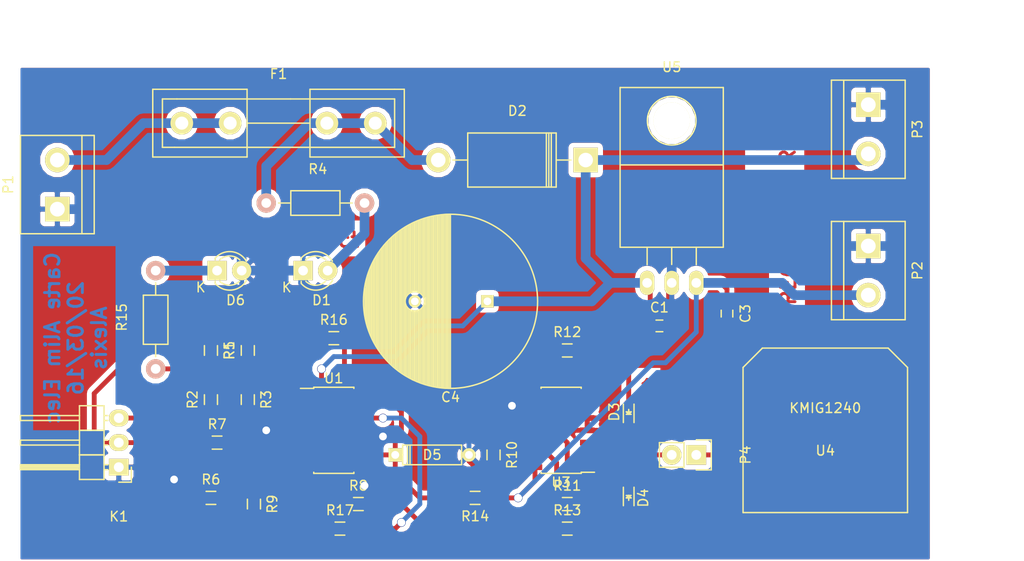
<source format=kicad_pcb>
(kicad_pcb (version 4) (host pcbnew 4.0.1-stable)

  (general
    (links 73)
    (no_connects 0)
    (area 108.095 78.43 218.185 135.990001)
    (thickness 1.6)
    (drawings 13)
    (tracks 239)
    (zones 0)
    (modules 36)
    (nets 28)
  )

  (page A4)
  (layers
    (0 F.Cu signal)
    (31 B.Cu signal)
    (32 B.Adhes user)
    (33 F.Adhes user)
    (34 B.Paste user)
    (35 F.Paste user)
    (36 B.SilkS user)
    (37 F.SilkS user)
    (38 B.Mask user)
    (39 F.Mask user)
    (40 Dwgs.User user)
    (41 Cmts.User user)
    (42 Eco1.User user)
    (43 Eco2.User user)
    (44 Edge.Cuts user)
    (45 Margin user)
    (46 B.CrtYd user)
    (47 F.CrtYd user)
    (48 B.Fab user)
    (49 F.Fab user)
  )

  (setup
    (last_trace_width 0.25)
    (user_trace_width 0.5)
    (user_trace_width 1)
    (trace_clearance 0.2)
    (zone_clearance 0.508)
    (zone_45_only no)
    (trace_min 0.2)
    (segment_width 0.2)
    (edge_width 0.1)
    (via_size 0.6)
    (via_drill 0.4)
    (via_min_size 0.4)
    (via_min_drill 0.3)
    (user_via 0.9 0.8)
    (uvia_size 0.3)
    (uvia_drill 0.1)
    (uvias_allowed no)
    (uvia_min_size 0.2)
    (uvia_min_drill 0.1)
    (pcb_text_width 0.3)
    (pcb_text_size 1.5 1.5)
    (mod_edge_width 0.15)
    (mod_text_size 1 1)
    (mod_text_width 0.15)
    (pad_size 1.5 1.5)
    (pad_drill 0.6)
    (pad_to_mask_clearance 0)
    (aux_axis_origin 0 0)
    (visible_elements FFFFFF7F)
    (pcbplotparams
      (layerselection 0x00000_80000000)
      (usegerberextensions false)
      (excludeedgelayer true)
      (linewidth 0.100000)
      (plotframeref false)
      (viasonmask false)
      (mode 1)
      (useauxorigin false)
      (hpglpennumber 1)
      (hpglpenspeed 20)
      (hpglpendiameter 15)
      (hpglpenoverlay 2)
      (psnegative false)
      (psa4output false)
      (plotreference true)
      (plotvalue true)
      (plotinvisibletext false)
      (padsonsilk false)
      (subtractmaskfromsilk false)
      (outputformat 4)
      (mirror false)
      (drillshape 0)
      (scaleselection 1)
      (outputdirectory Typhons/))
  )

  (net 0 "")
  (net 1 /elec_redressé)
  (net 2 GND)
  (net 3 +5V)
  (net 4 "Net-(D1-Pad2)")
  (net 5 "Net-(D2-Pad2)")
  (net 6 "Net-(D3-Pad2)")
  (net 7 "Net-(D4-Pad2)")
  (net 8 /Vref)
  (net 9 "Net-(D6-Pad1)")
  (net 10 "Net-(F1-Pad1)")
  (net 11 "Net-(K1-Pad2)")
  (net 12 "Net-(K1-Pad3)")
  (net 13 "Net-(P4-Pad1)")
  (net 14 "Net-(P4-Pad2)")
  (net 15 "Net-(R1-Pad2)")
  (net 16 "Net-(R2-Pad2)")
  (net 17 "Net-(R16-Pad1)")
  (net 18 "Net-(R6-Pad2)")
  (net 19 "Net-(R7-Pad2)")
  (net 20 "Net-(R17-Pad1)")
  (net 21 "Net-(R10-Pad1)")
  (net 22 "Net-(R11-Pad1)")
  (net 23 "Net-(R16-Pad2)")
  (net 24 "Net-(R17-Pad2)")
  (net 25 "Net-(U3-Pad3)")
  (net 26 "Net-(U3-Pad6)")
  (net 27 "Net-(U3-Pad8)")

  (net_class Default "Ceci est la Netclass par défaut"
    (clearance 0.2)
    (trace_width 0.25)
    (via_dia 0.6)
    (via_drill 0.4)
    (uvia_dia 0.3)
    (uvia_drill 0.1)
    (add_net +5V)
    (add_net /Vref)
    (add_net /elec_redressé)
    (add_net GND)
    (add_net "Net-(D1-Pad2)")
    (add_net "Net-(D2-Pad2)")
    (add_net "Net-(D3-Pad2)")
    (add_net "Net-(D4-Pad2)")
    (add_net "Net-(D6-Pad1)")
    (add_net "Net-(F1-Pad1)")
    (add_net "Net-(K1-Pad2)")
    (add_net "Net-(K1-Pad3)")
    (add_net "Net-(P4-Pad1)")
    (add_net "Net-(P4-Pad2)")
    (add_net "Net-(R1-Pad2)")
    (add_net "Net-(R10-Pad1)")
    (add_net "Net-(R11-Pad1)")
    (add_net "Net-(R16-Pad1)")
    (add_net "Net-(R16-Pad2)")
    (add_net "Net-(R17-Pad1)")
    (add_net "Net-(R17-Pad2)")
    (add_net "Net-(R2-Pad2)")
    (add_net "Net-(R6-Pad2)")
    (add_net "Net-(R7-Pad2)")
    (add_net "Net-(U3-Pad3)")
    (add_net "Net-(U3-Pad6)")
    (add_net "Net-(U3-Pad8)")
  )

  (module LEDs:LED-3MM (layer F.Cu) (tedit 559B82F6) (tstamp 56EEA259)
    (at 139.7 106.045)
    (descr "LED 3mm round vertical")
    (tags "LED  3mm round vertical")
    (path /568EA7DB)
    (fp_text reference D1 (at 1.91 3.06) (layer F.SilkS)
      (effects (font (size 1 1) (thickness 0.15)))
    )
    (fp_text value LED (at 1.3 -2.9) (layer F.Fab)
      (effects (font (size 1 1) (thickness 0.15)))
    )
    (fp_line (start -1.2 2.3) (end 3.8 2.3) (layer F.CrtYd) (width 0.05))
    (fp_line (start 3.8 2.3) (end 3.8 -2.2) (layer F.CrtYd) (width 0.05))
    (fp_line (start 3.8 -2.2) (end -1.2 -2.2) (layer F.CrtYd) (width 0.05))
    (fp_line (start -1.2 -2.2) (end -1.2 2.3) (layer F.CrtYd) (width 0.05))
    (fp_line (start -0.199 1.314) (end -0.199 1.114) (layer F.SilkS) (width 0.15))
    (fp_line (start -0.199 -1.28) (end -0.199 -1.1) (layer F.SilkS) (width 0.15))
    (fp_arc (start 1.301 0.034) (end -0.199 -1.286) (angle 108.5) (layer F.SilkS) (width 0.15))
    (fp_arc (start 1.301 0.034) (end 0.25 -1.1) (angle 85.7) (layer F.SilkS) (width 0.15))
    (fp_arc (start 1.311 0.034) (end 3.051 0.994) (angle 110) (layer F.SilkS) (width 0.15))
    (fp_arc (start 1.301 0.034) (end 2.335 1.094) (angle 87.5) (layer F.SilkS) (width 0.15))
    (fp_text user K (at -1.69 1.74) (layer F.SilkS)
      (effects (font (size 1 1) (thickness 0.15)))
    )
    (pad 1 thru_hole rect (at 0 0 90) (size 2 2) (drill 1.00076) (layers *.Cu *.Mask F.SilkS)
      (net 2 GND))
    (pad 2 thru_hole circle (at 2.54 0) (size 2 2) (drill 1.00076) (layers *.Cu *.Mask F.SilkS)
      (net 4 "Net-(D1-Pad2)"))
    (model LEDs.3dshapes/LED-3MM.wrl
      (at (xyz 0.05 0 0))
      (scale (xyz 1 1 1))
      (rotate (xyz 0 0 90))
    )
  )

  (module Diodes_ThroughHole:Diode_DO-201AD_Horizontal_RM15 (layer F.Cu) (tedit 552FFBC7) (tstamp 56EEA25F)
    (at 168.91 94.615 180)
    (descr "Diode DO-201AD Horizontal")
    (tags "Diode DO-201AD Horizontal SB320 SB340 SB360")
    (path /568EA7D5)
    (fp_text reference D2 (at 7.06722 5.07704 180) (layer F.SilkS)
      (effects (font (size 1 1) (thickness 0.15)))
    )
    (fp_text value 1N5404 (at 7.82922 -4.82896 180) (layer F.Fab)
      (effects (font (size 1 1) (thickness 0.15)))
    )
    (fp_line (start 12.19322 -0.00296) (end 13.71722 -0.00296) (layer F.SilkS) (width 0.15))
    (fp_line (start 3.04922 -0.00296) (end 1.52522 -0.00296) (layer F.SilkS) (width 0.15))
    (fp_line (start 4.06522 -2.79696) (end 4.06522 2.79104) (layer F.SilkS) (width 0.15))
    (fp_line (start 3.81122 -2.79696) (end 3.81122 2.79104) (layer F.SilkS) (width 0.15))
    (fp_line (start 3.55722 -2.79696) (end 3.55722 2.79104) (layer F.SilkS) (width 0.15))
    (fp_line (start 3.04922 2.79104) (end 3.04922 -2.79696) (layer F.SilkS) (width 0.15))
    (fp_line (start 3.04922 -2.79696) (end 12.19322 -2.79696) (layer F.SilkS) (width 0.15))
    (fp_line (start 12.19322 -2.79696) (end 12.19322 2.79104) (layer F.SilkS) (width 0.15))
    (fp_line (start 12.19322 2.79104) (end 3.04922 2.79104) (layer F.SilkS) (width 0.15))
    (pad 2 thru_hole circle (at 15.24122 -0.00296) (size 2.54 2.54) (drill 1.50114) (layers *.Cu *.Mask F.SilkS)
      (net 5 "Net-(D2-Pad2)"))
    (pad 1 thru_hole rect (at 0.00122 -0.00296) (size 2.54 2.54) (drill 1.50114) (layers *.Cu *.Mask F.SilkS)
      (net 1 /elec_redressé))
  )

  (module LEDs:LED_0603 (layer F.Cu) (tedit 55BDE255) (tstamp 56EEA26B)
    (at 173.355 129.54 270)
    (descr "LED 0603 smd package")
    (tags "LED led 0603 SMD smd SMT smt smdled SMDLED smtled SMTLED")
    (path /568EA9ED)
    (attr smd)
    (fp_text reference D4 (at 0 -1.5 270) (layer F.SilkS)
      (effects (font (size 1 1) (thickness 0.15)))
    )
    (fp_text value LED (at 0 1.5 270) (layer F.Fab)
      (effects (font (size 1 1) (thickness 0.15)))
    )
    (fp_line (start -1.1 0.55) (end 0.8 0.55) (layer F.SilkS) (width 0.15))
    (fp_line (start -1.1 -0.55) (end 0.8 -0.55) (layer F.SilkS) (width 0.15))
    (fp_line (start -0.2 0) (end 0.25 0) (layer F.SilkS) (width 0.15))
    (fp_line (start -0.25 -0.25) (end -0.25 0.25) (layer F.SilkS) (width 0.15))
    (fp_line (start -0.25 0) (end 0 -0.25) (layer F.SilkS) (width 0.15))
    (fp_line (start 0 -0.25) (end 0 0.25) (layer F.SilkS) (width 0.15))
    (fp_line (start 0 0.25) (end -0.25 0) (layer F.SilkS) (width 0.15))
    (fp_line (start 1.4 -0.75) (end 1.4 0.75) (layer F.CrtYd) (width 0.05))
    (fp_line (start 1.4 0.75) (end -1.4 0.75) (layer F.CrtYd) (width 0.05))
    (fp_line (start -1.4 0.75) (end -1.4 -0.75) (layer F.CrtYd) (width 0.05))
    (fp_line (start -1.4 -0.75) (end 1.4 -0.75) (layer F.CrtYd) (width 0.05))
    (pad 2 smd rect (at 0.7493 0 90) (size 0.79756 0.79756) (layers F.Cu F.Paste F.Mask)
      (net 7 "Net-(D4-Pad2)"))
    (pad 1 smd rect (at -0.7493 0 90) (size 0.79756 0.79756) (layers F.Cu F.Paste F.Mask)
      (net 2 GND))
    (model LEDs.3dshapes/LED_0603.wrl
      (at (xyz 0 0 0))
      (scale (xyz 1 1 1))
      (rotate (xyz 0 0 180))
    )
  )

  (module Fuse_Holders_and_Fuses:Fuseholder5x20_horiz_open_inline_Type-I (layer F.Cu) (tedit 0) (tstamp 56EEA27F)
    (at 137.16 90.805)
    (descr "Fuseholder, 5x20, open, horizontal, Type-I, Inline,")
    (tags "Fuseholder, 5x20, open, horizontal, Type-I, Inline, Sicherungshalter, offen,")
    (path /568EA7CF)
    (fp_text reference F1 (at 0 -5.08) (layer F.SilkS)
      (effects (font (size 1 1) (thickness 0.15)))
    )
    (fp_text value FUSE (at 1.27 5.08) (layer F.Fab)
      (effects (font (size 1 1) (thickness 0.15)))
    )
    (fp_line (start 3.2512 0) (end -3.2512 0) (layer F.SilkS) (width 0.15))
    (fp_line (start 3.2512 -3.50012) (end 3.2512 3.50012) (layer F.SilkS) (width 0.15))
    (fp_line (start 11.99896 3.50012) (end 3.2512 3.50012) (layer F.SilkS) (width 0.15))
    (fp_line (start 11.99896 -3.50012) (end 3.2512 -3.50012) (layer F.SilkS) (width 0.15))
    (fp_line (start -10.74928 2.49936) (end -11.99896 2.49936) (layer F.SilkS) (width 0.15))
    (fp_line (start -10.50036 -2.49936) (end -11.99896 -2.49936) (layer F.SilkS) (width 0.15))
    (fp_line (start 1.50114 2.49936) (end -10.74928 2.49936) (layer F.SilkS) (width 0.15))
    (fp_line (start 1.24968 -2.49936) (end -10.50036 -2.49936) (layer F.SilkS) (width 0.15))
    (fp_line (start 11.99896 2.49936) (end 1.50114 2.49936) (layer F.SilkS) (width 0.15))
    (fp_line (start 11.99896 -2.49936) (end 1.24968 -2.49936) (layer F.SilkS) (width 0.15))
    (fp_line (start 11.99896 -2.49936) (end 11.99896 2.49936) (layer F.SilkS) (width 0.15))
    (fp_line (start 12.99972 -3.50012) (end 11.99896 -3.50012) (layer F.SilkS) (width 0.15))
    (fp_line (start 12.99972 -3.50012) (end 12.99972 3.50012) (layer F.SilkS) (width 0.15))
    (fp_line (start 12.99972 3.50012) (end 11.99896 3.50012) (layer F.SilkS) (width 0.15))
    (fp_line (start -11.99896 -2.49936) (end -11.99896 2.49936) (layer F.SilkS) (width 0.15))
    (fp_line (start -3.2512 -3.50012) (end -12.99972 -3.50012) (layer F.SilkS) (width 0.15))
    (fp_line (start -12.99972 -3.50012) (end -12.99972 3.50012) (layer F.SilkS) (width 0.15))
    (fp_line (start -3.2512 3.50012) (end -12.99972 3.50012) (layer F.SilkS) (width 0.15))
    (fp_line (start -3.2512 -3.50012) (end -3.2512 3.50012) (layer F.SilkS) (width 0.15))
    (pad 2 thru_hole circle (at 5.00126 0) (size 2.3495 2.3495) (drill 1.34874) (layers *.Cu *.Mask F.SilkS)
      (net 5 "Net-(D2-Pad2)"))
    (pad 2 thru_hole circle (at 9.99998 0) (size 2.3495 2.3495) (drill 1.34874) (layers *.Cu *.Mask F.SilkS)
      (net 5 "Net-(D2-Pad2)"))
    (pad 1 thru_hole circle (at -5.00126 0) (size 2.3495 2.3495) (drill 1.34874) (layers *.Cu *.Mask F.SilkS)
      (net 10 "Net-(F1-Pad1)"))
    (pad 1 thru_hole circle (at -9.99998 0) (size 2.3495 2.3495) (drill 1.34874) (layers *.Cu *.Mask F.SilkS)
      (net 10 "Net-(F1-Pad1)"))
  )

  (module Pin_Headers:Pin_Header_Angled_1x03 (layer F.Cu) (tedit 0) (tstamp 56EEA286)
    (at 120.65 126.365 180)
    (descr "Through hole pin header")
    (tags "pin header")
    (path /568EAB14)
    (fp_text reference K1 (at 0 -5.1 180) (layer F.SilkS)
      (effects (font (size 1 1) (thickness 0.15)))
    )
    (fp_text value CONN_01X03 (at 0 -3.1 180) (layer F.Fab)
      (effects (font (size 1 1) (thickness 0.15)))
    )
    (fp_line (start -1.5 -1.75) (end -1.5 6.85) (layer F.CrtYd) (width 0.05))
    (fp_line (start 10.65 -1.75) (end 10.65 6.85) (layer F.CrtYd) (width 0.05))
    (fp_line (start -1.5 -1.75) (end 10.65 -1.75) (layer F.CrtYd) (width 0.05))
    (fp_line (start -1.5 6.85) (end 10.65 6.85) (layer F.CrtYd) (width 0.05))
    (fp_line (start -1.3 -1.55) (end -1.3 0) (layer F.SilkS) (width 0.15))
    (fp_line (start 0 -1.55) (end -1.3 -1.55) (layer F.SilkS) (width 0.15))
    (fp_line (start 4.191 -0.127) (end 10.033 -0.127) (layer F.SilkS) (width 0.15))
    (fp_line (start 10.033 -0.127) (end 10.033 0.127) (layer F.SilkS) (width 0.15))
    (fp_line (start 10.033 0.127) (end 4.191 0.127) (layer F.SilkS) (width 0.15))
    (fp_line (start 4.191 0.127) (end 4.191 0) (layer F.SilkS) (width 0.15))
    (fp_line (start 4.191 0) (end 10.033 0) (layer F.SilkS) (width 0.15))
    (fp_line (start 1.524 -0.254) (end 1.143 -0.254) (layer F.SilkS) (width 0.15))
    (fp_line (start 1.524 0.254) (end 1.143 0.254) (layer F.SilkS) (width 0.15))
    (fp_line (start 1.524 2.286) (end 1.143 2.286) (layer F.SilkS) (width 0.15))
    (fp_line (start 1.524 2.794) (end 1.143 2.794) (layer F.SilkS) (width 0.15))
    (fp_line (start 1.524 4.826) (end 1.143 4.826) (layer F.SilkS) (width 0.15))
    (fp_line (start 1.524 5.334) (end 1.143 5.334) (layer F.SilkS) (width 0.15))
    (fp_line (start 4.064 1.27) (end 4.064 -1.27) (layer F.SilkS) (width 0.15))
    (fp_line (start 10.16 0.254) (end 4.064 0.254) (layer F.SilkS) (width 0.15))
    (fp_line (start 10.16 -0.254) (end 10.16 0.254) (layer F.SilkS) (width 0.15))
    (fp_line (start 4.064 -0.254) (end 10.16 -0.254) (layer F.SilkS) (width 0.15))
    (fp_line (start 1.524 1.27) (end 4.064 1.27) (layer F.SilkS) (width 0.15))
    (fp_line (start 1.524 -1.27) (end 1.524 1.27) (layer F.SilkS) (width 0.15))
    (fp_line (start 1.524 -1.27) (end 4.064 -1.27) (layer F.SilkS) (width 0.15))
    (fp_line (start 1.524 3.81) (end 4.064 3.81) (layer F.SilkS) (width 0.15))
    (fp_line (start 1.524 3.81) (end 1.524 6.35) (layer F.SilkS) (width 0.15))
    (fp_line (start 4.064 4.826) (end 10.16 4.826) (layer F.SilkS) (width 0.15))
    (fp_line (start 10.16 4.826) (end 10.16 5.334) (layer F.SilkS) (width 0.15))
    (fp_line (start 10.16 5.334) (end 4.064 5.334) (layer F.SilkS) (width 0.15))
    (fp_line (start 4.064 6.35) (end 4.064 3.81) (layer F.SilkS) (width 0.15))
    (fp_line (start 4.064 3.81) (end 4.064 1.27) (layer F.SilkS) (width 0.15))
    (fp_line (start 10.16 2.794) (end 4.064 2.794) (layer F.SilkS) (width 0.15))
    (fp_line (start 10.16 2.286) (end 10.16 2.794) (layer F.SilkS) (width 0.15))
    (fp_line (start 4.064 2.286) (end 10.16 2.286) (layer F.SilkS) (width 0.15))
    (fp_line (start 1.524 3.81) (end 4.064 3.81) (layer F.SilkS) (width 0.15))
    (fp_line (start 1.524 1.27) (end 1.524 3.81) (layer F.SilkS) (width 0.15))
    (fp_line (start 1.524 1.27) (end 4.064 1.27) (layer F.SilkS) (width 0.15))
    (fp_line (start 1.524 6.35) (end 4.064 6.35) (layer F.SilkS) (width 0.15))
    (pad 1 thru_hole rect (at 0 0 180) (size 2.032 1.7272) (drill 1.016) (layers *.Cu *.Mask F.SilkS)
      (net 2 GND))
    (pad 2 thru_hole oval (at 0 2.54 180) (size 2.032 1.7272) (drill 1.016) (layers *.Cu *.Mask F.SilkS)
      (net 11 "Net-(K1-Pad2)"))
    (pad 3 thru_hole oval (at 0 5.08 180) (size 2.032 1.7272) (drill 1.016) (layers *.Cu *.Mask F.SilkS)
      (net 12 "Net-(K1-Pad3)"))
    (model Pin_Headers.3dshapes/Pin_Header_Angled_1x03.wrl
      (at (xyz 0 -0.1 0))
      (scale (xyz 1 1 1))
      (rotate (xyz 0 0 90))
    )
  )

  (module Connect:bornier2 (layer F.Cu) (tedit 0) (tstamp 56EEA292)
    (at 198.12 106.045 270)
    (descr "Bornier d'alimentation 2 pins")
    (tags DEV)
    (path /568EA836)
    (fp_text reference P2 (at 0 -5.08 270) (layer F.SilkS)
      (effects (font (size 1 1) (thickness 0.15)))
    )
    (fp_text value CONN_01X02 (at 0 5.08 270) (layer F.Fab)
      (effects (font (size 1 1) (thickness 0.15)))
    )
    (fp_line (start 5.08 2.54) (end -5.08 2.54) (layer F.SilkS) (width 0.15))
    (fp_line (start 5.08 3.81) (end 5.08 -3.81) (layer F.SilkS) (width 0.15))
    (fp_line (start 5.08 -3.81) (end -5.08 -3.81) (layer F.SilkS) (width 0.15))
    (fp_line (start -5.08 -3.81) (end -5.08 3.81) (layer F.SilkS) (width 0.15))
    (fp_line (start -5.08 3.81) (end 5.08 3.81) (layer F.SilkS) (width 0.15))
    (pad 1 thru_hole rect (at -2.54 0 270) (size 2.54 2.54) (drill 1.524) (layers *.Cu *.Mask F.SilkS)
      (net 2 GND))
    (pad 2 thru_hole circle (at 2.54 0 270) (size 2.54 2.54) (drill 1.524) (layers *.Cu *.Mask F.SilkS)
      (net 3 +5V))
    (model Connect.3dshapes/bornier2.wrl
      (at (xyz 0 0 0))
      (scale (xyz 1 1 1))
      (rotate (xyz 0 0 0))
    )
  )

  (module Connect:bornier2 (layer F.Cu) (tedit 0) (tstamp 56EEA298)
    (at 198.12 91.44 270)
    (descr "Bornier d'alimentation 2 pins")
    (tags DEV)
    (path /568EA83C)
    (fp_text reference P3 (at 0 -5.08 270) (layer F.SilkS)
      (effects (font (size 1 1) (thickness 0.15)))
    )
    (fp_text value CONN_01X02 (at 0 5.08 270) (layer F.Fab)
      (effects (font (size 1 1) (thickness 0.15)))
    )
    (fp_line (start 5.08 2.54) (end -5.08 2.54) (layer F.SilkS) (width 0.15))
    (fp_line (start 5.08 3.81) (end 5.08 -3.81) (layer F.SilkS) (width 0.15))
    (fp_line (start 5.08 -3.81) (end -5.08 -3.81) (layer F.SilkS) (width 0.15))
    (fp_line (start -5.08 -3.81) (end -5.08 3.81) (layer F.SilkS) (width 0.15))
    (fp_line (start -5.08 3.81) (end 5.08 3.81) (layer F.SilkS) (width 0.15))
    (pad 1 thru_hole rect (at -2.54 0 270) (size 2.54 2.54) (drill 1.524) (layers *.Cu *.Mask F.SilkS)
      (net 2 GND))
    (pad 2 thru_hole circle (at 2.54 0 270) (size 2.54 2.54) (drill 1.524) (layers *.Cu *.Mask F.SilkS)
      (net 1 /elec_redressé))
    (model Connect.3dshapes/bornier2.wrl
      (at (xyz 0 0 0))
      (scale (xyz 1 1 1))
      (rotate (xyz 0 0 0))
    )
  )

  (module Resistors_SMD:R_0603_HandSoldering (layer F.Cu) (tedit 5418A00F) (tstamp 56EEA2B0)
    (at 130.175 119.38 90)
    (descr "Resistor SMD 0603, hand soldering")
    (tags "resistor 0603")
    (path /568EA8BC)
    (attr smd)
    (fp_text reference R2 (at 0 -1.9 90) (layer F.SilkS)
      (effects (font (size 1 1) (thickness 0.15)))
    )
    (fp_text value R (at 0 1.9 90) (layer F.Fab)
      (effects (font (size 1 1) (thickness 0.15)))
    )
    (fp_line (start -2 -0.8) (end 2 -0.8) (layer F.CrtYd) (width 0.05))
    (fp_line (start -2 0.8) (end 2 0.8) (layer F.CrtYd) (width 0.05))
    (fp_line (start -2 -0.8) (end -2 0.8) (layer F.CrtYd) (width 0.05))
    (fp_line (start 2 -0.8) (end 2 0.8) (layer F.CrtYd) (width 0.05))
    (fp_line (start 0.5 0.675) (end -0.5 0.675) (layer F.SilkS) (width 0.15))
    (fp_line (start -0.5 -0.675) (end 0.5 -0.675) (layer F.SilkS) (width 0.15))
    (pad 1 smd rect (at -1.1 0 90) (size 1.2 0.9) (layers F.Cu F.Paste F.Mask)
      (net 12 "Net-(K1-Pad3)"))
    (pad 2 smd rect (at 1.1 0 90) (size 1.2 0.9) (layers F.Cu F.Paste F.Mask)
      (net 16 "Net-(R2-Pad2)"))
    (model Resistors_SMD.3dshapes/R_0603_HandSoldering.wrl
      (at (xyz 0 0 0))
      (scale (xyz 1 1 1))
      (rotate (xyz 0 0 0))
    )
  )

  (module Resistors_SMD:R_0603_HandSoldering (layer F.Cu) (tedit 5418A00F) (tstamp 56EEA2B6)
    (at 133.985 119.38 270)
    (descr "Resistor SMD 0603, hand soldering")
    (tags "resistor 0603")
    (path /568EA8C2)
    (attr smd)
    (fp_text reference R3 (at 0 -1.9 270) (layer F.SilkS)
      (effects (font (size 1 1) (thickness 0.15)))
    )
    (fp_text value R (at 0 1.9 270) (layer F.Fab)
      (effects (font (size 1 1) (thickness 0.15)))
    )
    (fp_line (start -2 -0.8) (end 2 -0.8) (layer F.CrtYd) (width 0.05))
    (fp_line (start -2 0.8) (end 2 0.8) (layer F.CrtYd) (width 0.05))
    (fp_line (start -2 -0.8) (end -2 0.8) (layer F.CrtYd) (width 0.05))
    (fp_line (start 2 -0.8) (end 2 0.8) (layer F.CrtYd) (width 0.05))
    (fp_line (start 0.5 0.675) (end -0.5 0.675) (layer F.SilkS) (width 0.15))
    (fp_line (start -0.5 -0.675) (end 0.5 -0.675) (layer F.SilkS) (width 0.15))
    (pad 1 smd rect (at -1.1 0 270) (size 1.2 0.9) (layers F.Cu F.Paste F.Mask)
      (net 16 "Net-(R2-Pad2)"))
    (pad 2 smd rect (at 1.1 0 270) (size 1.2 0.9) (layers F.Cu F.Paste F.Mask)
      (net 2 GND))
    (model Resistors_SMD.3dshapes/R_0603_HandSoldering.wrl
      (at (xyz 0 0 0))
      (scale (xyz 1 1 1))
      (rotate (xyz 0 0 0))
    )
  )

  (module Resistors_SMD:R_0603_HandSoldering (layer F.Cu) (tedit 5418A00F) (tstamp 56EEA2C2)
    (at 133.985 114.3 90)
    (descr "Resistor SMD 0603, hand soldering")
    (tags "resistor 0603")
    (path /568EA8C8)
    (attr smd)
    (fp_text reference R5 (at 0 -1.9 90) (layer F.SilkS)
      (effects (font (size 1 1) (thickness 0.15)))
    )
    (fp_text value R (at 0 1.9 90) (layer F.Fab)
      (effects (font (size 1 1) (thickness 0.15)))
    )
    (fp_line (start -2 -0.8) (end 2 -0.8) (layer F.CrtYd) (width 0.05))
    (fp_line (start -2 0.8) (end 2 0.8) (layer F.CrtYd) (width 0.05))
    (fp_line (start -2 -0.8) (end -2 0.8) (layer F.CrtYd) (width 0.05))
    (fp_line (start 2 -0.8) (end 2 0.8) (layer F.CrtYd) (width 0.05))
    (fp_line (start 0.5 0.675) (end -0.5 0.675) (layer F.SilkS) (width 0.15))
    (fp_line (start -0.5 -0.675) (end 0.5 -0.675) (layer F.SilkS) (width 0.15))
    (pad 1 smd rect (at -1.1 0 90) (size 1.2 0.9) (layers F.Cu F.Paste F.Mask)
      (net 15 "Net-(R1-Pad2)"))
    (pad 2 smd rect (at 1.1 0 90) (size 1.2 0.9) (layers F.Cu F.Paste F.Mask)
      (net 17 "Net-(R16-Pad1)"))
    (model Resistors_SMD.3dshapes/R_0603_HandSoldering.wrl
      (at (xyz 0 0 0))
      (scale (xyz 1 1 1))
      (rotate (xyz 0 0 0))
    )
  )

  (module Resistors_SMD:R_0603_HandSoldering (layer F.Cu) (tedit 5418A00F) (tstamp 56EEA2CE)
    (at 130.81 123.825)
    (descr "Resistor SMD 0603, hand soldering")
    (tags "resistor 0603")
    (path /568EA8EC)
    (attr smd)
    (fp_text reference R7 (at 0 -1.9) (layer F.SilkS)
      (effects (font (size 1 1) (thickness 0.15)))
    )
    (fp_text value R (at 0 1.9) (layer F.Fab)
      (effects (font (size 1 1) (thickness 0.15)))
    )
    (fp_line (start -2 -0.8) (end 2 -0.8) (layer F.CrtYd) (width 0.05))
    (fp_line (start -2 0.8) (end 2 0.8) (layer F.CrtYd) (width 0.05))
    (fp_line (start -2 -0.8) (end -2 0.8) (layer F.CrtYd) (width 0.05))
    (fp_line (start 2 -0.8) (end 2 0.8) (layer F.CrtYd) (width 0.05))
    (fp_line (start 0.5 0.675) (end -0.5 0.675) (layer F.SilkS) (width 0.15))
    (fp_line (start -0.5 -0.675) (end 0.5 -0.675) (layer F.SilkS) (width 0.15))
    (pad 1 smd rect (at -1.1 0) (size 1.2 0.9) (layers F.Cu F.Paste F.Mask)
      (net 11 "Net-(K1-Pad2)"))
    (pad 2 smd rect (at 1.1 0) (size 1.2 0.9) (layers F.Cu F.Paste F.Mask)
      (net 19 "Net-(R7-Pad2)"))
    (model Resistors_SMD.3dshapes/R_0603_HandSoldering.wrl
      (at (xyz 0 0 0))
      (scale (xyz 1 1 1))
      (rotate (xyz 0 0 0))
    )
  )

  (module Resistors_SMD:R_0603_HandSoldering (layer F.Cu) (tedit 5418A00F) (tstamp 56EEA2D4)
    (at 145.415 130.175)
    (descr "Resistor SMD 0603, hand soldering")
    (tags "resistor 0603")
    (path /568EA8F2)
    (attr smd)
    (fp_text reference R8 (at 0 -1.9) (layer F.SilkS)
      (effects (font (size 1 1) (thickness 0.15)))
    )
    (fp_text value R (at 0 1.9) (layer F.Fab)
      (effects (font (size 1 1) (thickness 0.15)))
    )
    (fp_line (start -2 -0.8) (end 2 -0.8) (layer F.CrtYd) (width 0.05))
    (fp_line (start -2 0.8) (end 2 0.8) (layer F.CrtYd) (width 0.05))
    (fp_line (start -2 -0.8) (end -2 0.8) (layer F.CrtYd) (width 0.05))
    (fp_line (start 2 -0.8) (end 2 0.8) (layer F.CrtYd) (width 0.05))
    (fp_line (start 0.5 0.675) (end -0.5 0.675) (layer F.SilkS) (width 0.15))
    (fp_line (start -0.5 -0.675) (end 0.5 -0.675) (layer F.SilkS) (width 0.15))
    (pad 1 smd rect (at -1.1 0) (size 1.2 0.9) (layers F.Cu F.Paste F.Mask)
      (net 19 "Net-(R7-Pad2)"))
    (pad 2 smd rect (at 1.1 0) (size 1.2 0.9) (layers F.Cu F.Paste F.Mask)
      (net 2 GND))
    (model Resistors_SMD.3dshapes/R_0603_HandSoldering.wrl
      (at (xyz 0 0 0))
      (scale (xyz 1 1 1))
      (rotate (xyz 0 0 0))
    )
  )

  (module Resistors_SMD:R_0603_HandSoldering (layer F.Cu) (tedit 5418A00F) (tstamp 56EEA2DA)
    (at 134.62 130.175 270)
    (descr "Resistor SMD 0603, hand soldering")
    (tags "resistor 0603")
    (path /568EA8F8)
    (attr smd)
    (fp_text reference R9 (at 0 -1.9 270) (layer F.SilkS)
      (effects (font (size 1 1) (thickness 0.15)))
    )
    (fp_text value R (at 0 1.9 270) (layer F.Fab)
      (effects (font (size 1 1) (thickness 0.15)))
    )
    (fp_line (start -2 -0.8) (end 2 -0.8) (layer F.CrtYd) (width 0.05))
    (fp_line (start -2 0.8) (end 2 0.8) (layer F.CrtYd) (width 0.05))
    (fp_line (start -2 -0.8) (end -2 0.8) (layer F.CrtYd) (width 0.05))
    (fp_line (start 2 -0.8) (end 2 0.8) (layer F.CrtYd) (width 0.05))
    (fp_line (start 0.5 0.675) (end -0.5 0.675) (layer F.SilkS) (width 0.15))
    (fp_line (start -0.5 -0.675) (end 0.5 -0.675) (layer F.SilkS) (width 0.15))
    (pad 1 smd rect (at -1.1 0 270) (size 1.2 0.9) (layers F.Cu F.Paste F.Mask)
      (net 18 "Net-(R6-Pad2)"))
    (pad 2 smd rect (at 1.1 0 270) (size 1.2 0.9) (layers F.Cu F.Paste F.Mask)
      (net 20 "Net-(R17-Pad1)"))
    (model Resistors_SMD.3dshapes/R_0603_HandSoldering.wrl
      (at (xyz 0 0 0))
      (scale (xyz 1 1 1))
      (rotate (xyz 0 0 0))
    )
  )

  (module Resistors_SMD:R_0603_HandSoldering (layer F.Cu) (tedit 5418A00F) (tstamp 56EEA2E0)
    (at 159.385 125.095 270)
    (descr "Resistor SMD 0603, hand soldering")
    (tags "resistor 0603")
    (path /568EA9D5)
    (attr smd)
    (fp_text reference R10 (at 0 -1.9 270) (layer F.SilkS)
      (effects (font (size 1 1) (thickness 0.15)))
    )
    (fp_text value 15k (at 0 1.9 270) (layer F.Fab)
      (effects (font (size 1 1) (thickness 0.15)))
    )
    (fp_line (start -2 -0.8) (end 2 -0.8) (layer F.CrtYd) (width 0.05))
    (fp_line (start -2 0.8) (end 2 0.8) (layer F.CrtYd) (width 0.05))
    (fp_line (start -2 -0.8) (end -2 0.8) (layer F.CrtYd) (width 0.05))
    (fp_line (start 2 -0.8) (end 2 0.8) (layer F.CrtYd) (width 0.05))
    (fp_line (start 0.5 0.675) (end -0.5 0.675) (layer F.SilkS) (width 0.15))
    (fp_line (start -0.5 -0.675) (end 0.5 -0.675) (layer F.SilkS) (width 0.15))
    (pad 1 smd rect (at -1.1 0 270) (size 1.2 0.9) (layers F.Cu F.Paste F.Mask)
      (net 21 "Net-(R10-Pad1)"))
    (pad 2 smd rect (at 1.1 0 270) (size 1.2 0.9) (layers F.Cu F.Paste F.Mask)
      (net 2 GND))
    (model Resistors_SMD.3dshapes/R_0603_HandSoldering.wrl
      (at (xyz 0 0 0))
      (scale (xyz 1 1 1))
      (rotate (xyz 0 0 0))
    )
  )

  (module Resistors_SMD:R_0603_HandSoldering (layer F.Cu) (tedit 5418A00F) (tstamp 56EEA2E6)
    (at 167.005 130.175)
    (descr "Resistor SMD 0603, hand soldering")
    (tags "resistor 0603")
    (path /568EA9F3)
    (attr smd)
    (fp_text reference R11 (at 0 -1.9) (layer F.SilkS)
      (effects (font (size 1 1) (thickness 0.15)))
    )
    (fp_text value 15k (at 0 1.9) (layer F.Fab)
      (effects (font (size 1 1) (thickness 0.15)))
    )
    (fp_line (start -2 -0.8) (end 2 -0.8) (layer F.CrtYd) (width 0.05))
    (fp_line (start -2 0.8) (end 2 0.8) (layer F.CrtYd) (width 0.05))
    (fp_line (start -2 -0.8) (end -2 0.8) (layer F.CrtYd) (width 0.05))
    (fp_line (start 2 -0.8) (end 2 0.8) (layer F.CrtYd) (width 0.05))
    (fp_line (start 0.5 0.675) (end -0.5 0.675) (layer F.SilkS) (width 0.15))
    (fp_line (start -0.5 -0.675) (end 0.5 -0.675) (layer F.SilkS) (width 0.15))
    (pad 1 smd rect (at -1.1 0) (size 1.2 0.9) (layers F.Cu F.Paste F.Mask)
      (net 22 "Net-(R11-Pad1)"))
    (pad 2 smd rect (at 1.1 0) (size 1.2 0.9) (layers F.Cu F.Paste F.Mask)
      (net 2 GND))
    (model Resistors_SMD.3dshapes/R_0603_HandSoldering.wrl
      (at (xyz 0 0 0))
      (scale (xyz 1 1 1))
      (rotate (xyz 0 0 0))
    )
  )

  (module Resistors_SMD:R_0603_HandSoldering (layer F.Cu) (tedit 5418A00F) (tstamp 56EEA2EC)
    (at 167.005 114.3)
    (descr "Resistor SMD 0603, hand soldering")
    (tags "resistor 0603")
    (path /568EA9DB)
    (attr smd)
    (fp_text reference R12 (at 0 -1.9) (layer F.SilkS)
      (effects (font (size 1 1) (thickness 0.15)))
    )
    (fp_text value 150 (at 0 1.9) (layer F.Fab)
      (effects (font (size 1 1) (thickness 0.15)))
    )
    (fp_line (start -2 -0.8) (end 2 -0.8) (layer F.CrtYd) (width 0.05))
    (fp_line (start -2 0.8) (end 2 0.8) (layer F.CrtYd) (width 0.05))
    (fp_line (start -2 -0.8) (end -2 0.8) (layer F.CrtYd) (width 0.05))
    (fp_line (start 2 -0.8) (end 2 0.8) (layer F.CrtYd) (width 0.05))
    (fp_line (start 0.5 0.675) (end -0.5 0.675) (layer F.SilkS) (width 0.15))
    (fp_line (start -0.5 -0.675) (end 0.5 -0.675) (layer F.SilkS) (width 0.15))
    (pad 1 smd rect (at -1.1 0) (size 1.2 0.9) (layers F.Cu F.Paste F.Mask)
      (net 21 "Net-(R10-Pad1)"))
    (pad 2 smd rect (at 1.1 0) (size 1.2 0.9) (layers F.Cu F.Paste F.Mask)
      (net 6 "Net-(D3-Pad2)"))
    (model Resistors_SMD.3dshapes/R_0603_HandSoldering.wrl
      (at (xyz 0 0 0))
      (scale (xyz 1 1 1))
      (rotate (xyz 0 0 0))
    )
  )

  (module Resistors_SMD:R_0603_HandSoldering (layer F.Cu) (tedit 5418A00F) (tstamp 56EEA2F2)
    (at 167.005 132.715)
    (descr "Resistor SMD 0603, hand soldering")
    (tags "resistor 0603")
    (path /568EA9F9)
    (attr smd)
    (fp_text reference R13 (at 0 -1.9) (layer F.SilkS)
      (effects (font (size 1 1) (thickness 0.15)))
    )
    (fp_text value 150 (at 0 1.9) (layer F.Fab)
      (effects (font (size 1 1) (thickness 0.15)))
    )
    (fp_line (start -2 -0.8) (end 2 -0.8) (layer F.CrtYd) (width 0.05))
    (fp_line (start -2 0.8) (end 2 0.8) (layer F.CrtYd) (width 0.05))
    (fp_line (start -2 -0.8) (end -2 0.8) (layer F.CrtYd) (width 0.05))
    (fp_line (start 2 -0.8) (end 2 0.8) (layer F.CrtYd) (width 0.05))
    (fp_line (start 0.5 0.675) (end -0.5 0.675) (layer F.SilkS) (width 0.15))
    (fp_line (start -0.5 -0.675) (end 0.5 -0.675) (layer F.SilkS) (width 0.15))
    (pad 1 smd rect (at -1.1 0) (size 1.2 0.9) (layers F.Cu F.Paste F.Mask)
      (net 22 "Net-(R11-Pad1)"))
    (pad 2 smd rect (at 1.1 0) (size 1.2 0.9) (layers F.Cu F.Paste F.Mask)
      (net 7 "Net-(D4-Pad2)"))
    (model Resistors_SMD.3dshapes/R_0603_HandSoldering.wrl
      (at (xyz 0 0 0))
      (scale (xyz 1 1 1))
      (rotate (xyz 0 0 0))
    )
  )

  (module Resistors_SMD:R_0603_HandSoldering (layer F.Cu) (tedit 5418A00F) (tstamp 56EEA2F8)
    (at 157.48 129.54 180)
    (descr "Resistor SMD 0603, hand soldering")
    (tags "resistor 0603")
    (path /568EA946)
    (attr smd)
    (fp_text reference R14 (at 0 -1.9 180) (layer F.SilkS)
      (effects (font (size 1 1) (thickness 0.15)))
    )
    (fp_text value 82 (at 0 1.9 180) (layer F.Fab)
      (effects (font (size 1 1) (thickness 0.15)))
    )
    (fp_line (start -2 -0.8) (end 2 -0.8) (layer F.CrtYd) (width 0.05))
    (fp_line (start -2 0.8) (end 2 0.8) (layer F.CrtYd) (width 0.05))
    (fp_line (start -2 -0.8) (end -2 0.8) (layer F.CrtYd) (width 0.05))
    (fp_line (start 2 -0.8) (end 2 0.8) (layer F.CrtYd) (width 0.05))
    (fp_line (start 0.5 0.675) (end -0.5 0.675) (layer F.SilkS) (width 0.15))
    (fp_line (start -0.5 -0.675) (end 0.5 -0.675) (layer F.SilkS) (width 0.15))
    (pad 1 smd rect (at -1.1 0 180) (size 1.2 0.9) (layers F.Cu F.Paste F.Mask)
      (net 3 +5V))
    (pad 2 smd rect (at 1.1 0 180) (size 1.2 0.9) (layers F.Cu F.Paste F.Mask)
      (net 8 /Vref))
    (model Resistors_SMD.3dshapes/R_0603_HandSoldering.wrl
      (at (xyz 0 0 0))
      (scale (xyz 1 1 1))
      (rotate (xyz 0 0 0))
    )
  )

  (module Resistors_SMD:R_0603_HandSoldering (layer F.Cu) (tedit 5418A00F) (tstamp 56EEA304)
    (at 142.875 113.03)
    (descr "Resistor SMD 0603, hand soldering")
    (tags "resistor 0603")
    (path /56EEC4F6)
    (attr smd)
    (fp_text reference R16 (at 0 -1.9) (layer F.SilkS)
      (effects (font (size 1 1) (thickness 0.15)))
    )
    (fp_text value 250 (at 0 1.9) (layer F.Fab)
      (effects (font (size 1 1) (thickness 0.15)))
    )
    (fp_line (start -2 -0.8) (end 2 -0.8) (layer F.CrtYd) (width 0.05))
    (fp_line (start -2 0.8) (end 2 0.8) (layer F.CrtYd) (width 0.05))
    (fp_line (start -2 -0.8) (end -2 0.8) (layer F.CrtYd) (width 0.05))
    (fp_line (start 2 -0.8) (end 2 0.8) (layer F.CrtYd) (width 0.05))
    (fp_line (start 0.5 0.675) (end -0.5 0.675) (layer F.SilkS) (width 0.15))
    (fp_line (start -0.5 -0.675) (end 0.5 -0.675) (layer F.SilkS) (width 0.15))
    (pad 1 smd rect (at -1.1 0) (size 1.2 0.9) (layers F.Cu F.Paste F.Mask)
      (net 17 "Net-(R16-Pad1)"))
    (pad 2 smd rect (at 1.1 0) (size 1.2 0.9) (layers F.Cu F.Paste F.Mask)
      (net 23 "Net-(R16-Pad2)"))
    (model Resistors_SMD.3dshapes/R_0603_HandSoldering.wrl
      (at (xyz 0 0 0))
      (scale (xyz 1 1 1))
      (rotate (xyz 0 0 0))
    )
  )

  (module Resistors_SMD:R_0603_HandSoldering (layer F.Cu) (tedit 5418A00F) (tstamp 56EEA30A)
    (at 143.51 132.715)
    (descr "Resistor SMD 0603, hand soldering")
    (tags "resistor 0603")
    (path /56EEC23C)
    (attr smd)
    (fp_text reference R17 (at 0 -1.9) (layer F.SilkS)
      (effects (font (size 1 1) (thickness 0.15)))
    )
    (fp_text value 250 (at 0 1.9) (layer F.Fab)
      (effects (font (size 1 1) (thickness 0.15)))
    )
    (fp_line (start -2 -0.8) (end 2 -0.8) (layer F.CrtYd) (width 0.05))
    (fp_line (start -2 0.8) (end 2 0.8) (layer F.CrtYd) (width 0.05))
    (fp_line (start -2 -0.8) (end -2 0.8) (layer F.CrtYd) (width 0.05))
    (fp_line (start 2 -0.8) (end 2 0.8) (layer F.CrtYd) (width 0.05))
    (fp_line (start 0.5 0.675) (end -0.5 0.675) (layer F.SilkS) (width 0.15))
    (fp_line (start -0.5 -0.675) (end 0.5 -0.675) (layer F.SilkS) (width 0.15))
    (pad 1 smd rect (at -1.1 0) (size 1.2 0.9) (layers F.Cu F.Paste F.Mask)
      (net 20 "Net-(R17-Pad1)"))
    (pad 2 smd rect (at 1.1 0) (size 1.2 0.9) (layers F.Cu F.Paste F.Mask)
      (net 24 "Net-(R17-Pad2)"))
    (model Resistors_SMD.3dshapes/R_0603_HandSoldering.wrl
      (at (xyz 0 0 0))
      (scale (xyz 1 1 1))
      (rotate (xyz 0 0 0))
    )
  )

  (module Housings_SOIC:SOIC-14_3.9x8.7mm_Pitch1.27mm (layer F.Cu) (tedit 54130A77) (tstamp 56EEA336)
    (at 166.37 122.555 180)
    (descr "14-Lead Plastic Small Outline (SL) - Narrow, 3.90 mm Body [SOIC] (see Microchip Packaging Specification 00000049BS.pdf)")
    (tags "SOIC 1.27")
    (path /568EE6AE)
    (attr smd)
    (fp_text reference U3 (at 0 -5.375 180) (layer F.SilkS)
      (effects (font (size 1 1) (thickness 0.15)))
    )
    (fp_text value 74LS08 (at 0 5.375 180) (layer F.Fab)
      (effects (font (size 1 1) (thickness 0.15)))
    )
    (fp_line (start -3.7 -4.65) (end -3.7 4.65) (layer F.CrtYd) (width 0.05))
    (fp_line (start 3.7 -4.65) (end 3.7 4.65) (layer F.CrtYd) (width 0.05))
    (fp_line (start -3.7 -4.65) (end 3.7 -4.65) (layer F.CrtYd) (width 0.05))
    (fp_line (start -3.7 4.65) (end 3.7 4.65) (layer F.CrtYd) (width 0.05))
    (fp_line (start -2.075 -4.45) (end -2.075 -4.335) (layer F.SilkS) (width 0.15))
    (fp_line (start 2.075 -4.45) (end 2.075 -4.335) (layer F.SilkS) (width 0.15))
    (fp_line (start 2.075 4.45) (end 2.075 4.335) (layer F.SilkS) (width 0.15))
    (fp_line (start -2.075 4.45) (end -2.075 4.335) (layer F.SilkS) (width 0.15))
    (fp_line (start -2.075 -4.45) (end 2.075 -4.45) (layer F.SilkS) (width 0.15))
    (fp_line (start -2.075 4.45) (end 2.075 4.45) (layer F.SilkS) (width 0.15))
    (fp_line (start -2.075 -4.335) (end -3.45 -4.335) (layer F.SilkS) (width 0.15))
    (pad 1 smd rect (at -2.7 -3.81 180) (size 1.5 0.6) (layers F.Cu F.Paste F.Mask)
      (net 2 GND))
    (pad 2 smd rect (at -2.7 -2.54 180) (size 1.5 0.6) (layers F.Cu F.Paste F.Mask)
      (net 2 GND))
    (pad 3 smd rect (at -2.7 -1.27 180) (size 1.5 0.6) (layers F.Cu F.Paste F.Mask)
      (net 25 "Net-(U3-Pad3)"))
    (pad 4 smd rect (at -2.7 0 180) (size 1.5 0.6) (layers F.Cu F.Paste F.Mask)
      (net 2 GND))
    (pad 5 smd rect (at -2.7 1.27 180) (size 1.5 0.6) (layers F.Cu F.Paste F.Mask)
      (net 2 GND))
    (pad 6 smd rect (at -2.7 2.54 180) (size 1.5 0.6) (layers F.Cu F.Paste F.Mask)
      (net 26 "Net-(U3-Pad6)"))
    (pad 7 smd rect (at -2.7 3.81 180) (size 1.5 0.6) (layers F.Cu F.Paste F.Mask)
      (net 2 GND))
    (pad 8 smd rect (at 2.7 3.81 180) (size 1.5 0.6) (layers F.Cu F.Paste F.Mask)
      (net 27 "Net-(U3-Pad8)"))
    (pad 9 smd rect (at 2.7 2.54 180) (size 1.5 0.6) (layers F.Cu F.Paste F.Mask)
      (net 2 GND))
    (pad 10 smd rect (at 2.7 1.27 180) (size 1.5 0.6) (layers F.Cu F.Paste F.Mask)
      (net 2 GND))
    (pad 11 smd rect (at 2.7 0 180) (size 1.5 0.6) (layers F.Cu F.Paste F.Mask)
      (net 14 "Net-(P4-Pad2)"))
    (pad 12 smd rect (at 2.7 -1.27 180) (size 1.5 0.6) (layers F.Cu F.Paste F.Mask)
      (net 21 "Net-(R10-Pad1)"))
    (pad 13 smd rect (at 2.7 -2.54 180) (size 1.5 0.6) (layers F.Cu F.Paste F.Mask)
      (net 22 "Net-(R11-Pad1)"))
    (pad 14 smd rect (at 2.7 -3.81 180) (size 1.5 0.6) (layers F.Cu F.Paste F.Mask)
      (net 3 +5V))
    (model Housings_SOIC.3dshapes/SOIC-14_3.9x8.7mm_Pitch1.27mm.wrl
      (at (xyz 0 0 0))
      (scale (xyz 1 1 1))
      (rotate (xyz 0 0 0))
    )
  )

  (module Resistors_SMD:R_0603_HandSoldering (layer F.Cu) (tedit 5418A00F) (tstamp 56EEABFE)
    (at 130.175 129.54)
    (descr "Resistor SMD 0603, hand soldering")
    (tags "resistor 0603")
    (path /568EA8E6)
    (attr smd)
    (fp_text reference R6 (at 0 -1.9) (layer F.SilkS)
      (effects (font (size 1 1) (thickness 0.15)))
    )
    (fp_text value R (at 0 1.9) (layer F.Fab)
      (effects (font (size 1 1) (thickness 0.15)))
    )
    (fp_line (start -2 -0.8) (end 2 -0.8) (layer F.CrtYd) (width 0.05))
    (fp_line (start -2 0.8) (end 2 0.8) (layer F.CrtYd) (width 0.05))
    (fp_line (start -2 -0.8) (end -2 0.8) (layer F.CrtYd) (width 0.05))
    (fp_line (start 2 -0.8) (end 2 0.8) (layer F.CrtYd) (width 0.05))
    (fp_line (start 0.5 0.675) (end -0.5 0.675) (layer F.SilkS) (width 0.15))
    (fp_line (start -0.5 -0.675) (end 0.5 -0.675) (layer F.SilkS) (width 0.15))
    (pad 1 smd rect (at -1.1 0) (size 1.2 0.9) (layers F.Cu F.Paste F.Mask)
      (net 2 GND))
    (pad 2 smd rect (at 1.1 0) (size 1.2 0.9) (layers F.Cu F.Paste F.Mask)
      (net 18 "Net-(R6-Pad2)"))
    (model Resistors_SMD.3dshapes/R_0603_HandSoldering.wrl
      (at (xyz 0 0 0))
      (scale (xyz 1 1 1))
      (rotate (xyz 0 0 0))
    )
  )

  (module Capacitors_SMD:C_0603_HandSoldering (layer F.Cu) (tedit 541A9B4D) (tstamp 56EEAD55)
    (at 176.53 111.76)
    (descr "Capacitor SMD 0603, hand soldering")
    (tags "capacitor 0603")
    (path /568F8991)
    (attr smd)
    (fp_text reference C1 (at 0 -1.9) (layer F.SilkS)
      (effects (font (size 1 1) (thickness 0.15)))
    )
    (fp_text value 0.33µ (at 0 1.9) (layer F.Fab)
      (effects (font (size 1 1) (thickness 0.15)))
    )
    (fp_line (start -1.85 -0.75) (end 1.85 -0.75) (layer F.CrtYd) (width 0.05))
    (fp_line (start -1.85 0.75) (end 1.85 0.75) (layer F.CrtYd) (width 0.05))
    (fp_line (start -1.85 -0.75) (end -1.85 0.75) (layer F.CrtYd) (width 0.05))
    (fp_line (start 1.85 -0.75) (end 1.85 0.75) (layer F.CrtYd) (width 0.05))
    (fp_line (start -0.35 -0.6) (end 0.35 -0.6) (layer F.SilkS) (width 0.15))
    (fp_line (start 0.35 0.6) (end -0.35 0.6) (layer F.SilkS) (width 0.15))
    (pad 1 smd rect (at -0.95 0) (size 1.2 0.75) (layers F.Cu F.Paste F.Mask)
      (net 1 /elec_redressé))
    (pad 2 smd rect (at 0.95 0) (size 1.2 0.75) (layers F.Cu F.Paste F.Mask)
      (net 2 GND))
    (model Capacitors_SMD.3dshapes/C_0603_HandSoldering.wrl
      (at (xyz 0 0 0))
      (scale (xyz 1 1 1))
      (rotate (xyz 0 0 0))
    )
  )

  (module Capacitors_SMD:C_0603_HandSoldering (layer F.Cu) (tedit 541A9B4D) (tstamp 56EEAD5A)
    (at 183.515 110.49 270)
    (descr "Capacitor SMD 0603, hand soldering")
    (tags "capacitor 0603")
    (path /568F8A67)
    (attr smd)
    (fp_text reference C3 (at 0 -1.9 270) (layer F.SilkS)
      (effects (font (size 1 1) (thickness 0.15)))
    )
    (fp_text value 0.1µ (at 0 1.9 270) (layer F.Fab)
      (effects (font (size 1 1) (thickness 0.15)))
    )
    (fp_line (start -1.85 -0.75) (end 1.85 -0.75) (layer F.CrtYd) (width 0.05))
    (fp_line (start -1.85 0.75) (end 1.85 0.75) (layer F.CrtYd) (width 0.05))
    (fp_line (start -1.85 -0.75) (end -1.85 0.75) (layer F.CrtYd) (width 0.05))
    (fp_line (start 1.85 -0.75) (end 1.85 0.75) (layer F.CrtYd) (width 0.05))
    (fp_line (start -0.35 -0.6) (end 0.35 -0.6) (layer F.SilkS) (width 0.15))
    (fp_line (start 0.35 0.6) (end -0.35 0.6) (layer F.SilkS) (width 0.15))
    (pad 1 smd rect (at -0.95 0 270) (size 1.2 0.75) (layers F.Cu F.Paste F.Mask)
      (net 3 +5V))
    (pad 2 smd rect (at 0.95 0 270) (size 1.2 0.75) (layers F.Cu F.Paste F.Mask)
      (net 2 GND))
    (model Capacitors_SMD.3dshapes/C_0603_HandSoldering.wrl
      (at (xyz 0 0 0))
      (scale (xyz 1 1 1))
      (rotate (xyz 0 0 0))
    )
  )

  (module Capacitors_ThroughHole:C_Radial_D18_L36_P7.5 (layer F.Cu) (tedit 556D2B3A) (tstamp 56EEAD5F)
    (at 158.75 109.22 180)
    (descr "Radial Electrolytic Capacitor Diameter 18mm x Length 36mm, Pitch 7.5mm")
    (tags "Electrolytic Capacitor")
    (path /568F8A6D)
    (fp_text reference C4 (at 3.81 -9.906 180) (layer F.SilkS)
      (effects (font (size 1 1) (thickness 0.15)))
    )
    (fp_text value C (at 3.81 10.16 180) (layer F.Fab)
      (effects (font (size 1 1) (thickness 0.15)))
    )
    (fp_line (start 12.6492 -1.4732) (end 12.6746 1.3462) (layer F.SilkS) (width 0.15))
    (fp_line (start 12.5476 2.0828) (end 12.5222 -2.0574) (layer F.SilkS) (width 0.15))
    (fp_line (start 12.4206 -2.5908) (end 12.4206 2.4892) (layer F.SilkS) (width 0.15))
    (fp_line (start 12.2936 2.9464) (end 12.2936 -2.8956) (layer F.SilkS) (width 0.15))
    (fp_line (start 12.1666 -3.2766) (end 12.1666 3.2512) (layer F.SilkS) (width 0.15))
    (fp_line (start 12.0396 3.5814) (end 12.0396 -3.556) (layer F.SilkS) (width 0.15))
    (fp_line (start 11.9126 -3.8862) (end 11.9126 3.8354) (layer F.SilkS) (width 0.15))
    (fp_line (start 11.7856 4.1402) (end 11.7856 -4.1148) (layer F.SilkS) (width 0.15))
    (fp_line (start 11.6586 4.3942) (end 11.6586 -4.318) (layer F.SilkS) (width 0.15))
    (fp_line (start 3.825 -9) (end 3.825 9) (layer F.SilkS) (width 0.15))
    (fp_line (start 3.965 -8.997) (end 3.965 8.997) (layer F.SilkS) (width 0.15))
    (fp_line (start 4.105 -8.992) (end 4.105 8.992) (layer F.SilkS) (width 0.15))
    (fp_line (start 4.245 -8.985) (end 4.245 8.985) (layer F.SilkS) (width 0.15))
    (fp_line (start 4.385 -8.975) (end 4.385 8.975) (layer F.SilkS) (width 0.15))
    (fp_line (start 4.525 -8.962) (end 4.525 8.962) (layer F.SilkS) (width 0.15))
    (fp_line (start 4.665 -8.948) (end 4.665 8.948) (layer F.SilkS) (width 0.15))
    (fp_line (start 4.805 -8.93) (end 4.805 8.93) (layer F.SilkS) (width 0.15))
    (fp_line (start 4.945 -8.91) (end 4.945 8.91) (layer F.SilkS) (width 0.15))
    (fp_line (start 5.085 -8.888) (end 5.085 8.888) (layer F.SilkS) (width 0.15))
    (fp_line (start 5.225 -8.863) (end 5.225 8.863) (layer F.SilkS) (width 0.15))
    (fp_line (start 5.365 -8.835) (end 5.365 8.835) (layer F.SilkS) (width 0.15))
    (fp_line (start 5.505 -8.805) (end 5.505 8.805) (layer F.SilkS) (width 0.15))
    (fp_line (start 5.645 -8.772) (end 5.645 8.772) (layer F.SilkS) (width 0.15))
    (fp_line (start 5.785 -8.737) (end 5.785 8.737) (layer F.SilkS) (width 0.15))
    (fp_line (start 5.925 -8.699) (end 5.925 8.699) (layer F.SilkS) (width 0.15))
    (fp_line (start 6.065 -8.658) (end 6.065 8.658) (layer F.SilkS) (width 0.15))
    (fp_line (start 6.205 -8.614) (end 6.205 8.614) (layer F.SilkS) (width 0.15))
    (fp_line (start 6.345 -8.567) (end 6.345 8.567) (layer F.SilkS) (width 0.15))
    (fp_line (start 6.485 -8.518) (end 6.485 8.518) (layer F.SilkS) (width 0.15))
    (fp_line (start 6.625 -8.466) (end 6.625 -0.484) (layer F.SilkS) (width 0.15))
    (fp_line (start 6.625 0.484) (end 6.625 8.466) (layer F.SilkS) (width 0.15))
    (fp_line (start 6.765 -8.45) (end 6.765 -0.678) (layer F.SilkS) (width 0.15))
    (fp_line (start 6.765 0.678) (end 6.765 8.41) (layer F.SilkS) (width 0.15))
    (fp_line (start 6.905 -8.4) (end 6.905 -0.804) (layer F.SilkS) (width 0.15))
    (fp_line (start 6.905 0.804) (end 6.905 8.38) (layer F.SilkS) (width 0.15))
    (fp_line (start 7.045 -8.35) (end 7.045 -0.89) (layer F.SilkS) (width 0.15))
    (fp_line (start 7.045 0.89) (end 7.045 8.35) (layer F.SilkS) (width 0.15))
    (fp_line (start 7.185 -8.25) (end 7.185 -0.949) (layer F.SilkS) (width 0.15))
    (fp_line (start 7.185 0.949) (end 7.185 8.33) (layer F.SilkS) (width 0.15))
    (fp_line (start 7.325 -8.25) (end 7.325 -0.985) (layer F.SilkS) (width 0.15))
    (fp_line (start 7.325 0.985) (end 7.325 8.28) (layer F.SilkS) (width 0.15))
    (fp_line (start 7.465 -8.185) (end 7.465 -0.999) (layer F.SilkS) (width 0.15))
    (fp_line (start 7.465 0.999) (end 7.465 8.2) (layer F.SilkS) (width 0.15))
    (fp_line (start 7.605 -8.15) (end 7.605 -0.994) (layer F.SilkS) (width 0.15))
    (fp_line (start 7.605 0.994) (end 7.605 8.15) (layer F.SilkS) (width 0.15))
    (fp_line (start 7.745 -8.1) (end 7.745 -0.97) (layer F.SilkS) (width 0.15))
    (fp_line (start 7.745 0.97) (end 7.745 8.05) (layer F.SilkS) (width 0.15))
    (fp_line (start 7.885 -8) (end 7.885 -0.923) (layer F.SilkS) (width 0.15))
    (fp_line (start 7.885 0.923) (end 7.885 7.95) (layer F.SilkS) (width 0.15))
    (fp_line (start 8.025 -7.9) (end 8.025 -0.851) (layer F.SilkS) (width 0.15))
    (fp_line (start 8.025 0.851) (end 8.025 7.87) (layer F.SilkS) (width 0.15))
    (fp_line (start 8.165 -7.8) (end 8.165 -0.747) (layer F.SilkS) (width 0.15))
    (fp_line (start 8.165 0.747) (end 8.165 7.85) (layer F.SilkS) (width 0.15))
    (fp_line (start 8.305 -7.75) (end 8.305 -0.593) (layer F.SilkS) (width 0.15))
    (fp_line (start 8.305 0.593) (end 8.305 7.78) (layer F.SilkS) (width 0.15))
    (fp_line (start 8.445 -7.7) (end 8.445 -0.327) (layer F.SilkS) (width 0.15))
    (fp_line (start 8.445 0.327) (end 8.445 7.7) (layer F.SilkS) (width 0.15))
    (fp_line (start 8.585 -7.6) (end 8.585 7.6) (layer F.SilkS) (width 0.15))
    (fp_line (start 8.725 -7.5) (end 8.725 7.5) (layer F.SilkS) (width 0.15))
    (fp_line (start 8.865 -7.4) (end 8.865 7.4) (layer F.SilkS) (width 0.15))
    (fp_line (start 9.005 -7.3) (end 9.005 7.3) (layer F.SilkS) (width 0.15))
    (fp_line (start 9.145 -7.2) (end 9.145 7.2) (layer F.SilkS) (width 0.15))
    (fp_line (start 9.285 -7.1) (end 9.285 7.1) (layer F.SilkS) (width 0.15))
    (fp_line (start 9.425 -7) (end 9.425 7) (layer F.SilkS) (width 0.15))
    (fp_line (start 9.565 -6.9) (end 9.565 6.9) (layer F.SilkS) (width 0.15))
    (fp_line (start 9.705 -6.8) (end 9.705 6.8) (layer F.SilkS) (width 0.15))
    (fp_line (start 9.845 -6.6) (end 9.845 6.6) (layer F.SilkS) (width 0.15))
    (fp_line (start 9.985 -6.5) (end 9.985 6.5) (layer F.SilkS) (width 0.15))
    (fp_line (start 10.125 -6.4) (end 10.125 6.4) (layer F.SilkS) (width 0.15))
    (fp_line (start 10.265 -6.2) (end 10.265 6.2) (layer F.SilkS) (width 0.15))
    (fp_line (start 10.405 -6.1) (end 10.405 6.1) (layer F.SilkS) (width 0.15))
    (fp_line (start 10.545 -5.9) (end 10.545 5.9) (layer F.SilkS) (width 0.15))
    (fp_line (start 10.685 -5.8) (end 10.685 5.8) (layer F.SilkS) (width 0.15))
    (fp_line (start 10.825 -5.6) (end 10.825 5.6) (layer F.SilkS) (width 0.15))
    (fp_line (start 10.965 -5.45) (end 10.965 5.45) (layer F.SilkS) (width 0.15))
    (fp_line (start 11.105 -5.25) (end 11.105 5.25) (layer F.SilkS) (width 0.15))
    (fp_line (start 11.245 -5.05) (end 11.245 5.05) (layer F.SilkS) (width 0.15))
    (fp_line (start 11.385 -4.8) (end 11.385 4.8) (layer F.SilkS) (width 0.15))
    (fp_line (start 11.525 -4.6) (end 11.525 4.6) (layer F.SilkS) (width 0.15))
    (fp_circle (center 7.5 0) (end 7.5 -1) (layer F.SilkS) (width 0.15))
    (fp_circle (center 3.81 0) (end 3.81 -9) (layer F.SilkS) (width 0.15))
    (fp_circle (center 3.81 0) (end 3.81 -9.3) (layer F.CrtYd) (width 0.05))
    (pad 1 thru_hole rect (at 0 0 180) (size 1.3 1.3) (drill 0.8) (layers *.Cu *.Mask F.SilkS)
      (net 1 /elec_redressé))
    (pad 2 thru_hole circle (at 7.5 0 180) (size 1.3 1.3) (drill 0.8) (layers *.Cu *.Mask F.SilkS)
      (net 2 GND))
    (model Capacitors_ThroughHole.3dshapes/C_Radial_D18_L36_P7.5.wrl
      (at (xyz 0 0 0))
      (scale (xyz 1 1 1))
      (rotate (xyz 0 0 0))
    )
  )

  (module LEDs:LED_0603 (layer F.Cu) (tedit 55BDE255) (tstamp 56EEAD64)
    (at 173.355 120.65 90)
    (descr "LED 0603 smd package")
    (tags "LED led 0603 SMD smd SMT smt smdled SMDLED smtled SMTLED")
    (path /568EA9CF)
    (attr smd)
    (fp_text reference D3 (at 0 -1.5 90) (layer F.SilkS)
      (effects (font (size 1 1) (thickness 0.15)))
    )
    (fp_text value LED (at 0 1.5 90) (layer F.Fab)
      (effects (font (size 1 1) (thickness 0.15)))
    )
    (fp_line (start -1.1 0.55) (end 0.8 0.55) (layer F.SilkS) (width 0.15))
    (fp_line (start -1.1 -0.55) (end 0.8 -0.55) (layer F.SilkS) (width 0.15))
    (fp_line (start -0.2 0) (end 0.25 0) (layer F.SilkS) (width 0.15))
    (fp_line (start -0.25 -0.25) (end -0.25 0.25) (layer F.SilkS) (width 0.15))
    (fp_line (start -0.25 0) (end 0 -0.25) (layer F.SilkS) (width 0.15))
    (fp_line (start 0 -0.25) (end 0 0.25) (layer F.SilkS) (width 0.15))
    (fp_line (start 0 0.25) (end -0.25 0) (layer F.SilkS) (width 0.15))
    (fp_line (start 1.4 -0.75) (end 1.4 0.75) (layer F.CrtYd) (width 0.05))
    (fp_line (start 1.4 0.75) (end -1.4 0.75) (layer F.CrtYd) (width 0.05))
    (fp_line (start -1.4 0.75) (end -1.4 -0.75) (layer F.CrtYd) (width 0.05))
    (fp_line (start -1.4 -0.75) (end 1.4 -0.75) (layer F.CrtYd) (width 0.05))
    (pad 2 smd rect (at 0.7493 0 270) (size 0.79756 0.79756) (layers F.Cu F.Paste F.Mask)
      (net 6 "Net-(D3-Pad2)"))
    (pad 1 smd rect (at -0.7493 0 270) (size 0.79756 0.79756) (layers F.Cu F.Paste F.Mask)
      (net 2 GND))
    (model LEDs.3dshapes/LED_0603.wrl
      (at (xyz 0 0 0))
      (scale (xyz 1 1 1))
      (rotate (xyz 0 0 180))
    )
  )

  (module Discret:D3 (layer F.Cu) (tedit 0) (tstamp 56EEAD69)
    (at 153.035 125.095 180)
    (descr "Diode 3 pas")
    (tags "DIODE DEV")
    (path /568EA940)
    (fp_text reference D5 (at 0 0 180) (layer F.SilkS)
      (effects (font (size 1 1) (thickness 0.15)))
    )
    (fp_text value ZENER (at 0 0 180) (layer F.Fab)
      (effects (font (size 1 1) (thickness 0.15)))
    )
    (fp_line (start 3.81 0) (end 3.048 0) (layer F.SilkS) (width 0.15))
    (fp_line (start 3.048 0) (end 3.048 -1.016) (layer F.SilkS) (width 0.15))
    (fp_line (start 3.048 -1.016) (end -3.048 -1.016) (layer F.SilkS) (width 0.15))
    (fp_line (start -3.048 -1.016) (end -3.048 0) (layer F.SilkS) (width 0.15))
    (fp_line (start -3.048 0) (end -3.81 0) (layer F.SilkS) (width 0.15))
    (fp_line (start -3.048 0) (end -3.048 1.016) (layer F.SilkS) (width 0.15))
    (fp_line (start -3.048 1.016) (end 3.048 1.016) (layer F.SilkS) (width 0.15))
    (fp_line (start 3.048 1.016) (end 3.048 0) (layer F.SilkS) (width 0.15))
    (fp_line (start 2.54 -1.016) (end 2.54 1.016) (layer F.SilkS) (width 0.15))
    (fp_line (start 2.286 1.016) (end 2.286 -1.016) (layer F.SilkS) (width 0.15))
    (pad 1 thru_hole rect (at 3.81 0 180) (size 1.397 1.397) (drill 0.8128) (layers *.Cu *.Mask F.SilkS)
      (net 8 /Vref))
    (pad 2 thru_hole circle (at -3.81 0 180) (size 1.397 1.397) (drill 0.8128) (layers *.Cu *.Mask F.SilkS)
      (net 2 GND))
    (model Discret.3dshapes/D3.wrl
      (at (xyz 0 0 0))
      (scale (xyz 0.3 0.3 0.3))
      (rotate (xyz 0 0 0))
    )
  )

  (module LEDs:LED-3MM (layer F.Cu) (tedit 559B82F6) (tstamp 56EEAD6E)
    (at 130.81 106.045)
    (descr "LED 3mm round vertical")
    (tags "LED  3mm round vertical")
    (path /56AD014B)
    (fp_text reference D6 (at 1.91 3.06) (layer F.SilkS)
      (effects (font (size 1 1) (thickness 0.15)))
    )
    (fp_text value LED (at 1.3 -2.9) (layer F.Fab)
      (effects (font (size 1 1) (thickness 0.15)))
    )
    (fp_line (start -1.2 2.3) (end 3.8 2.3) (layer F.CrtYd) (width 0.05))
    (fp_line (start 3.8 2.3) (end 3.8 -2.2) (layer F.CrtYd) (width 0.05))
    (fp_line (start 3.8 -2.2) (end -1.2 -2.2) (layer F.CrtYd) (width 0.05))
    (fp_line (start -1.2 -2.2) (end -1.2 2.3) (layer F.CrtYd) (width 0.05))
    (fp_line (start -0.199 1.314) (end -0.199 1.114) (layer F.SilkS) (width 0.15))
    (fp_line (start -0.199 -1.28) (end -0.199 -1.1) (layer F.SilkS) (width 0.15))
    (fp_arc (start 1.301 0.034) (end -0.199 -1.286) (angle 108.5) (layer F.SilkS) (width 0.15))
    (fp_arc (start 1.301 0.034) (end 0.25 -1.1) (angle 85.7) (layer F.SilkS) (width 0.15))
    (fp_arc (start 1.311 0.034) (end 3.051 0.994) (angle 110) (layer F.SilkS) (width 0.15))
    (fp_arc (start 1.301 0.034) (end 2.335 1.094) (angle 87.5) (layer F.SilkS) (width 0.15))
    (fp_text user K (at -1.69 1.74) (layer F.SilkS)
      (effects (font (size 1 1) (thickness 0.15)))
    )
    (pad 1 thru_hole rect (at 0 0 90) (size 2 2) (drill 1.00076) (layers *.Cu *.Mask F.SilkS)
      (net 9 "Net-(D6-Pad1)"))
    (pad 2 thru_hole circle (at 2.54 0) (size 2 2) (drill 1.00076) (layers *.Cu *.Mask F.SilkS)
      (net 2 GND))
    (model LEDs.3dshapes/LED-3MM.wrl
      (at (xyz 0.05 0 0))
      (scale (xyz 1 1 1))
      (rotate (xyz 0 0 90))
    )
  )

  (module Connect:bornier2 (layer F.Cu) (tedit 0) (tstamp 56EEAD73)
    (at 114.3 97.155 90)
    (descr "Bornier d'alimentation 2 pins")
    (tags DEV)
    (path /568EA7C8)
    (fp_text reference P1 (at 0 -5.08 90) (layer F.SilkS)
      (effects (font (size 1 1) (thickness 0.15)))
    )
    (fp_text value CONN_01X02 (at 0 5.08 90) (layer F.Fab)
      (effects (font (size 1 1) (thickness 0.15)))
    )
    (fp_line (start 5.08 2.54) (end -5.08 2.54) (layer F.SilkS) (width 0.15))
    (fp_line (start 5.08 3.81) (end 5.08 -3.81) (layer F.SilkS) (width 0.15))
    (fp_line (start 5.08 -3.81) (end -5.08 -3.81) (layer F.SilkS) (width 0.15))
    (fp_line (start -5.08 -3.81) (end -5.08 3.81) (layer F.SilkS) (width 0.15))
    (fp_line (start -5.08 3.81) (end 5.08 3.81) (layer F.SilkS) (width 0.15))
    (pad 1 thru_hole rect (at -2.54 0 90) (size 2.54 2.54) (drill 1.524) (layers *.Cu *.Mask F.SilkS)
      (net 2 GND))
    (pad 2 thru_hole circle (at 2.54 0 90) (size 2.54 2.54) (drill 1.524) (layers *.Cu *.Mask F.SilkS)
      (net 10 "Net-(F1-Pad1)"))
    (model Connect.3dshapes/bornier2.wrl
      (at (xyz 0 0 0))
      (scale (xyz 1 1 1))
      (rotate (xyz 0 0 0))
    )
  )

  (module Pin_Headers:Pin_Header_Straight_1x02 (layer F.Cu) (tedit 54EA090C) (tstamp 56EEAD78)
    (at 180.34 125.095 270)
    (descr "Through hole pin header")
    (tags "pin header")
    (path /56AD01B1)
    (fp_text reference P4 (at 0 -5.1 270) (layer F.SilkS)
      (effects (font (size 1 1) (thickness 0.15)))
    )
    (fp_text value CONN_01X02 (at 0 -3.1 270) (layer F.Fab)
      (effects (font (size 1 1) (thickness 0.15)))
    )
    (fp_line (start 1.27 1.27) (end 1.27 3.81) (layer F.SilkS) (width 0.15))
    (fp_line (start 1.55 -1.55) (end 1.55 0) (layer F.SilkS) (width 0.15))
    (fp_line (start -1.75 -1.75) (end -1.75 4.3) (layer F.CrtYd) (width 0.05))
    (fp_line (start 1.75 -1.75) (end 1.75 4.3) (layer F.CrtYd) (width 0.05))
    (fp_line (start -1.75 -1.75) (end 1.75 -1.75) (layer F.CrtYd) (width 0.05))
    (fp_line (start -1.75 4.3) (end 1.75 4.3) (layer F.CrtYd) (width 0.05))
    (fp_line (start 1.27 1.27) (end -1.27 1.27) (layer F.SilkS) (width 0.15))
    (fp_line (start -1.55 0) (end -1.55 -1.55) (layer F.SilkS) (width 0.15))
    (fp_line (start -1.55 -1.55) (end 1.55 -1.55) (layer F.SilkS) (width 0.15))
    (fp_line (start -1.27 1.27) (end -1.27 3.81) (layer F.SilkS) (width 0.15))
    (fp_line (start -1.27 3.81) (end 1.27 3.81) (layer F.SilkS) (width 0.15))
    (pad 1 thru_hole rect (at 0 0 270) (size 2.032 2.032) (drill 1.016) (layers *.Cu *.Mask F.SilkS)
      (net 13 "Net-(P4-Pad1)"))
    (pad 2 thru_hole oval (at 0 2.54 270) (size 2.032 2.032) (drill 1.016) (layers *.Cu *.Mask F.SilkS)
      (net 14 "Net-(P4-Pad2)"))
    (model Pin_Headers.3dshapes/Pin_Header_Straight_1x02.wrl
      (at (xyz 0 -0.05 0))
      (scale (xyz 1 1 1))
      (rotate (xyz 0 0 90))
    )
  )

  (module Resistors_SMD:R_0603_HandSoldering (layer F.Cu) (tedit 5418A00F) (tstamp 56EEAD7D)
    (at 130.175 114.3 270)
    (descr "Resistor SMD 0603, hand soldering")
    (tags "resistor 0603")
    (path /568EA8B6)
    (attr smd)
    (fp_text reference R1 (at 0 -1.9 270) (layer F.SilkS)
      (effects (font (size 1 1) (thickness 0.15)))
    )
    (fp_text value R (at 0 1.9 270) (layer F.Fab)
      (effects (font (size 1 1) (thickness 0.15)))
    )
    (fp_line (start -2 -0.8) (end 2 -0.8) (layer F.CrtYd) (width 0.05))
    (fp_line (start -2 0.8) (end 2 0.8) (layer F.CrtYd) (width 0.05))
    (fp_line (start -2 -0.8) (end -2 0.8) (layer F.CrtYd) (width 0.05))
    (fp_line (start 2 -0.8) (end 2 0.8) (layer F.CrtYd) (width 0.05))
    (fp_line (start 0.5 0.675) (end -0.5 0.675) (layer F.SilkS) (width 0.15))
    (fp_line (start -0.5 -0.675) (end 0.5 -0.675) (layer F.SilkS) (width 0.15))
    (pad 1 smd rect (at -1.1 0 270) (size 1.2 0.9) (layers F.Cu F.Paste F.Mask)
      (net 11 "Net-(K1-Pad2)"))
    (pad 2 smd rect (at 1.1 0 270) (size 1.2 0.9) (layers F.Cu F.Paste F.Mask)
      (net 15 "Net-(R1-Pad2)"))
    (model Resistors_SMD.3dshapes/R_0603_HandSoldering.wrl
      (at (xyz 0 0 0))
      (scale (xyz 1 1 1))
      (rotate (xyz 0 0 0))
    )
  )

  (module Resistors_ThroughHole:Resistor_Horizontal_RM10mm (layer F.Cu) (tedit 56648415) (tstamp 56EEAD82)
    (at 135.89 99.06)
    (descr "Resistor, Axial,  RM 10mm, 1/3W")
    (tags "Resistor Axial RM 10mm 1/3W")
    (path /568EA7E1)
    (fp_text reference R4 (at 5.32892 -3.50012) (layer F.SilkS)
      (effects (font (size 1 1) (thickness 0.15)))
    )
    (fp_text value 820 (at 5.08 3.81) (layer F.Fab)
      (effects (font (size 1 1) (thickness 0.15)))
    )
    (fp_line (start -1.25 -1.5) (end 11.4 -1.5) (layer F.CrtYd) (width 0.05))
    (fp_line (start -1.25 1.5) (end -1.25 -1.5) (layer F.CrtYd) (width 0.05))
    (fp_line (start 11.4 -1.5) (end 11.4 1.5) (layer F.CrtYd) (width 0.05))
    (fp_line (start -1.25 1.5) (end 11.4 1.5) (layer F.CrtYd) (width 0.05))
    (fp_line (start 2.54 -1.27) (end 7.62 -1.27) (layer F.SilkS) (width 0.15))
    (fp_line (start 7.62 -1.27) (end 7.62 1.27) (layer F.SilkS) (width 0.15))
    (fp_line (start 7.62 1.27) (end 2.54 1.27) (layer F.SilkS) (width 0.15))
    (fp_line (start 2.54 1.27) (end 2.54 -1.27) (layer F.SilkS) (width 0.15))
    (fp_line (start 2.54 0) (end 1.27 0) (layer F.SilkS) (width 0.15))
    (fp_line (start 7.62 0) (end 8.89 0) (layer F.SilkS) (width 0.15))
    (pad 1 thru_hole circle (at 0 0) (size 1.99898 1.99898) (drill 1.00076) (layers *.Cu *.SilkS *.Mask)
      (net 5 "Net-(D2-Pad2)"))
    (pad 2 thru_hole circle (at 10.16 0) (size 1.99898 1.99898) (drill 1.00076) (layers *.Cu *.SilkS *.Mask)
      (net 4 "Net-(D1-Pad2)"))
    (model Resistors_ThroughHole.3dshapes/Resistor_Horizontal_RM10mm.wrl
      (at (xyz 0.2 0 0))
      (scale (xyz 0.4 0.4 0.4))
      (rotate (xyz 0 0 0))
    )
  )

  (module Resistors_ThroughHole:Resistor_Horizontal_RM10mm (layer F.Cu) (tedit 56648415) (tstamp 56EEAD87)
    (at 124.46 116.205 90)
    (descr "Resistor, Axial,  RM 10mm, 1/3W")
    (tags "Resistor Axial RM 10mm 1/3W")
    (path /56AD01E2)
    (fp_text reference R15 (at 5.32892 -3.50012 90) (layer F.SilkS)
      (effects (font (size 1 1) (thickness 0.15)))
    )
    (fp_text value 380 (at 5.08 3.81 90) (layer F.Fab)
      (effects (font (size 1 1) (thickness 0.15)))
    )
    (fp_line (start -1.25 -1.5) (end 11.4 -1.5) (layer F.CrtYd) (width 0.05))
    (fp_line (start -1.25 1.5) (end -1.25 -1.5) (layer F.CrtYd) (width 0.05))
    (fp_line (start 11.4 -1.5) (end 11.4 1.5) (layer F.CrtYd) (width 0.05))
    (fp_line (start -1.25 1.5) (end 11.4 1.5) (layer F.CrtYd) (width 0.05))
    (fp_line (start 2.54 -1.27) (end 7.62 -1.27) (layer F.SilkS) (width 0.15))
    (fp_line (start 7.62 -1.27) (end 7.62 1.27) (layer F.SilkS) (width 0.15))
    (fp_line (start 7.62 1.27) (end 2.54 1.27) (layer F.SilkS) (width 0.15))
    (fp_line (start 2.54 1.27) (end 2.54 -1.27) (layer F.SilkS) (width 0.15))
    (fp_line (start 2.54 0) (end 1.27 0) (layer F.SilkS) (width 0.15))
    (fp_line (start 7.62 0) (end 8.89 0) (layer F.SilkS) (width 0.15))
    (pad 1 thru_hole circle (at 0 0 90) (size 1.99898 1.99898) (drill 1.00076) (layers *.Cu *.SilkS *.Mask)
      (net 12 "Net-(K1-Pad3)"))
    (pad 2 thru_hole circle (at 10.16 0 90) (size 1.99898 1.99898) (drill 1.00076) (layers *.Cu *.SilkS *.Mask)
      (net 9 "Net-(D6-Pad1)"))
    (model Resistors_ThroughHole.3dshapes/Resistor_Horizontal_RM10mm.wrl
      (at (xyz 0.2 0 0))
      (scale (xyz 0.4 0.4 0.4))
      (rotate (xyz 0 0 0))
    )
  )

  (module Housings_SOIC:SOIC-14_3.9x8.7mm_Pitch1.27mm (layer F.Cu) (tedit 54130A77) (tstamp 56EEAD8C)
    (at 142.875 122.555)
    (descr "14-Lead Plastic Small Outline (SL) - Narrow, 3.90 mm Body [SOIC] (see Microchip Packaging Specification 00000049BS.pdf)")
    (tags "SOIC 1.27")
    (path /56EEB743)
    (attr smd)
    (fp_text reference U1 (at 0 -5.375) (layer F.SilkS)
      (effects (font (size 1 1) (thickness 0.15)))
    )
    (fp_text value TLC274 (at 0 5.375) (layer F.Fab)
      (effects (font (size 1 1) (thickness 0.15)))
    )
    (fp_line (start -3.7 -4.65) (end -3.7 4.65) (layer F.CrtYd) (width 0.05))
    (fp_line (start 3.7 -4.65) (end 3.7 4.65) (layer F.CrtYd) (width 0.05))
    (fp_line (start -3.7 -4.65) (end 3.7 -4.65) (layer F.CrtYd) (width 0.05))
    (fp_line (start -3.7 4.65) (end 3.7 4.65) (layer F.CrtYd) (width 0.05))
    (fp_line (start -2.075 -4.45) (end -2.075 -4.335) (layer F.SilkS) (width 0.15))
    (fp_line (start 2.075 -4.45) (end 2.075 -4.335) (layer F.SilkS) (width 0.15))
    (fp_line (start 2.075 4.45) (end 2.075 4.335) (layer F.SilkS) (width 0.15))
    (fp_line (start -2.075 4.45) (end -2.075 4.335) (layer F.SilkS) (width 0.15))
    (fp_line (start -2.075 -4.45) (end 2.075 -4.45) (layer F.SilkS) (width 0.15))
    (fp_line (start -2.075 4.45) (end 2.075 4.45) (layer F.SilkS) (width 0.15))
    (fp_line (start -2.075 -4.335) (end -3.45 -4.335) (layer F.SilkS) (width 0.15))
    (pad 1 smd rect (at -2.7 -3.81) (size 1.5 0.6) (layers F.Cu F.Paste F.Mask)
      (net 17 "Net-(R16-Pad1)"))
    (pad 2 smd rect (at -2.7 -2.54) (size 1.5 0.6) (layers F.Cu F.Paste F.Mask)
      (net 15 "Net-(R1-Pad2)"))
    (pad 3 smd rect (at -2.7 -1.27) (size 1.5 0.6) (layers F.Cu F.Paste F.Mask)
      (net 16 "Net-(R2-Pad2)"))
    (pad 4 smd rect (at -2.7 0) (size 1.5 0.6) (layers F.Cu F.Paste F.Mask)
      (net 1 /elec_redressé))
    (pad 5 smd rect (at -2.7 1.27) (size 1.5 0.6) (layers F.Cu F.Paste F.Mask)
      (net 19 "Net-(R7-Pad2)"))
    (pad 6 smd rect (at -2.7 2.54) (size 1.5 0.6) (layers F.Cu F.Paste F.Mask)
      (net 18 "Net-(R6-Pad2)"))
    (pad 7 smd rect (at -2.7 3.81) (size 1.5 0.6) (layers F.Cu F.Paste F.Mask)
      (net 20 "Net-(R17-Pad1)"))
    (pad 8 smd rect (at 2.7 3.81) (size 1.5 0.6) (layers F.Cu F.Paste F.Mask)
      (net 22 "Net-(R11-Pad1)"))
    (pad 9 smd rect (at 2.7 2.54) (size 1.5 0.6) (layers F.Cu F.Paste F.Mask)
      (net 8 /Vref))
    (pad 10 smd rect (at 2.7 1.27) (size 1.5 0.6) (layers F.Cu F.Paste F.Mask)
      (net 23 "Net-(R16-Pad2)"))
    (pad 11 smd rect (at 2.7 0) (size 1.5 0.6) (layers F.Cu F.Paste F.Mask)
      (net 2 GND))
    (pad 12 smd rect (at 2.7 -1.27) (size 1.5 0.6) (layers F.Cu F.Paste F.Mask)
      (net 24 "Net-(R17-Pad2)"))
    (pad 13 smd rect (at 2.7 -2.54) (size 1.5 0.6) (layers F.Cu F.Paste F.Mask)
      (net 8 /Vref))
    (pad 14 smd rect (at 2.7 -3.81) (size 1.5 0.6) (layers F.Cu F.Paste F.Mask)
      (net 21 "Net-(R10-Pad1)"))
    (model Housings_SOIC.3dshapes/SOIC-14_3.9x8.7mm_Pitch1.27mm.wrl
      (at (xyz 0 0 0))
      (scale (xyz 1 1 1))
      (rotate (xyz 0 0 0))
    )
  )

  (module buzz:kmig1240 (layer F.Cu) (tedit 565DF777) (tstamp 56EEAD9D)
    (at 193.675 122.555)
    (path /568EA9B1)
    (fp_text reference U4 (at 0 2.1) (layer F.SilkS)
      (effects (font (size 1 1) (thickness 0.15)))
    )
    (fp_text value KMIG1240 (at 0 -2.3) (layer F.SilkS)
      (effects (font (size 1 1) (thickness 0.15)))
    )
    (fp_line (start 8.5 8.5) (end 8.5 -6.5) (layer F.SilkS) (width 0.15))
    (fp_line (start -8.5 -6.5) (end -8.5 8.5) (layer F.SilkS) (width 0.15))
    (fp_line (start 6.5 -8.5) (end -6.5 -8.5) (layer F.SilkS) (width 0.15))
    (fp_line (start -6.5 -8.5) (end -8.5 -6.5) (layer F.SilkS) (width 0.15))
    (fp_line (start 6.5 -8.5) (end 8.5 -6.5) (layer F.SilkS) (width 0.15))
    (fp_line (start 8.5 8.5) (end -8.5 8.5) (layer F.SilkS) (width 0.15))
    (pad 1 smd rect (at 0 -7.5) (size 2 5) (layers F.Cu F.Paste F.Mask)
      (net 3 +5V))
    (pad 2 smd rect (at 0 7.5) (size 2 5) (layers F.Cu F.Paste F.Mask)
      (net 13 "Net-(P4-Pad1)"))
  )

  (module TO_SOT_Packages_THT:TO-220_Neutral123_Horizontal (layer F.Cu) (tedit 0) (tstamp 56EEADA2)
    (at 177.8 107.315)
    (descr "TO-220, Neutral, Horizontal,")
    (tags "TO-220, Neutral, Horizontal,")
    (path /568F887E)
    (fp_text reference U5 (at 0 -22.3012) (layer F.SilkS)
      (effects (font (size 1 1) (thickness 0.15)))
    )
    (fp_text value 7805 (at -0.29972 3.44932) (layer F.Fab)
      (effects (font (size 1 1) (thickness 0.15)))
    )
    (fp_circle (center 0 -16.764) (end 1.778 -14.986) (layer F.SilkS) (width 0.15))
    (fp_line (start -2.54 -3.683) (end -2.54 -1.905) (layer F.SilkS) (width 0.15))
    (fp_line (start 0 -3.683) (end 0 -1.905) (layer F.SilkS) (width 0.15))
    (fp_line (start 2.54 -3.683) (end 2.54 -1.905) (layer F.SilkS) (width 0.15))
    (fp_line (start 5.334 -12.192) (end 5.334 -20.193) (layer F.SilkS) (width 0.15))
    (fp_line (start 5.334 -20.193) (end -5.334 -20.193) (layer F.SilkS) (width 0.15))
    (fp_line (start -5.334 -20.193) (end -5.334 -12.192) (layer F.SilkS) (width 0.15))
    (fp_line (start 5.334 -3.683) (end 5.334 -12.192) (layer F.SilkS) (width 0.15))
    (fp_line (start 5.334 -12.192) (end -5.334 -12.192) (layer F.SilkS) (width 0.15))
    (fp_line (start -5.334 -12.192) (end -5.334 -3.683) (layer F.SilkS) (width 0.15))
    (fp_line (start 0 -3.683) (end -5.334 -3.683) (layer F.SilkS) (width 0.15))
    (fp_line (start 0 -3.683) (end 5.334 -3.683) (layer F.SilkS) (width 0.15))
    (pad 2 thru_hole oval (at 0 0 90) (size 2.49936 1.50114) (drill 1.00076) (layers *.Cu *.Mask F.SilkS)
      (net 2 GND))
    (pad 1 thru_hole oval (at -2.54 0 90) (size 2.49936 1.50114) (drill 1.00076) (layers *.Cu *.Mask F.SilkS)
      (net 1 /elec_redressé))
    (pad 3 thru_hole oval (at 2.54 0 90) (size 2.49936 1.50114) (drill 1.00076) (layers *.Cu *.Mask F.SilkS)
      (net 3 +5V))
    (pad "" np_thru_hole circle (at 0 -16.764 90) (size 3.79984 3.79984) (drill 3.79984) (layers *.Cu *.Mask F.SilkS))
    (model TO_SOT_Packages_THT.3dshapes/TO-220_Neutral123_Horizontal.wrl
      (at (xyz 0 0 0))
      (scale (xyz 0.3937 0.3937 0.3937))
      (rotate (xyz 0 0 0))
    )
  )

  (gr_text 2 (at 175.895 129.54) (layer F.Cu)
    (effects (font (size 1.5 1.5) (thickness 0.3)))
  )
  (gr_text 1 (at 175.26 118.11) (layer F.Cu)
    (effects (font (size 1.5 1.5) (thickness 0.3)))
  )
  (gr_text "NON\nREGUL" (at 188.595 91.44 90) (layer F.Cu)
    (effects (font (size 1.5 1.5) (thickness 0.3)))
  )
  (gr_text REGUL (at 189.865 106.045 90) (layer F.Cu)
    (effects (font (size 1.5 1.5) (thickness 0.3)))
  )
  (gr_text Connect (at 140.97 102.87) (layer F.Cu)
    (effects (font (size 1.5 1.5) (thickness 0.3)))
  )
  (gr_text X (at 128.27 102.87) (layer F.Cu)
    (effects (font (size 1.5 1.5) (thickness 0.3)))
  )
  (gr_text "Carte Alim Elec\n20/03/16\nAlexis" (at 116.205 113.03 90) (layer B.Cu)
    (effects (font (size 1.5 1.5) (thickness 0.3)) (justify mirror))
  )
  (dimension 50.8 (width 0.3) (layer Dwgs.User)
    (gr_text "50,800 mm" (at 211.535 110.49 270) (layer Dwgs.User)
      (effects (font (size 1.5 1.5) (thickness 0.3)))
    )
    (feature1 (pts (xy 204.47 135.89) (xy 212.885 135.89)))
    (feature2 (pts (xy 204.47 85.09) (xy 212.885 85.09)))
    (crossbar (pts (xy 210.185 85.09) (xy 210.185 135.89)))
    (arrow1a (pts (xy 210.185 135.89) (xy 209.598579 134.763496)))
    (arrow1b (pts (xy 210.185 135.89) (xy 210.771421 134.763496)))
    (arrow2a (pts (xy 210.185 85.09) (xy 209.598579 86.216504)))
    (arrow2b (pts (xy 210.185 85.09) (xy 210.771421 86.216504)))
  )
  (dimension 93.98 (width 0.3) (layer Dwgs.User)
    (gr_text "93,980 mm" (at 157.48 79.93) (layer Dwgs.User)
      (effects (font (size 1.5 1.5) (thickness 0.3)))
    )
    (feature1 (pts (xy 204.47 85.09) (xy 204.47 78.58)))
    (feature2 (pts (xy 110.49 85.09) (xy 110.49 78.58)))
    (crossbar (pts (xy 110.49 81.28) (xy 204.47 81.28)))
    (arrow1a (pts (xy 204.47 81.28) (xy 203.343496 81.866421)))
    (arrow1b (pts (xy 204.47 81.28) (xy 203.343496 80.693579)))
    (arrow2a (pts (xy 110.49 81.28) (xy 111.616504 81.866421)))
    (arrow2b (pts (xy 110.49 81.28) (xy 111.616504 80.693579)))
  )
  (gr_line (start 110.49 135.89) (end 110.49 85.09) (angle 90) (layer Dwgs.User) (width 0.2))
  (gr_line (start 204.47 135.89) (end 110.49 135.89) (angle 90) (layer Dwgs.User) (width 0.2))
  (gr_line (start 204.47 85.09) (end 204.47 135.89) (angle 90) (layer Dwgs.User) (width 0.2))
  (gr_line (start 110.49 85.09) (end 204.47 85.09) (angle 90) (layer Dwgs.User) (width 0.2))

  (segment (start 168.90878 94.61796) (end 197.48204 94.61796) (width 1) (layer B.Cu) (net 1))
  (segment (start 197.48204 94.61796) (end 198.12 93.98) (width 1) (layer B.Cu) (net 1) (tstamp 56EEBB6C))
  (segment (start 140.175 122.555) (end 141.605 122.555) (width 0.5) (layer F.Cu) (net 1))
  (segment (start 156.21 111.76) (end 158.75 109.22) (width 0.5) (layer B.Cu) (net 1) (tstamp 56EEBAE6))
  (segment (start 152.4 111.76) (end 156.21 111.76) (width 0.5) (layer B.Cu) (net 1) (tstamp 56EEBAE4))
  (segment (start 149.225 114.935) (end 152.4 111.76) (width 0.5) (layer B.Cu) (net 1) (tstamp 56EEBADF))
  (segment (start 142.875 114.935) (end 149.225 114.935) (width 0.5) (layer B.Cu) (net 1) (tstamp 56EEBADD))
  (segment (start 141.605 116.205) (end 142.875 114.935) (width 0.5) (layer B.Cu) (net 1) (tstamp 56EEBADC))
  (via (at 141.605 116.205) (size 0.9) (drill 0.8) (layers F.Cu B.Cu) (net 1))
  (segment (start 141.605 122.555) (end 141.605 116.205) (width 0.5) (layer F.Cu) (net 1) (tstamp 56EEBAD7))
  (segment (start 158.75 109.22) (end 169.545 109.22) (width 1) (layer B.Cu) (net 1))
  (segment (start 169.545 109.22) (end 171.45 107.315) (width 1) (layer B.Cu) (net 1) (tstamp 56EEBA0A))
  (segment (start 168.90878 94.61796) (end 168.90878 104.77378) (width 1) (layer B.Cu) (net 1))
  (segment (start 171.45 107.315) (end 175.26 107.315) (width 1) (layer B.Cu) (net 1) (tstamp 56EEBA07))
  (segment (start 168.90878 104.77378) (end 171.45 107.315) (width 1) (layer B.Cu) (net 1) (tstamp 56EEBA04))
  (segment (start 175.58 111.76) (end 175.58 107.635) (width 0.5) (layer F.Cu) (net 1))
  (segment (start 175.58 107.635) (end 175.26 107.315) (width 0.5) (layer F.Cu) (net 1) (tstamp 56EEB514))
  (segment (start 114.3 99.695) (end 130.175 99.695) (width 1) (layer B.Cu) (net 2))
  (segment (start 133.35 102.87) (end 133.35 106.045) (width 1) (layer B.Cu) (net 2) (tstamp 56EEBE15))
  (segment (start 130.175 99.695) (end 133.35 102.87) (width 1) (layer B.Cu) (net 2) (tstamp 56EEBE14))
  (segment (start 156.845 121.92) (end 159.385 121.92) (width 0.5) (layer B.Cu) (net 2))
  (segment (start 161.29 120.015) (end 163.67 120.015) (width 0.5) (layer F.Cu) (net 2) (tstamp 56EEBDEB))
  (via (at 161.29 120.015) (size 0.9) (drill 0.8) (layers F.Cu B.Cu) (net 2))
  (segment (start 159.385 121.92) (end 161.29 120.015) (width 0.5) (layer B.Cu) (net 2) (tstamp 56EEBDE6))
  (segment (start 147.955 123.19) (end 147.955 123.825) (width 0.5) (layer B.Cu) (net 2))
  (segment (start 146.515 128.735) (end 146.515 130.175) (width 0.5) (layer F.Cu) (net 2) (tstamp 56EEBDD6))
  (segment (start 146.05 128.27) (end 146.515 128.735) (width 0.5) (layer F.Cu) (net 2) (tstamp 56EEBDD5))
  (via (at 146.05 128.27) (size 0.9) (drill 0.8) (layers F.Cu B.Cu) (net 2))
  (segment (start 146.05 125.73) (end 146.05 128.27) (width 0.5) (layer B.Cu) (net 2) (tstamp 56EEBDC8))
  (segment (start 147.955 123.825) (end 146.05 125.73) (width 0.5) (layer B.Cu) (net 2) (tstamp 56EEBDC4))
  (segment (start 144.145 118.745) (end 144.145 119.38) (width 0.5) (layer B.Cu) (net 2))
  (segment (start 147.32 122.555) (end 145.575 122.555) (width 0.5) (layer F.Cu) (net 2) (tstamp 56EEBD73))
  (segment (start 147.955 123.19) (end 147.32 122.555) (width 0.5) (layer F.Cu) (net 2) (tstamp 56EEBD72))
  (via (at 147.955 123.19) (size 0.9) (drill 0.8) (layers F.Cu B.Cu) (net 2))
  (segment (start 144.145 119.38) (end 147.955 123.19) (width 0.5) (layer B.Cu) (net 2) (tstamp 56EEBD6C))
  (segment (start 135.89 118.745) (end 144.145 118.745) (width 0.5) (layer B.Cu) (net 2))
  (segment (start 144.145 118.745) (end 153.67 118.745) (width 0.5) (layer B.Cu) (net 2) (tstamp 56EEBD6A))
  (segment (start 156.845 121.92) (end 156.845 125.095) (width 0.5) (layer B.Cu) (net 2) (tstamp 56EEBD41))
  (segment (start 153.67 118.745) (end 156.845 121.92) (width 0.5) (layer B.Cu) (net 2) (tstamp 56EEBD3F))
  (segment (start 135.89 122.555) (end 135.89 118.745) (width 0.5) (layer B.Cu) (net 2))
  (segment (start 135.89 118.745) (end 135.89 111.76) (width 0.5) (layer B.Cu) (net 2) (tstamp 56EEBD3D))
  (segment (start 133.35 109.22) (end 133.35 106.045) (width 0.5) (layer B.Cu) (net 2) (tstamp 56EEBD2E))
  (segment (start 135.89 111.76) (end 133.35 109.22) (width 0.5) (layer B.Cu) (net 2) (tstamp 56EEBD28))
  (via (at 126.365 127.635) (size 0.9) (drill 0.8) (layers F.Cu B.Cu) (net 2))
  (segment (start 134.155 120.65) (end 135.255 120.65) (width 0.5) (layer F.Cu) (net 2) (tstamp 56EEBD1A))
  (segment (start 135.89 121.285) (end 135.255 120.65) (width 0.5) (layer F.Cu) (net 2) (tstamp 56EEBD16))
  (segment (start 135.89 122.555) (end 135.89 121.285) (width 0.5) (layer F.Cu) (net 2) (tstamp 56EEBD15))
  (via (at 135.89 122.555) (size 0.9) (drill 0.8) (layers F.Cu B.Cu) (net 2))
  (segment (start 135.89 125.095) (end 135.89 122.555) (width 0.5) (layer B.Cu) (net 2) (tstamp 56EEBD11))
  (segment (start 134.62 126.365) (end 135.89 125.095) (width 0.5) (layer B.Cu) (net 2) (tstamp 56EEBD0F))
  (segment (start 127.635 126.365) (end 134.62 126.365) (width 0.5) (layer B.Cu) (net 2) (tstamp 56EEBD0C))
  (segment (start 127.635 126.365) (end 126.365 127.635) (width 0.5) (layer B.Cu) (net 2) (tstamp 56EEBD0B))
  (segment (start 134.155 120.65) (end 133.985 120.48) (width 0.5) (layer F.Cu) (net 2) (tstamp 56EEBD1B))
  (segment (start 129.075 129.54) (end 127 129.54) (width 0.5) (layer F.Cu) (net 2))
  (segment (start 127 129.54) (end 126.365 128.905) (width 0.5) (layer F.Cu) (net 2) (tstamp 56EEBD01))
  (segment (start 126.365 128.905) (end 126.365 127.635) (width 0.5) (layer F.Cu) (net 2) (tstamp 56EEBD05))
  (segment (start 125.095 126.365) (end 120.65 126.365) (width 0.5) (layer F.Cu) (net 2) (tstamp 56EEBD07))
  (segment (start 126.365 127.635) (end 125.095 126.365) (width 0.5) (layer F.Cu) (net 2) (tstamp 56EEBD06))
  (segment (start 173.355 121.3993) (end 175.1457 121.3993) (width 0.5) (layer F.Cu) (net 2))
  (segment (start 178.435 118.11) (end 178.435 113.665) (width 0.5) (layer F.Cu) (net 2) (tstamp 56EEBC09))
  (segment (start 175.1457 121.3993) (end 178.435 118.11) (width 0.5) (layer F.Cu) (net 2) (tstamp 56EEBC06))
  (segment (start 198.12 88.9) (end 200.025 88.9) (width 1) (layer B.Cu) (net 2))
  (segment (start 200.66 103.505) (end 198.12 103.505) (width 1) (layer B.Cu) (net 2) (tstamp 56EEBB82))
  (segment (start 201.295 102.87) (end 200.66 103.505) (width 1) (layer B.Cu) (net 2) (tstamp 56EEBB7D))
  (segment (start 201.295 90.17) (end 201.295 102.87) (width 1) (layer B.Cu) (net 2) (tstamp 56EEBB7C))
  (segment (start 200.025 88.9) (end 201.295 90.17) (width 1) (layer B.Cu) (net 2) (tstamp 56EEBB7A))
  (segment (start 198.12 103.505) (end 179.07 103.505) (width 1) (layer B.Cu) (net 2))
  (segment (start 177.8 104.775) (end 177.8 107.315) (width 1) (layer B.Cu) (net 2) (tstamp 56EEBB71))
  (segment (start 179.07 103.505) (end 177.8 104.775) (width 1) (layer B.Cu) (net 2) (tstamp 56EEBB70))
  (segment (start 198.12 103.505) (end 198.755 103.505) (width 1) (layer B.Cu) (net 2))
  (segment (start 133.35 106.045) (end 139.7 106.045) (width 1) (layer B.Cu) (net 2))
  (segment (start 139.7 106.045) (end 139.7 107.315) (width 1) (layer B.Cu) (net 2))
  (segment (start 141.605 109.22) (end 151.25 109.22) (width 1) (layer B.Cu) (net 2) (tstamp 56EEB9F1))
  (segment (start 139.7 107.315) (end 141.605 109.22) (width 1) (layer B.Cu) (net 2) (tstamp 56EEB9EF))
  (segment (start 173.355 128.7907) (end 172.1993 128.7907) (width 0.5) (layer F.Cu) (net 2))
  (segment (start 170.815 130.175) (end 168.105 130.175) (width 0.5) (layer F.Cu) (net 2) (tstamp 56EEB8A6))
  (segment (start 172.1993 128.7907) (end 170.815 130.175) (width 0.5) (layer F.Cu) (net 2) (tstamp 56EEB8A5))
  (segment (start 169.07 125.095) (end 170.815 125.095) (width 0.5) (layer F.Cu) (net 2))
  (segment (start 171.45 124.46) (end 171.45 121.285) (width 0.5) (layer F.Cu) (net 2) (tstamp 56EEB85A))
  (segment (start 170.815 125.095) (end 171.45 124.46) (width 0.5) (layer F.Cu) (net 2) (tstamp 56EEB857))
  (segment (start 163.67 121.285) (end 166.37 121.285) (width 0.5) (layer F.Cu) (net 2))
  (segment (start 166.37 121.285) (end 167.005 120.65) (width 0.5) (layer F.Cu) (net 2) (tstamp 56EEB84B))
  (segment (start 169.07 118.745) (end 167.64 118.745) (width 0.5) (layer F.Cu) (net 2))
  (segment (start 167.64 118.745) (end 167.005 119.38) (width 0.5) (layer F.Cu) (net 2) (tstamp 56EEB842))
  (segment (start 167.005 119.38) (end 167.005 120.65) (width 0.5) (layer F.Cu) (net 2) (tstamp 56EEB845))
  (segment (start 167.64 121.285) (end 169.07 121.285) (width 0.5) (layer F.Cu) (net 2) (tstamp 56EEB847))
  (segment (start 167.005 120.65) (end 167.64 121.285) (width 0.5) (layer F.Cu) (net 2) (tstamp 56EEB846))
  (segment (start 169.07 121.285) (end 171.45 121.285) (width 0.5) (layer F.Cu) (net 2))
  (segment (start 171.45 121.285) (end 173.2407 121.285) (width 0.5) (layer F.Cu) (net 2) (tstamp 56EEB85D))
  (segment (start 173.2407 121.285) (end 173.355 121.3993) (width 0.5) (layer F.Cu) (net 2) (tstamp 56EEB83E))
  (segment (start 169.07 125.095) (end 169.07 126.365) (width 0.5) (layer F.Cu) (net 2))
  (segment (start 169.07 121.285) (end 169.07 122.555) (width 0.5) (layer F.Cu) (net 2))
  (segment (start 163.67 121.285) (end 163.67 120.015) (width 0.5) (layer F.Cu) (net 2))
  (segment (start 156.845 125.095) (end 156.845 125.73) (width 0.5) (layer F.Cu) (net 2))
  (segment (start 156.845 125.73) (end 157.31 126.195) (width 0.5) (layer F.Cu) (net 2) (tstamp 56EEB7A8))
  (segment (start 157.31 126.195) (end 159.385 126.195) (width 0.5) (layer F.Cu) (net 2) (tstamp 56EEB7AA))
  (segment (start 177.48 111.76) (end 177.48 112.71) (width 0.5) (layer F.Cu) (net 2))
  (segment (start 177.48 112.71) (end 178.435 113.665) (width 0.5) (layer F.Cu) (net 2) (tstamp 56EEB50C))
  (segment (start 183.515 113.03) (end 183.515 111.44) (width 0.5) (layer F.Cu) (net 2) (tstamp 56EEB511))
  (segment (start 178.435 113.665) (end 182.88 113.665) (width 0.5) (layer F.Cu) (net 2) (tstamp 56EEB50E))
  (segment (start 182.88 113.665) (end 183.515 113.03) (width 0.5) (layer F.Cu) (net 2) (tstamp 56EEB510))
  (segment (start 177.48 111.76) (end 177.48 107.635) (width 0.5) (layer F.Cu) (net 2))
  (segment (start 177.48 107.635) (end 177.8 107.315) (width 0.5) (layer F.Cu) (net 2) (tstamp 56EEB509))
  (via (at 161.925 129.54) (size 0.9) (drill 0.8) (layers F.Cu B.Cu) (net 3))
  (segment (start 180.34 107.315) (end 180.34 112.395) (width 0.5) (layer B.Cu) (net 3) (tstamp 56EEBBF7))
  (segment (start 177.165 115.57) (end 180.34 112.395) (width 0.5) (layer B.Cu) (net 3) (tstamp 56EEBBF6))
  (segment (start 175.895 115.57) (end 177.165 115.57) (width 0.5) (layer B.Cu) (net 3) (tstamp 56EEBBF1))
  (segment (start 175.895 115.57) (end 161.925 129.54) (width 0.5) (layer B.Cu) (net 3) (tstamp 56EEBBF0))
  (segment (start 158.58 129.54) (end 161.925 129.54) (width 0.5) (layer F.Cu) (net 3))
  (segment (start 163.67 127.795) (end 163.67 126.365) (width 0.5) (layer F.Cu) (net 3) (tstamp 56EEBBEA))
  (segment (start 161.925 129.54) (end 163.67 127.795) (width 0.5) (layer F.Cu) (net 3) (tstamp 56EEBBE7))
  (segment (start 198.12 108.585) (end 190.5 108.585) (width 1) (layer B.Cu) (net 3))
  (segment (start 189.23 107.315) (end 180.34 107.315) (width 1) (layer B.Cu) (net 3) (tstamp 56EEBB77))
  (segment (start 190.5 108.585) (end 189.23 107.315) (width 1) (layer B.Cu) (net 3) (tstamp 56EEBB74))
  (segment (start 193.675 115.055) (end 191.255 115.055) (width 0.5) (layer F.Cu) (net 3))
  (segment (start 185.74 109.54) (end 183.515 109.54) (width 0.5) (layer F.Cu) (net 3) (tstamp 56EEBA60))
  (segment (start 191.255 115.055) (end 185.74 109.54) (width 0.5) (layer F.Cu) (net 3) (tstamp 56EEBA5B))
  (segment (start 183.515 109.54) (end 183.515 107.95) (width 0.5) (layer F.Cu) (net 3))
  (segment (start 182.88 107.315) (end 180.34 107.315) (width 0.5) (layer F.Cu) (net 3) (tstamp 56EEB506))
  (segment (start 183.515 107.95) (end 182.88 107.315) (width 0.5) (layer F.Cu) (net 3) (tstamp 56EEB505))
  (segment (start 146.05 99.06) (end 146.05 102.235) (width 1) (layer B.Cu) (net 4))
  (segment (start 146.05 102.235) (end 142.24 106.045) (width 1) (layer B.Cu) (net 4) (tstamp 56EEB9EC))
  (segment (start 142.16126 90.805) (end 140.335 90.805) (width 1) (layer B.Cu) (net 5))
  (segment (start 135.89 95.25) (end 135.89 99.06) (width 1) (layer B.Cu) (net 5) (tstamp 56EEB9E9))
  (segment (start 140.335 90.805) (end 135.89 95.25) (width 1) (layer B.Cu) (net 5) (tstamp 56EEB9E5))
  (segment (start 142.16126 90.805) (end 147.15998 90.805) (width 1) (layer B.Cu) (net 5))
  (segment (start 147.15998 90.805) (end 150.97294 94.61796) (width 1) (layer B.Cu) (net 5) (tstamp 56EEB9E0))
  (segment (start 150.97294 94.61796) (end 153.66878 94.61796) (width 1) (layer B.Cu) (net 5) (tstamp 56EEB9E1))
  (segment (start 173.355 119.9007) (end 173.355 115.57) (width 0.5) (layer F.Cu) (net 6))
  (segment (start 172.085 114.3) (end 168.105 114.3) (width 0.5) (layer F.Cu) (net 6) (tstamp 56EEB820))
  (segment (start 173.355 115.57) (end 172.085 114.3) (width 0.5) (layer F.Cu) (net 6) (tstamp 56EEB81F))
  (segment (start 170.815 132.715) (end 172.72 132.715) (width 0.5) (layer F.Cu) (net 7))
  (segment (start 168.105 132.715) (end 170.815 132.715) (width 0.5) (layer F.Cu) (net 7) (tstamp 56EEB81B))
  (segment (start 173.355 132.08) (end 173.355 130.2893) (width 0.5) (layer F.Cu) (net 7) (tstamp 56EEB91B))
  (segment (start 172.72 132.715) (end 173.355 132.08) (width 0.5) (layer F.Cu) (net 7) (tstamp 56EEB91A))
  (segment (start 156.38 129.54) (end 151.765 129.54) (width 0.5) (layer F.Cu) (net 8))
  (segment (start 149.225 127) (end 149.225 125.095) (width 0.5) (layer F.Cu) (net 8) (tstamp 56EEBBE4))
  (segment (start 151.765 129.54) (end 149.225 127) (width 0.5) (layer F.Cu) (net 8) (tstamp 56EEBBE1))
  (segment (start 147.955 120.015) (end 149.225 120.015) (width 0.5) (layer F.Cu) (net 8))
  (segment (start 145.575 120.015) (end 147.955 120.015) (width 0.5) (layer F.Cu) (net 8))
  (segment (start 149.225 123.19) (end 149.225 125.095) (width 0.5) (layer F.Cu) (net 8) (tstamp 56EEBB2F))
  (segment (start 149.86 122.555) (end 149.225 123.19) (width 0.5) (layer F.Cu) (net 8) (tstamp 56EEBB2E))
  (segment (start 149.86 120.65) (end 149.86 122.555) (width 0.5) (layer F.Cu) (net 8) (tstamp 56EEBB2C))
  (segment (start 149.225 120.015) (end 149.86 120.65) (width 0.5) (layer F.Cu) (net 8) (tstamp 56EEBB2B))
  (segment (start 149.225 125.095) (end 145.575 125.095) (width 0.5) (layer F.Cu) (net 8))
  (segment (start 130.81 106.045) (end 124.46 106.045) (width 1) (layer B.Cu) (net 9))
  (segment (start 114.3 94.615) (end 119.38 94.615) (width 1) (layer B.Cu) (net 10))
  (segment (start 123.19 90.805) (end 127.16002 90.805) (width 1) (layer B.Cu) (net 10) (tstamp 56EEBE11))
  (segment (start 119.38 94.615) (end 123.19 90.805) (width 1) (layer B.Cu) (net 10) (tstamp 56EEBE0F))
  (segment (start 127.16002 90.805) (end 132.15874 90.805) (width 1) (layer B.Cu) (net 10))
  (segment (start 130.175 113.2) (end 123.655 113.2) (width 0.5) (layer F.Cu) (net 11))
  (segment (start 118.745 123.825) (end 120.65 123.825) (width 0.5) (layer F.Cu) (net 11) (tstamp 56EEB01C))
  (segment (start 118.11 123.19) (end 118.745 123.825) (width 0.5) (layer F.Cu) (net 11) (tstamp 56EEB01B))
  (segment (start 118.11 118.745) (end 118.11 123.19) (width 0.5) (layer F.Cu) (net 11) (tstamp 56EEB019))
  (segment (start 123.655 113.2) (end 118.11 118.745) (width 0.5) (layer F.Cu) (net 11) (tstamp 56EEB013))
  (segment (start 129.71 123.825) (end 120.65 123.825) (width 0.5) (layer F.Cu) (net 11))
  (segment (start 128.44 120.48) (end 128.44 117.645) (width 0.5) (layer F.Cu) (net 12))
  (segment (start 127 116.205) (end 124.46 116.205) (width 0.5) (layer F.Cu) (net 12) (tstamp 56EEBAF4))
  (segment (start 128.44 117.645) (end 127 116.205) (width 0.5) (layer F.Cu) (net 12) (tstamp 56EEBAF2))
  (segment (start 120.65 121.285) (end 127.635 121.285) (width 0.5) (layer F.Cu) (net 12))
  (segment (start 128.44 120.48) (end 130.175 120.48) (width 0.5) (layer F.Cu) (net 12) (tstamp 56EEB020))
  (segment (start 127.635 121.285) (end 128.44 120.48) (width 0.5) (layer F.Cu) (net 12) (tstamp 56EEB01F))
  (segment (start 180.34 125.095) (end 186.055 125.095) (width 0.5) (layer F.Cu) (net 13))
  (segment (start 191.015 130.055) (end 193.675 130.055) (width 0.5) (layer F.Cu) (net 13) (tstamp 56EEBA57))
  (segment (start 186.055 125.095) (end 191.015 130.055) (width 0.5) (layer F.Cu) (net 13) (tstamp 56EEBA55))
  (segment (start 171.45 127) (end 173.355 125.095) (width 0.5) (layer F.Cu) (net 14))
  (segment (start 163.67 122.555) (end 165.735 122.555) (width 0.5) (layer F.Cu) (net 14))
  (segment (start 167.64 128.27) (end 170.18 128.27) (width 0.5) (layer F.Cu) (net 14) (tstamp 56EEB7F9))
  (segment (start 167.005 127.635) (end 167.64 128.27) (width 0.5) (layer F.Cu) (net 14) (tstamp 56EEB7F8))
  (segment (start 167.005 123.825) (end 167.005 127.635) (width 0.5) (layer F.Cu) (net 14) (tstamp 56EEB7F7))
  (segment (start 165.735 122.555) (end 167.005 123.825) (width 0.5) (layer F.Cu) (net 14) (tstamp 56EEB7F4))
  (segment (start 170.18 128.27) (end 171.45 127) (width 0.5) (layer F.Cu) (net 14))
  (segment (start 173.355 125.095) (end 177.8 125.095) (width 0.5) (layer F.Cu) (net 14) (tstamp 56EEB91E))
  (segment (start 140.175 120.015) (end 138.43 120.015) (width 0.5) (layer F.Cu) (net 15))
  (segment (start 135.72 115.4) (end 133.985 115.4) (width 0.5) (layer F.Cu) (net 15) (tstamp 56EEAF23))
  (segment (start 137.16 116.84) (end 135.72 115.4) (width 0.5) (layer F.Cu) (net 15) (tstamp 56EEAF22))
  (segment (start 137.16 118.745) (end 137.16 116.84) (width 0.5) (layer F.Cu) (net 15) (tstamp 56EEAF20))
  (segment (start 138.43 120.015) (end 137.16 118.745) (width 0.5) (layer F.Cu) (net 15) (tstamp 56EEAF1B))
  (segment (start 130.175 115.4) (end 133.985 115.4) (width 0.5) (layer F.Cu) (net 15))
  (segment (start 133.985 118.28) (end 134.79 118.28) (width 0.5) (layer F.Cu) (net 16))
  (segment (start 137.795 121.285) (end 140.175 121.285) (width 0.5) (layer F.Cu) (net 16) (tstamp 56EEAF16))
  (segment (start 134.79 118.28) (end 137.795 121.285) (width 0.5) (layer F.Cu) (net 16) (tstamp 56EEAF14))
  (segment (start 133.985 118.28) (end 130.175 118.28) (width 0.5) (layer F.Cu) (net 16))
  (segment (start 140.175 118.745) (end 140.175 117.315) (width 0.5) (layer F.Cu) (net 17))
  (segment (start 137.795 114.935) (end 137.795 113.03) (width 0.5) (layer F.Cu) (net 17) (tstamp 56EEBAD1))
  (segment (start 140.175 117.315) (end 137.795 114.935) (width 0.5) (layer F.Cu) (net 17) (tstamp 56EEBACD))
  (segment (start 141.775 113.03) (end 137.795 113.03) (width 0.5) (layer F.Cu) (net 17))
  (segment (start 137.795 113.03) (end 134.155 113.03) (width 0.5) (layer F.Cu) (net 17) (tstamp 56EEBAD5))
  (segment (start 134.155 113.03) (end 133.985 113.2) (width 0.5) (layer F.Cu) (net 17) (tstamp 56EEBAC5))
  (segment (start 131.275 129.54) (end 132.715 129.54) (width 0.5) (layer F.Cu) (net 18))
  (segment (start 133.18 129.075) (end 134.62 129.075) (width 0.5) (layer F.Cu) (net 18) (tstamp 56EEBCFE))
  (segment (start 132.715 129.54) (end 133.18 129.075) (width 0.5) (layer F.Cu) (net 18) (tstamp 56EEBCFD))
  (segment (start 134.62 129.075) (end 136.355 129.075) (width 0.5) (layer F.Cu) (net 18))
  (segment (start 137.795 125.095) (end 140.175 125.095) (width 0.5) (layer F.Cu) (net 18) (tstamp 56EEBCD6))
  (segment (start 137.16 125.73) (end 137.795 125.095) (width 0.5) (layer F.Cu) (net 18) (tstamp 56EEBCD5))
  (segment (start 137.16 128.27) (end 137.16 125.73) (width 0.5) (layer F.Cu) (net 18) (tstamp 56EEBCD4))
  (segment (start 136.355 129.075) (end 137.16 128.27) (width 0.5) (layer F.Cu) (net 18) (tstamp 56EEBCD3))
  (segment (start 140.175 123.825) (end 141.605 123.825) (width 0.5) (layer F.Cu) (net 19))
  (segment (start 144.315 129.075) (end 143.51 128.27) (width 0.5) (layer F.Cu) (net 19) (tstamp 56EEAF9A))
  (segment (start 144.315 129.075) (end 144.315 130.175) (width 0.5) (layer F.Cu) (net 19))
  (segment (start 143.51 125.73) (end 143.51 128.27) (width 0.5) (layer F.Cu) (net 19) (tstamp 56EEAFC3))
  (segment (start 141.605 123.825) (end 143.51 125.73) (width 0.5) (layer F.Cu) (net 19) (tstamp 56EEAFBF))
  (segment (start 140.175 123.825) (end 131.91 123.825) (width 0.5) (layer F.Cu) (net 19))
  (segment (start 134.62 131.275) (end 138.26 131.275) (width 0.5) (layer F.Cu) (net 20))
  (segment (start 139.7 132.715) (end 142.41 132.715) (width 0.5) (layer F.Cu) (net 20) (tstamp 56EEBCDA))
  (segment (start 138.26 131.275) (end 139.7 132.715) (width 0.5) (layer F.Cu) (net 20) (tstamp 56EEBCD9))
  (segment (start 142.41 132.715) (end 142.41 127.17) (width 0.5) (layer F.Cu) (net 20))
  (segment (start 141.605 126.365) (end 140.175 126.365) (width 0.5) (layer F.Cu) (net 20) (tstamp 56EEAFA8))
  (segment (start 142.41 127.17) (end 141.605 126.365) (width 0.5) (layer F.Cu) (net 20) (tstamp 56EEAFA6))
  (segment (start 163.67 123.825) (end 159.555 123.825) (width 0.5) (layer F.Cu) (net 21))
  (segment (start 159.555 123.825) (end 159.385 123.995) (width 0.5) (layer F.Cu) (net 21) (tstamp 56EEB793))
  (segment (start 159.385 123.995) (end 159.385 114.3) (width 0.5) (layer F.Cu) (net 21))
  (segment (start 165.905 114.3) (end 159.385 114.3) (width 0.5) (layer F.Cu) (net 21))
  (segment (start 159.385 114.3) (end 152.4 114.3) (width 0.5) (layer F.Cu) (net 21) (tstamp 56EEB790))
  (segment (start 152.4 114.3) (end 147.955 118.745) (width 0.5) (layer F.Cu) (net 21) (tstamp 56EEB761))
  (segment (start 147.955 118.745) (end 145.575 118.745) (width 0.5) (layer F.Cu) (net 21) (tstamp 56EEB766))
  (segment (start 165.905 130.175) (end 165.905 132.715) (width 0.5) (layer F.Cu) (net 22))
  (segment (start 165.905 130.175) (end 165.905 125.9) (width 0.5) (layer F.Cu) (net 22))
  (segment (start 165.1 125.095) (end 165.905 125.9) (width 0.5) (layer F.Cu) (net 22) (tstamp 56EEB7C6))
  (segment (start 165.1 125.095) (end 163.67 125.095) (width 0.5) (layer F.Cu) (net 22))
  (segment (start 165.905 132.715) (end 152.4 132.715) (width 0.5) (layer F.Cu) (net 22))
  (segment (start 152.4 132.715) (end 147.955 128.27) (width 0.5) (layer F.Cu) (net 22) (tstamp 56EEB7CC))
  (segment (start 147.955 128.27) (end 147.955 127) (width 0.5) (layer F.Cu) (net 22) (tstamp 56EEB7CF))
  (segment (start 147.955 127) (end 147.32 126.365) (width 0.5) (layer F.Cu) (net 22) (tstamp 56EEB7D0))
  (segment (start 147.32 126.365) (end 145.575 126.365) (width 0.5) (layer F.Cu) (net 22) (tstamp 56EEB7D1))
  (segment (start 143.975 113.03) (end 143.975 116.375) (width 0.5) (layer F.Cu) (net 23))
  (segment (start 143.975 116.375) (end 143.51 116.84) (width 0.5) (layer F.Cu) (net 23) (tstamp 56EEAFAF))
  (segment (start 143.51 116.84) (end 143.51 123.19) (width 0.5) (layer F.Cu) (net 23) (tstamp 56EEAFB4))
  (segment (start 143.51 123.19) (end 144.145 123.825) (width 0.5) (layer F.Cu) (net 23) (tstamp 56EEAFB5))
  (segment (start 144.145 123.825) (end 145.575 123.825) (width 0.5) (layer F.Cu) (net 23) (tstamp 56EEAFB7))
  (segment (start 144.61 132.715) (end 149.225 132.715) (width 0.5) (layer F.Cu) (net 24))
  (segment (start 147.955 121.285) (end 145.575 121.285) (width 0.5) (layer F.Cu) (net 24) (tstamp 56EEBB26))
  (via (at 147.955 121.285) (size 0.9) (drill 0.8) (layers F.Cu B.Cu) (net 24))
  (segment (start 149.86 121.285) (end 147.955 121.285) (width 0.5) (layer B.Cu) (net 24) (tstamp 56EEBB1E))
  (segment (start 151.765 123.19) (end 149.86 121.285) (width 0.5) (layer B.Cu) (net 24) (tstamp 56EEBB1D))
  (segment (start 151.765 130.175) (end 151.765 123.19) (width 0.5) (layer B.Cu) (net 24) (tstamp 56EEBB1A))
  (segment (start 149.86 132.08) (end 151.765 130.175) (width 0.5) (layer B.Cu) (net 24) (tstamp 56EEBB19))
  (via (at 149.86 132.08) (size 0.9) (drill 0.8) (layers F.Cu B.Cu) (net 24))
  (segment (start 149.225 132.715) (end 149.86 132.08) (width 0.5) (layer F.Cu) (net 24) (tstamp 56EEBB16))

  (zone (net 2) (net_name GND) (layer F.Cu) (tstamp 56EEBF0B) (hatch edge 0.508)
    (connect_pads (clearance 0.508))
    (min_thickness 0.254)
    (fill yes (arc_segments 16) (thermal_gap 0.508) (thermal_bridge_width 0.508))
    (polygon
      (pts
        (xy 204.47 135.89) (xy 110.49 135.89) (xy 110.49 85.09) (xy 204.47 85.09) (xy 204.47 135.89)
      )
    )
    (filled_polygon
      (pts
        (xy 204.343 135.763) (xy 110.617 135.763) (xy 110.617 129.82575) (xy 127.84 129.82575) (xy 127.84 130.11631)
        (xy 127.936673 130.349699) (xy 128.115302 130.528327) (xy 128.348691 130.625) (xy 128.78925 130.625) (xy 128.948 130.46625)
        (xy 128.948 129.667) (xy 127.99875 129.667) (xy 127.84 129.82575) (xy 110.617 129.82575) (xy 110.617 128.96369)
        (xy 127.84 128.96369) (xy 127.84 129.25425) (xy 127.99875 129.413) (xy 128.948 129.413) (xy 128.948 128.61375)
        (xy 128.78925 128.455) (xy 128.348691 128.455) (xy 128.115302 128.551673) (xy 127.936673 128.730301) (xy 127.84 128.96369)
        (xy 110.617 128.96369) (xy 110.617 126.65075) (xy 118.999 126.65075) (xy 118.999 127.35491) (xy 119.095673 127.588299)
        (xy 119.274302 127.766927) (xy 119.507691 127.8636) (xy 120.36425 127.8636) (xy 120.523 127.70485) (xy 120.523 126.492)
        (xy 120.777 126.492) (xy 120.777 127.70485) (xy 120.93575 127.8636) (xy 121.792309 127.8636) (xy 122.025698 127.766927)
        (xy 122.204327 127.588299) (xy 122.301 127.35491) (xy 122.301 126.65075) (xy 122.14225 126.492) (xy 120.777 126.492)
        (xy 120.523 126.492) (xy 119.15775 126.492) (xy 118.999 126.65075) (xy 110.617 126.65075) (xy 110.617 118.745)
        (xy 117.224999 118.745) (xy 117.225 118.745005) (xy 117.225 123.189995) (xy 117.224999 123.19) (xy 117.274728 123.44)
        (xy 117.292367 123.528675) (xy 117.458861 123.777852) (xy 117.48421 123.81579) (xy 118.119208 124.450787) (xy 118.11921 124.45079)
        (xy 118.282181 124.559683) (xy 118.406326 124.642634) (xy 118.745 124.710001) (xy 118.745005 124.71) (xy 119.288874 124.71)
        (xy 119.405585 124.88467) (xy 119.42778 124.8995) (xy 119.274302 124.963073) (xy 119.095673 125.141701) (xy 118.999 125.37509)
        (xy 118.999 126.07925) (xy 119.15775 126.238) (xy 120.523 126.238) (xy 120.523 126.218) (xy 120.777 126.218)
        (xy 120.777 126.238) (xy 122.14225 126.238) (xy 122.301 126.07925) (xy 122.301 125.37509) (xy 122.204327 125.141701)
        (xy 122.025698 124.963073) (xy 121.87222 124.8995) (xy 121.894415 124.88467) (xy 122.011126 124.71) (xy 128.635331 124.71)
        (xy 128.64591 124.726441) (xy 128.85811 124.871431) (xy 129.11 124.92244) (xy 130.31 124.92244) (xy 130.545317 124.878162)
        (xy 130.761441 124.73909) (xy 130.809134 124.669289) (xy 130.84591 124.726441) (xy 131.05811 124.871431) (xy 131.31 124.92244)
        (xy 132.51 124.92244) (xy 132.745317 124.878162) (xy 132.961441 124.73909) (xy 132.981317 124.71) (xy 136.928421 124.71)
        (xy 136.53421 125.10421) (xy 136.342367 125.391325) (xy 136.342367 125.391326) (xy 136.274999 125.73) (xy 136.275 125.730005)
        (xy 136.275 127.903421) (xy 135.98842 128.19) (xy 135.641192 128.19) (xy 135.53409 128.023559) (xy 135.32189 127.878569)
        (xy 135.07 127.82756) (xy 134.17 127.82756) (xy 133.934683 127.871838) (xy 133.718559 128.01091) (xy 133.596192 128.19)
        (xy 133.18 128.19) (xy 132.841325 128.257367) (xy 132.55421 128.44921) (xy 132.554208 128.449213) (xy 132.34918 128.65424)
        (xy 132.33909 128.638559) (xy 132.12689 128.493569) (xy 131.875 128.44256) (xy 130.675 128.44256) (xy 130.439683 128.486838)
        (xy 130.223559 128.62591) (xy 130.177031 128.694006) (xy 130.034698 128.551673) (xy 129.801309 128.455) (xy 129.36075 128.455)
        (xy 129.202 128.61375) (xy 129.202 129.413) (xy 129.222 129.413) (xy 129.222 129.667) (xy 129.202 129.667)
        (xy 129.202 130.46625) (xy 129.36075 130.625) (xy 129.801309 130.625) (xy 130.034698 130.528327) (xy 130.175936 130.38709)
        (xy 130.21091 130.441441) (xy 130.42311 130.586431) (xy 130.675 130.63744) (xy 131.875 130.63744) (xy 132.110317 130.593162)
        (xy 132.326441 130.45409) (xy 132.346317 130.425) (xy 132.714995 130.425) (xy 132.715 130.425001) (xy 132.997484 130.36881)
        (xy 133.053675 130.357633) (xy 133.34079 130.16579) (xy 133.54658 129.96) (xy 133.598808 129.96) (xy 133.70591 130.126441)
        (xy 133.775711 130.174134) (xy 133.718559 130.21091) (xy 133.573569 130.42311) (xy 133.52256 130.675) (xy 133.52256 131.875)
        (xy 133.566838 132.110317) (xy 133.70591 132.326441) (xy 133.91811 132.471431) (xy 134.17 132.52244) (xy 135.07 132.52244)
        (xy 135.305317 132.478162) (xy 135.521441 132.33909) (xy 135.643808 132.16) (xy 137.89342 132.16) (xy 139.074208 133.340787)
        (xy 139.07421 133.34079) (xy 139.266054 133.468975) (xy 139.361326 133.532634) (xy 139.7 133.600001) (xy 139.700005 133.6)
        (xy 141.335331 133.6) (xy 141.34591 133.616441) (xy 141.55811 133.761431) (xy 141.81 133.81244) (xy 143.01 133.81244)
        (xy 143.245317 133.768162) (xy 143.461441 133.62909) (xy 143.509134 133.559289) (xy 143.54591 133.616441) (xy 143.75811 133.761431)
        (xy 144.01 133.81244) (xy 145.21 133.81244) (xy 145.445317 133.768162) (xy 145.661441 133.62909) (xy 145.681317 133.6)
        (xy 149.224995 133.6) (xy 149.225 133.600001) (xy 149.507484 133.54381) (xy 149.563675 133.532633) (xy 149.85079 133.34079)
        (xy 150.026434 133.165146) (xy 150.074873 133.165188) (xy 150.4738 133.000354) (xy 150.779282 132.695405) (xy 150.88184 132.448419)
        (xy 151.774208 133.340787) (xy 151.77421 133.34079) (xy 152.061325 133.532633) (xy 152.4 133.600001) (xy 152.400005 133.6)
        (xy 164.830331 133.6) (xy 164.84091 133.616441) (xy 165.05311 133.761431) (xy 165.305 133.81244) (xy 166.505 133.81244)
        (xy 166.740317 133.768162) (xy 166.956441 133.62909) (xy 167.004134 133.559289) (xy 167.04091 133.616441) (xy 167.25311 133.761431)
        (xy 167.505 133.81244) (xy 168.705 133.81244) (xy 168.940317 133.768162) (xy 169.156441 133.62909) (xy 169.176317 133.6)
        (xy 172.719995 133.6) (xy 172.72 133.600001) (xy 173.002484 133.54381) (xy 173.058675 133.532633) (xy 173.34579 133.34079)
        (xy 173.345791 133.340789) (xy 173.980787 132.705792) (xy 173.98079 132.70579) (xy 174.172633 132.418675) (xy 174.172634 132.418674)
        (xy 174.240001 132.08) (xy 174.24 132.079995) (xy 174.24 131.101269) (xy 174.350211 130.93997) (xy 174.395715 130.715265)
        (xy 174.395715 131.375) (xy 177.394286 131.375) (xy 177.394286 127.405) (xy 174.395715 127.405) (xy 174.395715 129.861263)
        (xy 174.356942 129.655203) (xy 174.290044 129.551241) (xy 174.292107 129.549178) (xy 174.38878 129.315789) (xy 174.38878 129.07645)
        (xy 174.23003 128.9177) (xy 173.482 128.9177) (xy 173.482 128.9377) (xy 173.228 128.9377) (xy 173.228 128.9177)
        (xy 172.47997 128.9177) (xy 172.32122 129.07645) (xy 172.32122 129.315789) (xy 172.417893 129.549178) (xy 172.419685 129.55097)
        (xy 172.359789 129.63863) (xy 172.30878 129.89052) (xy 172.30878 130.68808) (xy 172.353058 130.923397) (xy 172.47 131.10513)
        (xy 172.47 131.713421) (xy 172.35342 131.83) (xy 169.179669 131.83) (xy 169.16909 131.813559) (xy 168.95689 131.668569)
        (xy 168.705 131.61756) (xy 167.505 131.61756) (xy 167.269683 131.661838) (xy 167.053559 131.80091) (xy 167.005866 131.870711)
        (xy 166.96909 131.813559) (xy 166.79 131.691192) (xy 166.79 131.196192) (xy 166.956441 131.08909) (xy 167.002969 131.020994)
        (xy 167.145302 131.163327) (xy 167.378691 131.26) (xy 167.81925 131.26) (xy 167.978 131.10125) (xy 167.978 130.302)
        (xy 168.232 130.302) (xy 168.232 131.10125) (xy 168.39075 131.26) (xy 168.831309 131.26) (xy 169.064698 131.163327)
        (xy 169.243327 130.984699) (xy 169.34 130.75131) (xy 169.34 130.46075) (xy 169.18125 130.302) (xy 168.232 130.302)
        (xy 167.978 130.302) (xy 167.958 130.302) (xy 167.958 130.048) (xy 167.978 130.048) (xy 167.978 130.028)
        (xy 168.232 130.028) (xy 168.232 130.048) (xy 169.18125 130.048) (xy 169.34 129.88925) (xy 169.34 129.59869)
        (xy 169.243327 129.365301) (xy 169.064698 129.186673) (xy 168.988233 129.155) (xy 170.179995 129.155) (xy 170.18 129.155001)
        (xy 170.506775 129.09) (xy 170.518675 129.087633) (xy 170.80579 128.89579) (xy 170.805791 128.895789) (xy 171.435968 128.265611)
        (xy 172.32122 128.265611) (xy 172.32122 128.50495) (xy 172.47997 128.6637) (xy 173.228 128.6637) (xy 173.228 127.91567)
        (xy 173.482 127.91567) (xy 173.482 128.6637) (xy 174.23003 128.6637) (xy 174.38878 128.50495) (xy 174.38878 128.265611)
        (xy 174.292107 128.032222) (xy 174.113479 127.853593) (xy 173.88009 127.75692) (xy 173.64075 127.75692) (xy 173.482 127.91567)
        (xy 173.228 127.91567) (xy 173.06925 127.75692) (xy 172.82991 127.75692) (xy 172.596521 127.853593) (xy 172.417893 128.032222)
        (xy 172.32122 128.265611) (xy 171.435968 128.265611) (xy 172.075787 127.625792) (xy 172.07579 127.62579) (xy 173.721579 125.98)
        (xy 176.422239 125.98) (xy 176.632567 126.294778) (xy 177.16819 126.65267) (xy 177.8 126.778345) (xy 178.43181 126.65267)
        (xy 178.771792 126.425501) (xy 178.85991 126.562441) (xy 179.07211 126.707431) (xy 179.324 126.75844) (xy 181.356 126.75844)
        (xy 181.591317 126.714162) (xy 181.807441 126.57509) (xy 181.952431 126.36289) (xy 182.00344 126.111) (xy 182.00344 125.98)
        (xy 185.68842 125.98) (xy 190.389208 130.680787) (xy 190.38921 130.68079) (xy 190.568804 130.80079) (xy 190.676325 130.872633)
        (xy 191.015 130.940001) (xy 191.015005 130.94) (xy 192.02756 130.94) (xy 192.02756 132.555) (xy 192.071838 132.790317)
        (xy 192.21091 133.006441) (xy 192.42311 133.151431) (xy 192.675 133.20244) (xy 194.675 133.20244) (xy 194.910317 133.158162)
        (xy 195.126441 133.01909) (xy 195.271431 132.80689) (xy 195.32244 132.555) (xy 195.32244 127.555) (xy 195.278162 127.319683)
        (xy 195.13909 127.103559) (xy 194.92689 126.958569) (xy 194.675 126.90756) (xy 192.675 126.90756) (xy 192.439683 126.951838)
        (xy 192.223559 127.09091) (xy 192.078569 127.30311) (xy 192.02756 127.555) (xy 192.02756 129.17) (xy 191.381579 129.17)
        (xy 186.68079 124.46921) (xy 186.623372 124.430845) (xy 186.393675 124.277367) (xy 186.337484 124.26619) (xy 186.055 124.209999)
        (xy 186.054995 124.21) (xy 182.00344 124.21) (xy 182.00344 124.079) (xy 181.959162 123.843683) (xy 181.82009 123.627559)
        (xy 181.60789 123.482569) (xy 181.356 123.43156) (xy 179.324 123.43156) (xy 179.088683 123.475838) (xy 178.872559 123.61491)
        (xy 178.770802 123.763837) (xy 178.43181 123.53733) (xy 177.8 123.411655) (xy 177.16819 123.53733) (xy 176.632567 123.895222)
        (xy 176.422239 124.21) (xy 173.355005 124.21) (xy 173.355 124.209999) (xy 173.072516 124.26619) (xy 173.016325 124.277367)
        (xy 172.72921 124.46921) (xy 172.729208 124.469213) (xy 170.82421 126.37421) (xy 170.824208 126.374213) (xy 170.455 126.743421)
        (xy 170.455 126.65075) (xy 170.29625 126.492) (xy 169.197 126.492) (xy 169.197 127.14125) (xy 169.35575 127.3)
        (xy 169.89842 127.3) (xy 169.81342 127.385) (xy 168.006579 127.385) (xy 167.89 127.26842) (xy 167.89 127.133025)
        (xy 167.960302 127.203327) (xy 168.193691 127.3) (xy 168.78425 127.3) (xy 168.943 127.14125) (xy 168.943 126.492)
        (xy 168.923 126.492) (xy 168.923 126.238) (xy 168.943 126.238) (xy 168.943 125.222) (xy 169.197 125.222)
        (xy 169.197 126.238) (xy 170.29625 126.238) (xy 170.455 126.07925) (xy 170.455 125.93869) (xy 170.368558 125.73)
        (xy 170.455 125.52131) (xy 170.455 125.38075) (xy 170.29625 125.222) (xy 169.197 125.222) (xy 168.943 125.222)
        (xy 168.923 125.222) (xy 168.923 124.968) (xy 168.943 124.968) (xy 168.943 124.948) (xy 169.197 124.948)
        (xy 169.197 124.968) (xy 170.29625 124.968) (xy 170.455 124.80925) (xy 170.455 124.66869) (xy 170.365194 124.451878)
        (xy 170.416431 124.37689) (xy 170.46744 124.125) (xy 170.46744 123.525) (xy 170.423162 123.289683) (xy 170.364822 123.19902)
        (xy 170.455 122.98131) (xy 170.455 122.84075) (xy 170.29625 122.682) (xy 169.197 122.682) (xy 169.197 122.702)
        (xy 168.943 122.702) (xy 168.943 122.682) (xy 167.84375 122.682) (xy 167.685 122.84075) (xy 167.685 122.98131)
        (xy 167.774806 123.198122) (xy 167.723569 123.27311) (xy 167.713475 123.322957) (xy 167.63079 123.19921) (xy 167.630787 123.199208)
        (xy 166.36079 121.92921) (xy 166.254948 121.858489) (xy 166.073675 121.737367) (xy 166.017484 121.72619) (xy 165.735 121.669999)
        (xy 165.734995 121.67) (xy 165.055 121.67) (xy 165.055 121.57075) (xy 167.685 121.57075) (xy 167.685 121.71131)
        (xy 167.771442 121.92) (xy 167.685 122.12869) (xy 167.685 122.26925) (xy 167.84375 122.428) (xy 168.943 122.428)
        (xy 168.943 121.412) (xy 169.197 121.412) (xy 169.197 122.428) (xy 170.29625 122.428) (xy 170.455 122.26925)
        (xy 170.455 122.12869) (xy 170.368558 121.92) (xy 170.455 121.71131) (xy 170.455 121.68505) (xy 172.32122 121.68505)
        (xy 172.32122 121.924389) (xy 172.417893 122.157778) (xy 172.596521 122.336407) (xy 172.82991 122.43308) (xy 173.06925 122.43308)
        (xy 173.228 122.27433) (xy 173.228 121.5263) (xy 173.482 121.5263) (xy 173.482 122.27433) (xy 173.64075 122.43308)
        (xy 173.88009 122.43308) (xy 174.113479 122.336407) (xy 174.292107 122.157778) (xy 174.38878 121.924389) (xy 174.38878 121.68505)
        (xy 174.23003 121.5263) (xy 173.482 121.5263) (xy 173.228 121.5263) (xy 172.47997 121.5263) (xy 172.32122 121.68505)
        (xy 170.455 121.68505) (xy 170.455 121.57075) (xy 170.29625 121.412) (xy 169.197 121.412) (xy 168.943 121.412)
        (xy 167.84375 121.412) (xy 167.685 121.57075) (xy 165.055 121.57075) (xy 164.89625 121.412) (xy 163.797 121.412)
        (xy 163.797 121.432) (xy 163.543 121.432) (xy 163.543 121.412) (xy 162.44375 121.412) (xy 162.285 121.57075)
        (xy 162.285 121.71131) (xy 162.374806 121.928122) (xy 162.323569 122.00311) (xy 162.27256 122.255) (xy 162.27256 122.855)
        (xy 162.288554 122.94) (xy 160.293881 122.94) (xy 160.27 122.923683) (xy 160.27 120.30075) (xy 162.285 120.30075)
        (xy 162.285 120.44131) (xy 162.371442 120.65) (xy 162.285 120.85869) (xy 162.285 120.99925) (xy 162.44375 121.158)
        (xy 163.543 121.158) (xy 163.543 120.142) (xy 163.797 120.142) (xy 163.797 121.158) (xy 164.89625 121.158)
        (xy 165.055 120.99925) (xy 165.055 120.85869) (xy 164.968558 120.65) (xy 165.055 120.44131) (xy 165.055 120.30075)
        (xy 164.89625 120.142) (xy 163.797 120.142) (xy 163.543 120.142) (xy 162.44375 120.142) (xy 162.285 120.30075)
        (xy 160.27 120.30075) (xy 160.27 118.445) (xy 162.27256 118.445) (xy 162.27256 119.045) (xy 162.316838 119.280317)
        (xy 162.375178 119.37098) (xy 162.285 119.58869) (xy 162.285 119.72925) (xy 162.44375 119.888) (xy 163.543 119.888)
        (xy 163.543 119.868) (xy 163.797 119.868) (xy 163.797 119.888) (xy 164.89625 119.888) (xy 165.055 119.72925)
        (xy 165.055 119.715) (xy 167.67256 119.715) (xy 167.67256 120.315) (xy 167.716838 120.550317) (xy 167.775178 120.64098)
        (xy 167.685 120.85869) (xy 167.685 120.99925) (xy 167.84375 121.158) (xy 168.943 121.158) (xy 168.943 121.138)
        (xy 169.197 121.138) (xy 169.197 121.158) (xy 170.29625 121.158) (xy 170.455 120.99925) (xy 170.455 120.85869)
        (xy 170.365194 120.641878) (xy 170.416431 120.56689) (xy 170.46744 120.315) (xy 170.46744 119.715) (xy 170.423162 119.479683)
        (xy 170.364822 119.38902) (xy 170.455 119.17131) (xy 170.455 119.03075) (xy 170.29625 118.872) (xy 169.197 118.872)
        (xy 169.197 118.892) (xy 168.943 118.892) (xy 168.943 118.872) (xy 167.84375 118.872) (xy 167.685 119.03075)
        (xy 167.685 119.17131) (xy 167.774806 119.388122) (xy 167.723569 119.46311) (xy 167.67256 119.715) (xy 165.055 119.715)
        (xy 165.055 119.58869) (xy 164.965194 119.371878) (xy 165.016431 119.29689) (xy 165.06744 119.045) (xy 165.06744 118.445)
        (xy 165.043674 118.31869) (xy 167.685 118.31869) (xy 167.685 118.45925) (xy 167.84375 118.618) (xy 168.943 118.618)
        (xy 168.943 117.96875) (xy 169.197 117.96875) (xy 169.197 118.618) (xy 170.29625 118.618) (xy 170.455 118.45925)
        (xy 170.455 118.31869) (xy 170.358327 118.085301) (xy 170.179698 117.906673) (xy 169.946309 117.81) (xy 169.35575 117.81)
        (xy 169.197 117.96875) (xy 168.943 117.96875) (xy 168.78425 117.81) (xy 168.193691 117.81) (xy 167.960302 117.906673)
        (xy 167.781673 118.085301) (xy 167.685 118.31869) (xy 165.043674 118.31869) (xy 165.023162 118.209683) (xy 164.88409 117.993559)
        (xy 164.67189 117.848569) (xy 164.42 117.79756) (xy 162.92 117.79756) (xy 162.684683 117.841838) (xy 162.468559 117.98091)
        (xy 162.323569 118.19311) (xy 162.27256 118.445) (xy 160.27 118.445) (xy 160.27 115.185) (xy 164.830331 115.185)
        (xy 164.84091 115.201441) (xy 165.05311 115.346431) (xy 165.305 115.39744) (xy 166.505 115.39744) (xy 166.740317 115.353162)
        (xy 166.956441 115.21409) (xy 167.004134 115.144289) (xy 167.04091 115.201441) (xy 167.25311 115.346431) (xy 167.505 115.39744)
        (xy 168.705 115.39744) (xy 168.940317 115.353162) (xy 169.156441 115.21409) (xy 169.176317 115.185) (xy 171.71842 115.185)
        (xy 172.47 115.936579) (xy 172.47 119.088731) (xy 172.359789 119.25003) (xy 172.30878 119.50192) (xy 172.30878 120.29948)
        (xy 172.353058 120.534797) (xy 172.419956 120.638759) (xy 172.417893 120.640822) (xy 172.32122 120.874211) (xy 172.32122 121.11355)
        (xy 172.47997 121.2723) (xy 173.228 121.2723) (xy 173.228 121.2523) (xy 173.482 121.2523) (xy 173.482 121.2723)
        (xy 174.23003 121.2723) (xy 174.38878 121.11355) (xy 174.38878 120.874211) (xy 174.292107 120.640822) (xy 174.290315 120.63903)
        (xy 174.350211 120.55137) (xy 174.40122 120.29948) (xy 174.40122 119.945) (xy 176.759286 119.945) (xy 176.759286 115.975)
        (xy 174.24 115.975) (xy 174.24 115.570005) (xy 174.240001 115.57) (xy 174.172633 115.231325) (xy 174.14168 115.185)
        (xy 173.98079 114.94421) (xy 173.980787 114.944208) (xy 172.71079 113.67421) (xy 172.621701 113.614683) (xy 172.423675 113.482367)
        (xy 172.367484 113.47119) (xy 172.085 113.414999) (xy 172.084995 113.415) (xy 169.179669 113.415) (xy 169.16909 113.398559)
        (xy 168.95689 113.253569) (xy 168.705 113.20256) (xy 167.505 113.20256) (xy 167.269683 113.246838) (xy 167.053559 113.38591)
        (xy 167.005866 113.455711) (xy 166.96909 113.398559) (xy 166.75689 113.253569) (xy 166.505 113.20256) (xy 165.305 113.20256)
        (xy 165.069683 113.246838) (xy 164.853559 113.38591) (xy 164.833683 113.415) (xy 152.400005 113.415) (xy 152.4 113.414999)
        (xy 152.061325 113.482367) (xy 151.77421 113.67421) (xy 151.774208 113.674213) (xy 147.58842 117.86) (xy 146.59362 117.86)
        (xy 146.57689 117.848569) (xy 146.325 117.79756) (xy 144.825 117.79756) (xy 144.589683 117.841838) (xy 144.395 117.967113)
        (xy 144.395 117.206579) (xy 144.600787 117.000792) (xy 144.60079 117.00079) (xy 144.792633 116.713675) (xy 144.86 116.375)
        (xy 144.86 114.051192) (xy 145.026441 113.94409) (xy 145.171431 113.73189) (xy 145.22244 113.48) (xy 145.22244 112.58)
        (xy 145.178162 112.344683) (xy 145.03909 112.128559) (xy 144.82689 111.983569) (xy 144.575 111.93256) (xy 143.375 111.93256)
        (xy 143.139683 111.976838) (xy 142.923559 112.11591) (xy 142.875866 112.185711) (xy 142.83909 112.128559) (xy 142.62689 111.983569)
        (xy 142.375 111.93256) (xy 141.175 111.93256) (xy 140.939683 111.976838) (xy 140.723559 112.11591) (xy 140.703683 112.145)
        (xy 134.893881 112.145) (xy 134.68689 112.003569) (xy 134.435 111.95256) (xy 133.535 111.95256) (xy 133.299683 111.996838)
        (xy 133.083559 112.13591) (xy 132.938569 112.34811) (xy 132.88756 112.6) (xy 132.88756 113.8) (xy 132.931838 114.035317)
        (xy 133.07091 114.251441) (xy 133.140711 114.299134) (xy 133.083559 114.33591) (xy 132.961192 114.515) (xy 131.196192 114.515)
        (xy 131.08909 114.348559) (xy 131.019289 114.300866) (xy 131.076441 114.26409) (xy 131.221431 114.05189) (xy 131.27244 113.8)
        (xy 131.27244 112.6) (xy 131.228162 112.364683) (xy 131.08909 112.148559) (xy 130.87689 112.003569) (xy 130.625 111.95256)
        (xy 129.725 111.95256) (xy 129.489683 111.996838) (xy 129.273559 112.13591) (xy 129.151192 112.315) (xy 123.655005 112.315)
        (xy 123.655 112.314999) (xy 123.316325 112.382367) (xy 123.02921 112.57421) (xy 123.029208 112.574213) (xy 117.48421 118.11921)
        (xy 117.292367 118.406325) (xy 117.292367 118.406326) (xy 117.224999 118.745) (xy 110.617 118.745) (xy 110.617 110.119016)
        (xy 150.53059 110.119016) (xy 150.586271 110.349611) (xy 151.069078 110.517622) (xy 151.579428 110.488083) (xy 151.913729 110.349611)
        (xy 151.96941 110.119016) (xy 151.25 109.399605) (xy 150.53059 110.119016) (xy 110.617 110.119016) (xy 110.617 109.039078)
        (xy 149.952378 109.039078) (xy 149.981917 109.549428) (xy 150.120389 109.883729) (xy 150.350984 109.93941) (xy 151.070395 109.22)
        (xy 151.429605 109.22) (xy 152.149016 109.93941) (xy 152.379611 109.883729) (xy 152.547622 109.400922) (xy 152.518083 108.890572)
        (xy 152.385298 108.57) (xy 157.45256 108.57) (xy 157.45256 109.87) (xy 157.496838 110.105317) (xy 157.63591 110.321441)
        (xy 157.84811 110.466431) (xy 158.1 110.51744) (xy 159.4 110.51744) (xy 159.635317 110.473162) (xy 159.851441 110.33409)
        (xy 159.996431 110.12189) (xy 160.04744 109.87) (xy 160.04744 108.57) (xy 160.003162 108.334683) (xy 159.86409 108.118559)
        (xy 159.65189 107.973569) (xy 159.4 107.92256) (xy 158.1 107.92256) (xy 157.864683 107.966838) (xy 157.648559 108.10591)
        (xy 157.503569 108.31811) (xy 157.45256 108.57) (xy 152.385298 108.57) (xy 152.379611 108.556271) (xy 152.149016 108.50059)
        (xy 151.429605 109.22) (xy 151.070395 109.22) (xy 150.350984 108.50059) (xy 150.120389 108.556271) (xy 149.952378 109.039078)
        (xy 110.617 109.039078) (xy 110.617 108.320984) (xy 150.53059 108.320984) (xy 151.25 109.040395) (xy 151.96941 108.320984)
        (xy 151.913729 108.090389) (xy 151.430922 107.922378) (xy 150.920572 107.951917) (xy 150.586271 108.090389) (xy 150.53059 108.320984)
        (xy 110.617 108.320984) (xy 110.617 106.368694) (xy 122.825226 106.368694) (xy 123.073538 106.969655) (xy 123.532927 107.429846)
        (xy 124.133453 107.679206) (xy 124.783694 107.679774) (xy 125.384655 107.431462) (xy 125.844846 106.972073) (xy 126.094206 106.371547)
        (xy 126.094774 105.721306) (xy 125.846462 105.120345) (xy 125.387073 104.660154) (xy 124.786547 104.410794) (xy 124.136306 104.410226)
        (xy 123.535345 104.658538) (xy 123.075154 105.117927) (xy 122.825794 105.718453) (xy 122.825226 106.368694) (xy 110.617 106.368694)
        (xy 110.617 99.98075) (xy 112.395 99.98075) (xy 112.395 101.091309) (xy 112.491673 101.324698) (xy 112.670301 101.503327)
        (xy 112.90369 101.6) (xy 114.01425 101.6) (xy 114.173 101.44125) (xy 114.173 99.822) (xy 114.427 99.822)
        (xy 114.427 101.44125) (xy 114.58575 101.6) (xy 115.69631 101.6) (xy 115.929699 101.503327) (xy 116.108327 101.324698)
        (xy 116.205 101.091309) (xy 116.205 100.735) (xy 126.770715 100.735) (xy 126.770715 104.705) (xy 129.273772 104.705)
        (xy 129.213569 104.79311) (xy 129.16256 105.045) (xy 129.16256 107.045) (xy 129.206838 107.280317) (xy 129.34591 107.496441)
        (xy 129.55811 107.641431) (xy 129.81 107.69244) (xy 131.81 107.69244) (xy 132.045317 107.648162) (xy 132.261441 107.50909)
        (xy 132.406431 107.29689) (xy 132.409042 107.283998) (xy 132.475736 107.464387) (xy 133.085461 107.690908) (xy 133.73546 107.666856)
        (xy 134.224264 107.464387) (xy 134.322927 107.197532) (xy 133.35 106.224605) (xy 133.335858 106.238748) (xy 133.156253 106.059143)
        (xy 133.170395 106.045) (xy 133.529605 106.045) (xy 134.502532 107.017927) (xy 134.769387 106.919264) (xy 134.988027 106.33075)
        (xy 138.065 106.33075) (xy 138.065 107.171309) (xy 138.161673 107.404698) (xy 138.340301 107.583327) (xy 138.57369 107.68)
        (xy 139.41425 107.68) (xy 139.573 107.52125) (xy 139.573 106.172) (xy 138.22375 106.172) (xy 138.065 106.33075)
        (xy 134.988027 106.33075) (xy 134.995908 106.309539) (xy 134.971856 105.65954) (xy 134.769387 105.170736) (xy 134.502532 105.072073)
        (xy 133.529605 106.045) (xy 133.170395 106.045) (xy 133.156253 106.030858) (xy 133.335858 105.851253) (xy 133.35 105.865395)
        (xy 134.322927 104.892468) (xy 134.224264 104.625613) (xy 133.614539 104.399092) (xy 132.96454 104.423144) (xy 132.475736 104.625613)
        (xy 132.409681 104.804273) (xy 132.27409 104.593559) (xy 132.06189 104.448569) (xy 131.81 104.39756) (xy 129.81 104.39756)
        (xy 129.769286 104.405221) (xy 129.769286 100.735) (xy 135.685 100.735) (xy 135.685 104.705) (xy 138.153514 104.705)
        (xy 138.065 104.918691) (xy 138.065 105.75925) (xy 138.22375 105.918) (xy 139.573 105.918) (xy 139.573 105.898)
        (xy 139.827 105.898) (xy 139.827 105.918) (xy 139.847 105.918) (xy 139.847 106.172) (xy 139.827 106.172)
        (xy 139.827 107.52125) (xy 139.98575 107.68) (xy 140.82631 107.68) (xy 141.059699 107.583327) (xy 141.238327 107.404698)
        (xy 141.25263 107.370166) (xy 141.312637 107.430278) (xy 141.913352 107.679716) (xy 142.563795 107.680284) (xy 143.164943 107.431894)
        (xy 143.625278 106.972363) (xy 143.705582 106.778967) (xy 173.87443 106.778967) (xy 173.87443 107.851033) (xy 173.9799 108.381268)
        (xy 174.280254 108.830779) (xy 174.695 109.107904) (xy 174.695 110.813808) (xy 174.528559 110.92091) (xy 174.383569 111.13311)
        (xy 174.33256 111.385) (xy 174.33256 112.135) (xy 174.376838 112.370317) (xy 174.51591 112.586441) (xy 174.72811 112.731431)
        (xy 174.98 112.78244) (xy 176.18 112.78244) (xy 176.415317 112.738162) (xy 176.518646 112.671671) (xy 176.520302 112.673327)
        (xy 176.753691 112.77) (xy 177.19425 112.77) (xy 177.353 112.61125) (xy 177.353 111.887) (xy 177.607 111.887)
        (xy 177.607 112.61125) (xy 177.76575 112.77) (xy 178.206309 112.77) (xy 178.439698 112.673327) (xy 178.618327 112.494699)
        (xy 178.715 112.26131) (xy 178.715 112.04575) (xy 178.55625 111.887) (xy 177.607 111.887) (xy 177.353 111.887)
        (xy 177.333 111.887) (xy 177.333 111.72575) (xy 182.505 111.72575) (xy 182.505 112.166309) (xy 182.601673 112.399698)
        (xy 182.780301 112.578327) (xy 183.01369 112.675) (xy 183.22925 112.675) (xy 183.388 112.51625) (xy 183.388 111.567)
        (xy 183.642 111.567) (xy 183.642 112.51625) (xy 183.80075 112.675) (xy 184.01631 112.675) (xy 184.249699 112.578327)
        (xy 184.428327 112.399698) (xy 184.525 112.166309) (xy 184.525 111.72575) (xy 184.36625 111.567) (xy 183.642 111.567)
        (xy 183.388 111.567) (xy 182.66375 111.567) (xy 182.505 111.72575) (xy 177.333 111.72575) (xy 177.333 111.633)
        (xy 177.353 111.633) (xy 177.353 110.90875) (xy 177.607 110.90875) (xy 177.607 111.633) (xy 178.55625 111.633)
        (xy 178.715 111.47425) (xy 178.715 111.25869) (xy 178.618327 111.025301) (xy 178.439698 110.846673) (xy 178.206309 110.75)
        (xy 177.76575 110.75) (xy 177.607 110.90875) (xy 177.353 110.90875) (xy 177.19425 110.75) (xy 176.753691 110.75)
        (xy 176.520302 110.846673) (xy 176.518932 110.848043) (xy 176.465 110.811192) (xy 176.465 108.493663) (xy 176.5401 108.381268)
        (xy 176.54195 108.371968) (xy 176.568501 108.461677) (xy 176.910056 108.883658) (xy 177.387097 109.14281) (xy 177.458725 109.156993)
        (xy 177.673 109.034339) (xy 177.673 107.442) (xy 177.653 107.442) (xy 177.653 107.188) (xy 177.673 107.188)
        (xy 177.673 105.595661) (xy 177.927 105.595661) (xy 177.927 107.188) (xy 177.947 107.188) (xy 177.947 107.442)
        (xy 177.927 107.442) (xy 177.927 109.034339) (xy 178.141275 109.156993) (xy 178.212903 109.14281) (xy 178.689944 108.883658)
        (xy 179.031499 108.461677) (xy 179.05805 108.371968) (xy 179.0599 108.381268) (xy 179.360254 108.830779) (xy 179.809765 109.131133)
        (xy 180.34 109.236603) (xy 180.870235 109.131133) (xy 181.319746 108.830779) (xy 181.6201 108.381268) (xy 181.656156 108.2)
        (xy 182.51342 108.2) (xy 182.63 108.316579) (xy 182.63 108.561614) (xy 182.543569 108.68811) (xy 182.49256 108.94)
        (xy 182.49256 110.14) (xy 182.536838 110.375317) (xy 182.603329 110.478646) (xy 182.601673 110.480302) (xy 182.505 110.713691)
        (xy 182.505 111.15425) (xy 182.66375 111.313) (xy 183.388 111.313) (xy 183.388 111.293) (xy 183.642 111.293)
        (xy 183.642 111.313) (xy 184.36625 111.313) (xy 184.525 111.15425) (xy 184.525 110.713691) (xy 184.428327 110.480302)
        (xy 184.426957 110.478932) (xy 184.463808 110.425) (xy 185.37342 110.425) (xy 190.629208 115.680787) (xy 190.62921 115.68079)
        (xy 190.916325 115.872633) (xy 190.945584 115.878453) (xy 191.255 115.940001) (xy 191.255005 115.94) (xy 192.02756 115.94)
        (xy 192.02756 117.555) (xy 192.071838 117.790317) (xy 192.21091 118.006441) (xy 192.42311 118.151431) (xy 192.675 118.20244)
        (xy 194.675 118.20244) (xy 194.910317 118.158162) (xy 195.126441 118.01909) (xy 195.271431 117.80689) (xy 195.32244 117.555)
        (xy 195.32244 112.555) (xy 195.278162 112.319683) (xy 195.13909 112.103559) (xy 194.92689 111.958569) (xy 194.675 111.90756)
        (xy 192.675 111.90756) (xy 192.439683 111.951838) (xy 192.223559 112.09091) (xy 192.078569 112.30311) (xy 192.02756 112.555)
        (xy 192.02756 114.17) (xy 191.621579 114.17) (xy 187.853009 110.401429) (xy 191.7 110.401429) (xy 191.7 108.962265)
        (xy 196.21467 108.962265) (xy 196.504078 109.662686) (xy 197.039495 110.199039) (xy 197.73941 110.489668) (xy 198.497265 110.49033)
        (xy 199.197686 110.200922) (xy 199.734039 109.665505) (xy 200.024668 108.96559) (xy 200.02533 108.207735) (xy 199.735922 107.507314)
        (xy 199.200505 106.970961) (xy 198.50059 106.680332) (xy 197.742735 106.67967) (xy 197.042314 106.969078) (xy 196.505961 107.504495)
        (xy 196.215332 108.20441) (xy 196.21467 108.962265) (xy 191.7 108.962265) (xy 191.7 103.79075) (xy 196.215 103.79075)
        (xy 196.215 104.901309) (xy 196.311673 105.134698) (xy 196.490301 105.313327) (xy 196.72369 105.41) (xy 197.83425 105.41)
        (xy 197.993 105.25125) (xy 197.993 103.632) (xy 198.247 103.632) (xy 198.247 105.25125) (xy 198.40575 105.41)
        (xy 199.51631 105.41) (xy 199.749699 105.313327) (xy 199.928327 105.134698) (xy 200.025 104.901309) (xy 200.025 103.79075)
        (xy 199.86625 103.632) (xy 198.247 103.632) (xy 197.993 103.632) (xy 196.37375 103.632) (xy 196.215 103.79075)
        (xy 191.7 103.79075) (xy 191.7 102.108691) (xy 196.215 102.108691) (xy 196.215 103.21925) (xy 196.37375 103.378)
        (xy 197.993 103.378) (xy 197.993 101.75875) (xy 198.247 101.75875) (xy 198.247 103.378) (xy 199.86625 103.378)
        (xy 200.025 103.21925) (xy 200.025 102.108691) (xy 199.928327 101.875302) (xy 199.749699 101.696673) (xy 199.51631 101.6)
        (xy 198.40575 101.6) (xy 198.247 101.75875) (xy 197.993 101.75875) (xy 197.83425 101.6) (xy 196.72369 101.6)
        (xy 196.490301 101.696673) (xy 196.311673 101.875302) (xy 196.215 102.108691) (xy 191.7 102.108691) (xy 191.7 101.688571)
        (xy 187.73 101.688571) (xy 187.73 110.27842) (xy 186.36579 108.91421) (xy 186.320065 108.883658) (xy 186.078675 108.722367)
        (xy 186.022484 108.71119) (xy 185.74 108.654999) (xy 185.739995 108.655) (xy 184.461192 108.655) (xy 184.4 108.559905)
        (xy 184.4 107.950005) (xy 184.400001 107.95) (xy 184.332634 107.611326) (xy 184.219494 107.442) (xy 184.14079 107.32421)
        (xy 184.140787 107.324208) (xy 183.50579 106.68921) (xy 183.491512 106.67967) (xy 183.218675 106.497367) (xy 183.162484 106.48619)
        (xy 182.88 106.429999) (xy 182.879995 106.43) (xy 181.656156 106.43) (xy 181.6201 106.248732) (xy 181.319746 105.799221)
        (xy 180.870235 105.498867) (xy 180.34 105.393397) (xy 179.809765 105.498867) (xy 179.360254 105.799221) (xy 179.0599 106.248732)
        (xy 179.05805 106.258032) (xy 179.031499 106.168323) (xy 178.689944 105.746342) (xy 178.212903 105.48719) (xy 178.141275 105.473007)
        (xy 177.927 105.595661) (xy 177.673 105.595661) (xy 177.458725 105.473007) (xy 177.387097 105.48719) (xy 176.910056 105.746342)
        (xy 176.568501 106.168323) (xy 176.54195 106.258032) (xy 176.5401 106.248732) (xy 176.239746 105.799221) (xy 175.790235 105.498867)
        (xy 175.26 105.393397) (xy 174.729765 105.498867) (xy 174.280254 105.799221) (xy 173.9799 106.248732) (xy 173.87443 106.778967)
        (xy 143.705582 106.778967) (xy 143.874716 106.371648) (xy 143.875284 105.721205) (xy 143.626894 105.120057) (xy 143.212562 104.705)
        (xy 146.255 104.705) (xy 146.255 100.735) (xy 135.685 100.735) (xy 129.769286 100.735) (xy 126.770715 100.735)
        (xy 116.205 100.735) (xy 116.205 99.98075) (xy 116.04625 99.822) (xy 114.427 99.822) (xy 114.173 99.822)
        (xy 112.55375 99.822) (xy 112.395 99.98075) (xy 110.617 99.98075) (xy 110.617 98.298691) (xy 112.395 98.298691)
        (xy 112.395 99.40925) (xy 112.55375 99.568) (xy 114.173 99.568) (xy 114.173 97.94875) (xy 114.427 97.94875)
        (xy 114.427 99.568) (xy 116.04625 99.568) (xy 116.205 99.40925) (xy 116.205 99.383694) (xy 134.255226 99.383694)
        (xy 134.503538 99.984655) (xy 134.962927 100.444846) (xy 135.563453 100.694206) (xy 136.213694 100.694774) (xy 136.814655 100.446462)
        (xy 137.274846 99.987073) (xy 137.524206 99.386547) (xy 137.524208 99.383694) (xy 144.415226 99.383694) (xy 144.663538 99.984655)
        (xy 145.122927 100.444846) (xy 145.723453 100.694206) (xy 146.373694 100.694774) (xy 146.974655 100.446462) (xy 147.434846 99.987073)
        (xy 147.684206 99.386547) (xy 147.684774 98.736306) (xy 147.436462 98.135345) (xy 146.977073 97.675154) (xy 146.376547 97.425794)
        (xy 145.726306 97.425226) (xy 145.125345 97.673538) (xy 144.665154 98.132927) (xy 144.415794 98.733453) (xy 144.415226 99.383694)
        (xy 137.524208 99.383694) (xy 137.524774 98.736306) (xy 137.276462 98.135345) (xy 136.817073 97.675154) (xy 136.216547 97.425794)
        (xy 135.566306 97.425226) (xy 134.965345 97.673538) (xy 134.505154 98.132927) (xy 134.255794 98.733453) (xy 134.255226 99.383694)
        (xy 116.205 99.383694) (xy 116.205 98.298691) (xy 116.108327 98.065302) (xy 115.929699 97.886673) (xy 115.69631 97.79)
        (xy 114.58575 97.79) (xy 114.427 97.94875) (xy 114.173 97.94875) (xy 114.01425 97.79) (xy 112.90369 97.79)
        (xy 112.670301 97.886673) (xy 112.491673 98.065302) (xy 112.395 98.298691) (xy 110.617 98.298691) (xy 110.617 94.992265)
        (xy 112.39467 94.992265) (xy 112.684078 95.692686) (xy 113.219495 96.229039) (xy 113.91941 96.519668) (xy 114.677265 96.52033)
        (xy 115.377686 96.230922) (xy 115.914039 95.695505) (xy 116.204668 94.99559) (xy 116.204668 94.995225) (xy 151.76345 94.995225)
        (xy 152.052858 95.695646) (xy 152.588275 96.231999) (xy 153.28819 96.522628) (xy 154.046045 96.52329) (xy 154.746466 96.233882)
        (xy 155.282819 95.698465) (xy 155.573448 94.99855) (xy 155.57411 94.240695) (xy 155.284702 93.540274) (xy 155.092724 93.34796)
        (xy 166.99134 93.34796) (xy 166.99134 95.88796) (xy 167.035618 96.123277) (xy 167.17469 96.339401) (xy 167.38689 96.484391)
        (xy 167.63878 96.5354) (xy 170.17878 96.5354) (xy 170.414097 96.491122) (xy 170.630221 96.35205) (xy 170.775211 96.13985)
        (xy 170.82622 95.88796) (xy 170.82622 93.34796) (xy 170.781942 93.112643) (xy 170.64287 92.896519) (xy 170.43067 92.751529)
        (xy 170.17878 92.70052) (xy 167.63878 92.70052) (xy 167.403463 92.744798) (xy 167.187339 92.88387) (xy 167.042349 93.09607)
        (xy 166.99134 93.34796) (xy 155.092724 93.34796) (xy 154.749285 93.003921) (xy 154.04937 92.713292) (xy 153.291515 92.71263)
        (xy 152.591094 93.002038) (xy 152.054741 93.537455) (xy 151.764112 94.23737) (xy 151.76345 94.995225) (xy 116.204668 94.995225)
        (xy 116.20533 94.237735) (xy 115.915922 93.537314) (xy 115.380505 93.000961) (xy 114.68059 92.710332) (xy 113.922735 92.70967)
        (xy 113.222314 92.999078) (xy 112.685961 93.534495) (xy 112.395332 94.23441) (xy 112.39467 94.992265) (xy 110.617 94.992265)
        (xy 110.617 91.163402) (xy 125.349957 91.163402) (xy 125.624894 91.828802) (xy 126.133541 92.338337) (xy 126.798459 92.614435)
        (xy 127.518422 92.615063) (xy 128.183822 92.340126) (xy 128.693357 91.831479) (xy 128.969455 91.166561) (xy 128.969457 91.163402)
        (xy 130.348677 91.163402) (xy 130.623614 91.828802) (xy 131.132261 92.338337) (xy 131.797179 92.614435) (xy 132.517142 92.615063)
        (xy 133.182542 92.340126) (xy 133.692077 91.831479) (xy 133.968175 91.166561) (xy 133.968177 91.163402) (xy 140.351197 91.163402)
        (xy 140.626134 91.828802) (xy 141.134781 92.338337) (xy 141.799699 92.614435) (xy 142.519662 92.615063) (xy 143.185062 92.340126)
        (xy 143.694597 91.831479) (xy 143.970695 91.166561) (xy 143.970697 91.163402) (xy 145.349917 91.163402) (xy 145.624854 91.828802)
        (xy 146.133501 92.338337) (xy 146.798419 92.614435) (xy 147.518382 92.615063) (xy 148.183782 92.340126) (xy 148.693317 91.831479)
        (xy 148.969415 91.166561) (xy 148.969514 91.053015) (xy 175.264641 91.053015) (xy 175.649746 91.985041) (xy 176.362208 92.698748)
        (xy 177.293561 93.085479) (xy 178.302015 93.086359) (xy 179.234041 92.701254) (xy 179.947748 91.988792) (xy 180.334479 91.057439)
        (xy 180.335359 90.048985) (xy 179.950254 89.116959) (xy 179.237792 88.403252) (xy 178.306439 88.016521) (xy 177.297985 88.015641)
        (xy 176.365959 88.400746) (xy 175.652252 89.113208) (xy 175.265521 90.044561) (xy 175.264641 91.053015) (xy 148.969514 91.053015)
        (xy 148.970043 90.446598) (xy 148.695106 89.781198) (xy 148.186459 89.271663) (xy 147.521541 88.995565) (xy 146.801578 88.994937)
        (xy 146.136178 89.269874) (xy 145.626643 89.778521) (xy 145.350545 90.443439) (xy 145.349917 91.163402) (xy 143.970697 91.163402)
        (xy 143.971323 90.446598) (xy 143.696386 89.781198) (xy 143.187739 89.271663) (xy 142.522821 88.995565) (xy 141.802858 88.994937)
        (xy 141.137458 89.269874) (xy 140.627923 89.778521) (xy 140.351825 90.443439) (xy 140.351197 91.163402) (xy 133.968177 91.163402)
        (xy 133.968803 90.446598) (xy 133.693866 89.781198) (xy 133.185219 89.271663) (xy 132.520301 88.995565) (xy 131.800338 88.994937)
        (xy 131.134938 89.269874) (xy 130.625403 89.778521) (xy 130.349305 90.443439) (xy 130.348677 91.163402) (xy 128.969457 91.163402)
        (xy 128.970083 90.446598) (xy 128.695146 89.781198) (xy 128.186499 89.271663) (xy 127.521581 88.995565) (xy 126.801618 88.994937)
        (xy 126.136218 89.269874) (xy 125.626683 89.778521) (xy 125.350585 90.443439) (xy 125.349957 91.163402) (xy 110.617 91.163402)
        (xy 110.617 87.083571) (xy 185.26 87.083571) (xy 185.26 95.796429) (xy 191.63 95.796429) (xy 191.63 94.357265)
        (xy 196.21467 94.357265) (xy 196.504078 95.057686) (xy 197.039495 95.594039) (xy 197.73941 95.884668) (xy 198.497265 95.88533)
        (xy 199.197686 95.595922) (xy 199.734039 95.060505) (xy 200.024668 94.36059) (xy 200.02533 93.602735) (xy 199.735922 92.902314)
        (xy 199.200505 92.365961) (xy 198.50059 92.075332) (xy 197.742735 92.07467) (xy 197.042314 92.364078) (xy 196.505961 92.899495)
        (xy 196.215332 93.59941) (xy 196.21467 94.357265) (xy 191.63 94.357265) (xy 191.63 89.18575) (xy 196.215 89.18575)
        (xy 196.215 90.296309) (xy 196.311673 90.529698) (xy 196.490301 90.708327) (xy 196.72369 90.805) (xy 197.83425 90.805)
        (xy 197.993 90.64625) (xy 197.993 89.027) (xy 198.247 89.027) (xy 198.247 90.64625) (xy 198.40575 90.805)
        (xy 199.51631 90.805) (xy 199.749699 90.708327) (xy 199.928327 90.529698) (xy 200.025 90.296309) (xy 200.025 89.18575)
        (xy 199.86625 89.027) (xy 198.247 89.027) (xy 197.993 89.027) (xy 196.37375 89.027) (xy 196.215 89.18575)
        (xy 191.63 89.18575) (xy 191.63 87.503691) (xy 196.215 87.503691) (xy 196.215 88.61425) (xy 196.37375 88.773)
        (xy 197.993 88.773) (xy 197.993 87.15375) (xy 198.247 87.15375) (xy 198.247 88.773) (xy 199.86625 88.773)
        (xy 200.025 88.61425) (xy 200.025 87.503691) (xy 199.928327 87.270302) (xy 199.749699 87.091673) (xy 199.51631 86.995)
        (xy 198.40575 86.995) (xy 198.247 87.15375) (xy 197.993 87.15375) (xy 197.83425 86.995) (xy 196.72369 86.995)
        (xy 196.490301 87.091673) (xy 196.311673 87.270302) (xy 196.215 87.503691) (xy 191.63 87.503691) (xy 191.63 87.083571)
        (xy 185.26 87.083571) (xy 110.617 87.083571) (xy 110.617 85.217) (xy 204.343 85.217)
      )
    )
    (filled_polygon
      (pts
        (xy 144.57311 127.261431) (xy 144.825 127.31244) (xy 146.325 127.31244) (xy 146.560317 127.268162) (xy 146.588542 127.25)
        (xy 146.95342 127.25) (xy 147.07 127.366579) (xy 147.07 128.269995) (xy 147.069999 128.27) (xy 147.110777 128.475)
        (xy 147.137367 128.608675) (xy 147.29067 128.83811) (xy 147.32921 128.89579) (xy 149.491649 131.058228) (xy 149.2462 131.159646)
        (xy 148.940718 131.464595) (xy 148.788989 131.83) (xy 145.684669 131.83) (xy 145.67409 131.813559) (xy 145.46189 131.668569)
        (xy 145.21 131.61756) (xy 144.01 131.61756) (xy 143.774683 131.661838) (xy 143.558559 131.80091) (xy 143.510866 131.870711)
        (xy 143.47409 131.813559) (xy 143.295 131.691192) (xy 143.295 131.106566) (xy 143.46311 131.221431) (xy 143.715 131.27244)
        (xy 144.915 131.27244) (xy 145.150317 131.228162) (xy 145.366441 131.08909) (xy 145.412969 131.020994) (xy 145.555302 131.163327)
        (xy 145.788691 131.26) (xy 146.22925 131.26) (xy 146.388 131.10125) (xy 146.388 130.302) (xy 146.642 130.302)
        (xy 146.642 131.10125) (xy 146.80075 131.26) (xy 147.241309 131.26) (xy 147.474698 131.163327) (xy 147.653327 130.984699)
        (xy 147.75 130.75131) (xy 147.75 130.46075) (xy 147.59125 130.302) (xy 146.642 130.302) (xy 146.388 130.302)
        (xy 146.368 130.302) (xy 146.368 130.048) (xy 146.388 130.048) (xy 146.388 129.24875) (xy 146.642 129.24875)
        (xy 146.642 130.048) (xy 147.59125 130.048) (xy 147.75 129.88925) (xy 147.75 129.59869) (xy 147.653327 129.365301)
        (xy 147.474698 129.186673) (xy 147.241309 129.09) (xy 146.80075 129.09) (xy 146.642 129.24875) (xy 146.388 129.24875)
        (xy 146.22925 129.09) (xy 145.788691 129.09) (xy 145.555302 129.186673) (xy 145.414064 129.32791) (xy 145.37909 129.273559)
        (xy 145.2 129.151192) (xy 145.2 129.075005) (xy 145.200001 129.075) (xy 145.132633 128.736326) (xy 145.132633 128.736325)
        (xy 144.94079 128.44921) (xy 144.940787 128.449208) (xy 144.395 127.90342) (xy 144.395 127.139734)
      )
    )
    (filled_polygon
      (pts
        (xy 158.5 122.920331) (xy 158.483559 122.93091) (xy 158.338569 123.14311) (xy 158.28756 123.395) (xy 158.28756 124.595)
        (xy 158.331838 124.830317) (xy 158.47091 125.046441) (xy 158.539006 125.092969) (xy 158.396673 125.235302) (xy 158.3 125.468691)
        (xy 158.3 125.90925) (xy 158.45875 126.068) (xy 159.258 126.068) (xy 159.258 126.048) (xy 159.512 126.048)
        (xy 159.512 126.068) (xy 160.31125 126.068) (xy 160.47 125.90925) (xy 160.47 125.468691) (xy 160.373327 125.235302)
        (xy 160.23209 125.094064) (xy 160.286441 125.05909) (xy 160.431431 124.84689) (xy 160.459152 124.71) (xy 162.289773 124.71)
        (xy 162.27256 124.795) (xy 162.27256 125.395) (xy 162.316838 125.630317) (xy 162.380678 125.729528) (xy 162.323569 125.81311)
        (xy 162.27256 126.065) (xy 162.27256 126.665) (xy 162.316838 126.900317) (xy 162.45591 127.116441) (xy 162.66811 127.261431)
        (xy 162.785 127.285102) (xy 162.785 127.428421) (xy 161.758566 128.454854) (xy 161.710127 128.454812) (xy 161.3112 128.619646)
        (xy 161.275784 128.655) (xy 159.654669 128.655) (xy 159.64409 128.638559) (xy 159.43189 128.493569) (xy 159.18 128.44256)
        (xy 157.98 128.44256) (xy 157.744683 128.486838) (xy 157.528559 128.62591) (xy 157.480866 128.695711) (xy 157.44409 128.638559)
        (xy 157.23189 128.493569) (xy 156.98 128.44256) (xy 155.78 128.44256) (xy 155.544683 128.486838) (xy 155.328559 128.62591)
        (xy 155.308683 128.655) (xy 152.131579 128.655) (xy 150.11 126.63342) (xy 150.11 126.48075) (xy 158.3 126.48075)
        (xy 158.3 126.921309) (xy 158.396673 127.154698) (xy 158.575301 127.333327) (xy 158.80869 127.43) (xy 159.09925 127.43)
        (xy 159.258 127.27125) (xy 159.258 126.322) (xy 159.512 126.322) (xy 159.512 127.27125) (xy 159.67075 127.43)
        (xy 159.96131 127.43) (xy 160.194699 127.333327) (xy 160.373327 127.154698) (xy 160.47 126.921309) (xy 160.47 126.48075)
        (xy 160.31125 126.322) (xy 159.512 126.322) (xy 159.258 126.322) (xy 158.45875 126.322) (xy 158.3 126.48075)
        (xy 150.11 126.48075) (xy 150.11 126.405848) (xy 150.158817 126.396662) (xy 150.374941 126.25759) (xy 150.519931 126.04539)
        (xy 150.523211 126.029188) (xy 156.090417 126.029188) (xy 156.152071 126.2648) (xy 156.65248 126.440927) (xy 157.182199 126.412148)
        (xy 157.537929 126.2648) (xy 157.599583 126.029188) (xy 156.845 125.274605) (xy 156.090417 126.029188) (xy 150.523211 126.029188)
        (xy 150.57094 125.7935) (xy 150.57094 124.90248) (xy 155.499073 124.90248) (xy 155.527852 125.432199) (xy 155.6752 125.787929)
        (xy 155.910812 125.849583) (xy 156.665395 125.095) (xy 157.024605 125.095) (xy 157.779188 125.849583) (xy 158.0148 125.787929)
        (xy 158.190927 125.28752) (xy 158.162148 124.757801) (xy 158.0148 124.402071) (xy 157.779188 124.340417) (xy 157.024605 125.095)
        (xy 156.665395 125.095) (xy 155.910812 124.340417) (xy 155.6752 124.402071) (xy 155.499073 124.90248) (xy 150.57094 124.90248)
        (xy 150.57094 124.3965) (xy 150.526662 124.161183) (xy 150.526424 124.160812) (xy 156.090417 124.160812) (xy 156.845 124.915395)
        (xy 157.599583 124.160812) (xy 157.537929 123.9252) (xy 157.03752 123.749073) (xy 156.507801 123.777852) (xy 156.152071 123.9252)
        (xy 156.090417 124.160812) (xy 150.526424 124.160812) (xy 150.38759 123.945059) (xy 150.17539 123.800069) (xy 150.11 123.786827)
        (xy 150.11 123.55658) (xy 150.485787 123.180792) (xy 150.48579 123.18079) (xy 150.64668 122.94) (xy 150.677634 122.893674)
        (xy 150.745001 122.555) (xy 150.745 122.554995) (xy 150.745 120.650005) (xy 150.745001 120.65) (xy 150.677634 120.311326)
        (xy 150.564043 120.141325) (xy 150.48579 120.02421) (xy 150.485787 120.024208) (xy 149.85079 119.38921) (xy 149.764332 119.331441)
        (xy 149.563675 119.197367) (xy 149.507484 119.18619) (xy 149.225 119.129999) (xy 149.224995 119.13) (xy 148.82158 119.13)
        (xy 152.766579 115.185) (xy 158.5 115.185)
      )
    )
    (filled_polygon
      (pts
        (xy 148.975 122.188421) (xy 148.59921 122.56421) (xy 148.407367 122.851325) (xy 148.407367 122.851326) (xy 148.339999 123.19)
        (xy 148.34 123.190005) (xy 148.34 123.784152) (xy 148.291183 123.793338) (xy 148.075059 123.93241) (xy 147.930069 124.14461)
        (xy 147.916827 124.21) (xy 146.955227 124.21) (xy 146.97244 124.125) (xy 146.97244 123.525) (xy 146.928162 123.289683)
        (xy 146.869822 123.19902) (xy 146.96 122.98131) (xy 146.96 122.84075) (xy 146.80125 122.682) (xy 145.702 122.682)
        (xy 145.702 122.702) (xy 145.448 122.702) (xy 145.448 122.682) (xy 145.428 122.682) (xy 145.428 122.428)
        (xy 145.448 122.428) (xy 145.448 122.408) (xy 145.702 122.408) (xy 145.702 122.428) (xy 146.80125 122.428)
        (xy 146.96 122.26925) (xy 146.96 122.17) (xy 147.305373 122.17) (xy 147.339595 122.204282) (xy 147.738233 122.369811)
        (xy 148.169873 122.370188) (xy 148.5688 122.205354) (xy 148.874282 121.900405) (xy 148.975 121.657849)
      )
    )
    (filled_polygon
      (pts
        (xy 133.07091 119.331441) (xy 133.139006 119.377969) (xy 132.996673 119.520302) (xy 132.9 119.753691) (xy 132.9 120.19425)
        (xy 133.05875 120.353) (xy 133.858 120.353) (xy 133.858 120.333) (xy 134.112 120.333) (xy 134.112 120.353)
        (xy 134.91125 120.353) (xy 135.07 120.19425) (xy 135.07 119.81158) (xy 137.169208 121.910787) (xy 137.16921 121.91079)
        (xy 137.456325 122.102633) (xy 137.512516 122.11381) (xy 137.795 122.170001) (xy 137.795005 122.17) (xy 138.794773 122.17)
        (xy 138.77756 122.255) (xy 138.77756 122.855) (xy 138.793554 122.94) (xy 132.984669 122.94) (xy 132.97409 122.923559)
        (xy 132.76189 122.778569) (xy 132.51 122.72756) (xy 131.31 122.72756) (xy 131.074683 122.771838) (xy 130.858559 122.91091)
        (xy 130.810866 122.980711) (xy 130.77409 122.923559) (xy 130.56189 122.778569) (xy 130.31 122.72756) (xy 129.11 122.72756)
        (xy 128.874683 122.771838) (xy 128.658559 122.91091) (xy 128.638683 122.94) (xy 122.011126 122.94) (xy 121.894415 122.76533)
        (xy 121.579634 122.555) (xy 121.894415 122.34467) (xy 122.011126 122.17) (xy 127.634995 122.17) (xy 127.635 122.170001)
        (xy 127.917484 122.11381) (xy 127.973675 122.102633) (xy 128.26079 121.91079) (xy 128.806579 121.365) (xy 129.153808 121.365)
        (xy 129.26091 121.531441) (xy 129.47311 121.676431) (xy 129.725 121.72744) (xy 130.625 121.72744) (xy 130.860317 121.683162)
        (xy 131.076441 121.54409) (xy 131.221431 121.33189) (xy 131.27244 121.08) (xy 131.27244 120.76575) (xy 132.9 120.76575)
        (xy 132.9 121.206309) (xy 132.996673 121.439698) (xy 133.175301 121.618327) (xy 133.40869 121.715) (xy 133.69925 121.715)
        (xy 133.858 121.55625) (xy 133.858 120.607) (xy 134.112 120.607) (xy 134.112 121.55625) (xy 134.27075 121.715)
        (xy 134.56131 121.715) (xy 134.794699 121.618327) (xy 134.973327 121.439698) (xy 135.07 121.206309) (xy 135.07 120.76575)
        (xy 134.91125 120.607) (xy 134.112 120.607) (xy 133.858 120.607) (xy 133.05875 120.607) (xy 132.9 120.76575)
        (xy 131.27244 120.76575) (xy 131.27244 119.88) (xy 131.228162 119.644683) (xy 131.08909 119.428559) (xy 131.019289 119.380866)
        (xy 131.076441 119.34409) (xy 131.198808 119.165) (xy 132.963808 119.165)
      )
    )
  )
  (zone (net 2) (net_name GND) (layer B.Cu) (tstamp 56EEBF68) (hatch edge 0.508)
    (connect_pads (clearance 0.508))
    (min_thickness 0.254)
    (fill yes (arc_segments 16) (thermal_gap 0.508) (thermal_bridge_width 0.508))
    (polygon
      (pts
        (xy 204.47 135.89) (xy 110.49 135.89) (xy 110.49 85.09) (xy 204.47 85.09) (xy 204.47 135.89)
      )
    )
    (filled_polygon
      (pts
        (xy 204.343 135.763) (xy 110.617 135.763) (xy 110.617 126.65075) (xy 118.999 126.65075) (xy 118.999 127.35491)
        (xy 119.095673 127.588299) (xy 119.274302 127.766927) (xy 119.507691 127.8636) (xy 120.36425 127.8636) (xy 120.523 127.70485)
        (xy 120.523 126.492) (xy 120.777 126.492) (xy 120.777 127.70485) (xy 120.93575 127.8636) (xy 121.792309 127.8636)
        (xy 122.025698 127.766927) (xy 122.204327 127.588299) (xy 122.301 127.35491) (xy 122.301 126.65075) (xy 122.14225 126.492)
        (xy 120.777 126.492) (xy 120.523 126.492) (xy 119.15775 126.492) (xy 118.999 126.65075) (xy 110.617 126.65075)
        (xy 110.617 103.387858) (xy 111.67 103.387858) (xy 111.67 122.672142) (xy 119.545051 122.672142) (xy 119.405585 122.76533)
        (xy 119.080729 123.251511) (xy 118.966655 123.825) (xy 119.080729 124.398489) (xy 119.405585 124.88467) (xy 119.42778 124.8995)
        (xy 119.274302 124.963073) (xy 119.095673 125.141701) (xy 118.999 125.37509) (xy 118.999 126.07925) (xy 119.15775 126.238)
        (xy 120.523 126.238) (xy 120.523 126.218) (xy 120.777 126.218) (xy 120.777 126.238) (xy 122.14225 126.238)
        (xy 122.301 126.07925) (xy 122.301 125.37509) (xy 122.204327 125.141701) (xy 122.025698 124.963073) (xy 121.87222 124.8995)
        (xy 121.894415 124.88467) (xy 122.219271 124.398489) (xy 122.219666 124.3965) (xy 147.87906 124.3965) (xy 147.87906 125.7935)
        (xy 147.923338 126.028817) (xy 148.06241 126.244941) (xy 148.27461 126.389931) (xy 148.5265 126.44094) (xy 149.9235 126.44094)
        (xy 150.158817 126.396662) (xy 150.374941 126.25759) (xy 150.519931 126.04539) (xy 150.57094 125.7935) (xy 150.57094 124.3965)
        (xy 150.526662 124.161183) (xy 150.38759 123.945059) (xy 150.17539 123.800069) (xy 149.9235 123.74906) (xy 148.5265 123.74906)
        (xy 148.291183 123.793338) (xy 148.075059 123.93241) (xy 147.930069 124.14461) (xy 147.87906 124.3965) (xy 122.219666 124.3965)
        (xy 122.333345 123.825) (xy 122.219271 123.251511) (xy 121.894415 122.76533) (xy 121.579634 122.555) (xy 121.894415 122.34467)
        (xy 122.219271 121.858489) (xy 122.290604 121.499873) (xy 146.869812 121.499873) (xy 147.034646 121.8988) (xy 147.339595 122.204282)
        (xy 147.738233 122.369811) (xy 148.169873 122.370188) (xy 148.5688 122.205354) (xy 148.604216 122.17) (xy 149.49342 122.17)
        (xy 150.88 123.556579) (xy 150.88 129.808421) (xy 149.693566 130.994854) (xy 149.645127 130.994812) (xy 149.2462 131.159646)
        (xy 148.940718 131.464595) (xy 148.775189 131.863233) (xy 148.774812 132.294873) (xy 148.939646 132.6938) (xy 149.244595 132.999282)
        (xy 149.643233 133.164811) (xy 150.074873 133.165188) (xy 150.4738 133.000354) (xy 150.779282 132.695405) (xy 150.944811 132.296767)
        (xy 150.944855 132.246725) (xy 152.390787 130.800792) (xy 152.39079 130.80079) (xy 152.582633 130.513675) (xy 152.59381 130.457484)
        (xy 152.650001 130.175) (xy 152.65 130.174995) (xy 152.65 129.754873) (xy 160.839812 129.754873) (xy 161.004646 130.1538)
        (xy 161.309595 130.459282) (xy 161.708233 130.624811) (xy 162.139873 130.625188) (xy 162.5388 130.460354) (xy 162.844282 130.155405)
        (xy 163.009811 129.756767) (xy 163.009855 129.706725) (xy 167.653924 125.062655) (xy 176.149 125.062655) (xy 176.149 125.127345)
        (xy 176.274675 125.759155) (xy 176.632567 126.294778) (xy 177.16819 126.65267) (xy 177.8 126.778345) (xy 178.43181 126.65267)
        (xy 178.771792 126.425501) (xy 178.85991 126.562441) (xy 179.07211 126.707431) (xy 179.324 126.75844) (xy 181.356 126.75844)
        (xy 181.591317 126.714162) (xy 181.807441 126.57509) (xy 181.952431 126.36289) (xy 182.00344 126.111) (xy 182.00344 124.079)
        (xy 181.959162 123.843683) (xy 181.82009 123.627559) (xy 181.60789 123.482569) (xy 181.356 123.43156) (xy 179.324 123.43156)
        (xy 179.088683 123.475838) (xy 178.872559 123.61491) (xy 178.770802 123.763837) (xy 178.43181 123.53733) (xy 177.8 123.411655)
        (xy 177.16819 123.53733) (xy 176.632567 123.895222) (xy 176.274675 124.430845) (xy 176.149 125.062655) (xy 167.653924 125.062655)
        (xy 176.261579 116.455) (xy 177.164995 116.455) (xy 177.165 116.455001) (xy 177.447484 116.39881) (xy 177.503675 116.387633)
        (xy 177.79079 116.19579) (xy 180.965787 113.020792) (xy 180.96579 113.02079) (xy 181.157633 112.733675) (xy 181.16881 112.677484)
        (xy 181.225001 112.395) (xy 181.225 112.394995) (xy 181.225 108.894086) (xy 181.319746 108.830779) (xy 181.574175 108.45)
        (xy 188.759868 108.45) (xy 189.697434 109.387566) (xy 190.065654 109.633603) (xy 190.5 109.72) (xy 196.561292 109.72)
        (xy 197.039495 110.199039) (xy 197.73941 110.489668) (xy 198.497265 110.49033) (xy 199.197686 110.200922) (xy 199.734039 109.665505)
        (xy 200.024668 108.96559) (xy 200.02533 108.207735) (xy 199.735922 107.507314) (xy 199.200505 106.970961) (xy 198.50059 106.680332)
        (xy 197.742735 106.67967) (xy 197.042314 106.969078) (xy 196.560551 107.45) (xy 190.970132 107.45) (xy 190.032566 106.512434)
        (xy 189.821865 106.371648) (xy 189.664346 106.266397) (xy 189.23 106.18) (xy 181.574175 106.18) (xy 181.319746 105.799221)
        (xy 180.870235 105.498867) (xy 180.34 105.393397) (xy 179.809765 105.498867) (xy 179.360254 105.799221) (xy 179.0599 106.248732)
        (xy 179.05805 106.258032) (xy 179.031499 106.168323) (xy 178.689944 105.746342) (xy 178.212903 105.48719) (xy 178.141275 105.473007)
        (xy 177.927 105.595661) (xy 177.927 107.188) (xy 177.947 107.188) (xy 177.947 107.442) (xy 177.927 107.442)
        (xy 177.927 109.034339) (xy 178.141275 109.156993) (xy 178.212903 109.14281) (xy 178.689944 108.883658) (xy 179.031499 108.461677)
        (xy 179.05805 108.371968) (xy 179.0599 108.381268) (xy 179.360254 108.830779) (xy 179.455 108.894086) (xy 179.455 112.028421)
        (xy 176.79842 114.685) (xy 175.895 114.685) (xy 175.556325 114.752367) (xy 175.26921 114.94421) (xy 175.269208 114.944213)
        (xy 161.758566 128.454854) (xy 161.710127 128.454812) (xy 161.3112 128.619646) (xy 161.005718 128.924595) (xy 160.840189 129.323233)
        (xy 160.839812 129.754873) (xy 152.65 129.754873) (xy 152.65 126.029188) (xy 156.090417 126.029188) (xy 156.152071 126.2648)
        (xy 156.65248 126.440927) (xy 157.182199 126.412148) (xy 157.537929 126.2648) (xy 157.599583 126.029188) (xy 156.845 125.274605)
        (xy 156.090417 126.029188) (xy 152.65 126.029188) (xy 152.65 124.90248) (xy 155.499073 124.90248) (xy 155.527852 125.432199)
        (xy 155.6752 125.787929) (xy 155.910812 125.849583) (xy 156.665395 125.095) (xy 157.024605 125.095) (xy 157.779188 125.849583)
        (xy 158.0148 125.787929) (xy 158.190927 125.28752) (xy 158.162148 124.757801) (xy 158.0148 124.402071) (xy 157.779188 124.340417)
        (xy 157.024605 125.095) (xy 156.665395 125.095) (xy 155.910812 124.340417) (xy 155.6752 124.402071) (xy 155.499073 124.90248)
        (xy 152.65 124.90248) (xy 152.65 124.160812) (xy 156.090417 124.160812) (xy 156.845 124.915395) (xy 157.599583 124.160812)
        (xy 157.537929 123.9252) (xy 157.03752 123.749073) (xy 156.507801 123.777852) (xy 156.152071 123.9252) (xy 156.090417 124.160812)
        (xy 152.65 124.160812) (xy 152.65 123.190005) (xy 152.650001 123.19) (xy 152.582633 122.851326) (xy 152.582633 122.851325)
        (xy 152.39079 122.56421) (xy 152.390787 122.564208) (xy 150.48579 120.65921) (xy 150.198675 120.467367) (xy 150.142484 120.45619)
        (xy 149.86 120.399999) (xy 149.859995 120.4) (xy 148.604627 120.4) (xy 148.570405 120.365718) (xy 148.171767 120.200189)
        (xy 147.740127 120.199812) (xy 147.3412 120.364646) (xy 147.035718 120.669595) (xy 146.870189 121.068233) (xy 146.869812 121.499873)
        (xy 122.290604 121.499873) (xy 122.333345 121.285) (xy 122.219271 120.711511) (xy 121.894415 120.22533) (xy 121.408234 119.900474)
        (xy 120.834745 119.7864) (xy 120.465255 119.7864) (xy 120.44 119.791424) (xy 120.44 116.528694) (xy 122.825226 116.528694)
        (xy 123.073538 117.129655) (xy 123.532927 117.589846) (xy 124.133453 117.839206) (xy 124.783694 117.839774) (xy 125.384655 117.591462)
        (xy 125.844846 117.132073) (xy 126.094206 116.531547) (xy 126.094303 116.419873) (xy 140.519812 116.419873) (xy 140.684646 116.8188)
        (xy 140.989595 117.124282) (xy 141.388233 117.289811) (xy 141.819873 117.290188) (xy 142.2188 117.125354) (xy 142.524282 116.820405)
        (xy 142.689811 116.421767) (xy 142.689855 116.371725) (xy 143.241579 115.82) (xy 149.224995 115.82) (xy 149.225 115.820001)
        (xy 149.507484 115.76381) (xy 149.563675 115.752633) (xy 149.85079 115.56079) (xy 152.766579 112.645) (xy 156.209995 112.645)
        (xy 156.21 112.645001) (xy 156.492484 112.58881) (xy 156.548675 112.577633) (xy 156.83579 112.38579) (xy 158.704139 110.51744)
        (xy 159.4 110.51744) (xy 159.635317 110.473162) (xy 159.818946 110.355) (xy 169.545 110.355) (xy 169.979346 110.268603)
        (xy 170.347566 110.022566) (xy 171.920132 108.45) (xy 174.025825 108.45) (xy 174.280254 108.830779) (xy 174.729765 109.131133)
        (xy 175.26 109.236603) (xy 175.790235 109.131133) (xy 176.239746 108.830779) (xy 176.5401 108.381268) (xy 176.54195 108.371968)
        (xy 176.568501 108.461677) (xy 176.910056 108.883658) (xy 177.387097 109.14281) (xy 177.458725 109.156993) (xy 177.673 109.034339)
        (xy 177.673 107.442) (xy 177.653 107.442) (xy 177.653 107.188) (xy 177.673 107.188) (xy 177.673 105.595661)
        (xy 177.458725 105.473007) (xy 177.387097 105.48719) (xy 176.910056 105.746342) (xy 176.568501 106.168323) (xy 176.54195 106.258032)
        (xy 176.5401 106.248732) (xy 176.239746 105.799221) (xy 175.790235 105.498867) (xy 175.26 105.393397) (xy 174.729765 105.498867)
        (xy 174.280254 105.799221) (xy 174.025825 106.18) (xy 171.920132 106.18) (xy 170.04378 104.303648) (xy 170.04378 103.79075)
        (xy 196.215 103.79075) (xy 196.215 104.901309) (xy 196.311673 105.134698) (xy 196.490301 105.313327) (xy 196.72369 105.41)
        (xy 197.83425 105.41) (xy 197.993 105.25125) (xy 197.993 103.632) (xy 198.247 103.632) (xy 198.247 105.25125)
        (xy 198.40575 105.41) (xy 199.51631 105.41) (xy 199.749699 105.313327) (xy 199.928327 105.134698) (xy 200.025 104.901309)
        (xy 200.025 103.79075) (xy 199.86625 103.632) (xy 198.247 103.632) (xy 197.993 103.632) (xy 196.37375 103.632)
        (xy 196.215 103.79075) (xy 170.04378 103.79075) (xy 170.04378 102.108691) (xy 196.215 102.108691) (xy 196.215 103.21925)
        (xy 196.37375 103.378) (xy 197.993 103.378) (xy 197.993 101.75875) (xy 198.247 101.75875) (xy 198.247 103.378)
        (xy 199.86625 103.378) (xy 200.025 103.21925) (xy 200.025 102.108691) (xy 199.928327 101.875302) (xy 199.749699 101.696673)
        (xy 199.51631 101.6) (xy 198.40575 101.6) (xy 198.247 101.75875) (xy 197.993 101.75875) (xy 197.83425 101.6)
        (xy 196.72369 101.6) (xy 196.490301 101.696673) (xy 196.311673 101.875302) (xy 196.215 102.108691) (xy 170.04378 102.108691)
        (xy 170.04378 96.5354) (xy 170.17878 96.5354) (xy 170.414097 96.491122) (xy 170.630221 96.35205) (xy 170.775211 96.13985)
        (xy 170.82622 95.88796) (xy 170.82622 95.75296) (xy 197.422221 95.75296) (xy 197.73941 95.884668) (xy 198.497265 95.88533)
        (xy 199.197686 95.595922) (xy 199.734039 95.060505) (xy 200.024668 94.36059) (xy 200.02533 93.602735) (xy 199.735922 92.902314)
        (xy 199.200505 92.365961) (xy 198.50059 92.075332) (xy 197.742735 92.07467) (xy 197.042314 92.364078) (xy 196.505961 92.899495)
        (xy 196.263686 93.48296) (xy 170.82622 93.48296) (xy 170.82622 93.34796) (xy 170.781942 93.112643) (xy 170.64287 92.896519)
        (xy 170.43067 92.751529) (xy 170.17878 92.70052) (xy 167.63878 92.70052) (xy 167.403463 92.744798) (xy 167.187339 92.88387)
        (xy 167.042349 93.09607) (xy 166.99134 93.34796) (xy 166.99134 95.88796) (xy 167.035618 96.123277) (xy 167.17469 96.339401)
        (xy 167.38689 96.484391) (xy 167.63878 96.5354) (xy 167.77378 96.5354) (xy 167.77378 104.77378) (xy 167.860177 105.208126)
        (xy 167.995065 105.41) (xy 168.106214 105.576346) (xy 169.844868 107.315) (xy 169.074868 108.085) (xy 159.814975 108.085)
        (xy 159.65189 107.973569) (xy 159.4 107.92256) (xy 158.1 107.92256) (xy 157.864683 107.966838) (xy 157.648559 108.10591)
        (xy 157.503569 108.31811) (xy 157.45256 108.57) (xy 157.45256 109.265861) (xy 155.84342 110.875) (xy 152.400005 110.875)
        (xy 152.4 110.874999) (xy 152.117516 110.93119) (xy 152.061325 110.942367) (xy 151.77421 111.13421) (xy 151.774208 111.134213)
        (xy 148.85842 114.05) (xy 142.875005 114.05) (xy 142.875 114.049999) (xy 142.536325 114.117367) (xy 142.24921 114.30921)
        (xy 142.249208 114.309213) (xy 141.438566 115.119854) (xy 141.390127 115.119812) (xy 140.9912 115.284646) (xy 140.685718 115.589595)
        (xy 140.520189 115.988233) (xy 140.519812 116.419873) (xy 126.094303 116.419873) (xy 126.094774 115.881306) (xy 125.846462 115.280345)
        (xy 125.387073 114.820154) (xy 124.786547 114.570794) (xy 124.136306 114.570226) (xy 123.535345 114.818538) (xy 123.075154 115.277927)
        (xy 122.825794 115.878453) (xy 122.825226 116.528694) (xy 120.44 116.528694) (xy 120.44 110.119016) (xy 150.53059 110.119016)
        (xy 150.586271 110.349611) (xy 151.069078 110.517622) (xy 151.579428 110.488083) (xy 151.913729 110.349611) (xy 151.96941 110.119016)
        (xy 151.25 109.399605) (xy 150.53059 110.119016) (xy 120.44 110.119016) (xy 120.44 109.039078) (xy 149.952378 109.039078)
        (xy 149.981917 109.549428) (xy 150.120389 109.883729) (xy 150.350984 109.93941) (xy 151.070395 109.22) (xy 151.429605 109.22)
        (xy 152.149016 109.93941) (xy 152.379611 109.883729) (xy 152.547622 109.400922) (xy 152.518083 108.890572) (xy 152.379611 108.556271)
        (xy 152.149016 108.50059) (xy 151.429605 109.22) (xy 151.070395 109.22) (xy 150.350984 108.50059) (xy 150.120389 108.556271)
        (xy 149.952378 109.039078) (xy 120.44 109.039078) (xy 120.44 108.320984) (xy 150.53059 108.320984) (xy 151.25 109.040395)
        (xy 151.96941 108.320984) (xy 151.913729 108.090389) (xy 151.430922 107.922378) (xy 150.920572 107.951917) (xy 150.586271 108.090389)
        (xy 150.53059 108.320984) (xy 120.44 108.320984) (xy 120.44 106.368694) (xy 122.825226 106.368694) (xy 123.073538 106.969655)
        (xy 123.532927 107.429846) (xy 124.133453 107.679206) (xy 124.783694 107.679774) (xy 125.384655 107.431462) (xy 125.636556 107.18)
        (xy 129.187962 107.18) (xy 129.206838 107.280317) (xy 129.34591 107.496441) (xy 129.55811 107.641431) (xy 129.81 107.69244)
        (xy 131.81 107.69244) (xy 132.045317 107.648162) (xy 132.261441 107.50909) (xy 132.406431 107.29689) (xy 132.409042 107.283998)
        (xy 132.475736 107.464387) (xy 133.085461 107.690908) (xy 133.73546 107.666856) (xy 134.224264 107.464387) (xy 134.322927 107.197532)
        (xy 133.35 106.224605) (xy 133.335858 106.238748) (xy 133.156253 106.059143) (xy 133.170395 106.045) (xy 133.529605 106.045)
        (xy 134.502532 107.017927) (xy 134.769387 106.919264) (xy 134.988027 106.33075) (xy 138.065 106.33075) (xy 138.065 107.171309)
        (xy 138.161673 107.404698) (xy 138.340301 107.583327) (xy 138.57369 107.68) (xy 139.41425 107.68) (xy 139.573 107.52125)
        (xy 139.573 106.172) (xy 138.22375 106.172) (xy 138.065 106.33075) (xy 134.988027 106.33075) (xy 134.995908 106.309539)
        (xy 134.971856 105.65954) (xy 134.769387 105.170736) (xy 134.502532 105.072073) (xy 133.529605 106.045) (xy 133.170395 106.045)
        (xy 133.156253 106.030858) (xy 133.335858 105.851253) (xy 133.35 105.865395) (xy 134.296704 104.918691) (xy 138.065 104.918691)
        (xy 138.065 105.75925) (xy 138.22375 105.918) (xy 139.573 105.918) (xy 139.573 104.56875) (xy 139.827 104.56875)
        (xy 139.827 105.918) (xy 139.847 105.918) (xy 139.847 106.172) (xy 139.827 106.172) (xy 139.827 107.52125)
        (xy 139.98575 107.68) (xy 140.82631 107.68) (xy 141.059699 107.583327) (xy 141.238327 107.404698) (xy 141.25263 107.370166)
        (xy 141.312637 107.430278) (xy 141.913352 107.679716) (xy 142.563795 107.680284) (xy 143.164943 107.431894) (xy 143.625278 106.972363)
        (xy 143.874716 106.371648) (xy 143.875027 106.015105) (xy 146.852566 103.037566) (xy 147.098604 102.669345) (xy 147.185 102.235)
        (xy 147.185 100.236484) (xy 147.434846 99.987073) (xy 147.684206 99.386547) (xy 147.684774 98.736306) (xy 147.436462 98.135345)
        (xy 146.977073 97.675154) (xy 146.376547 97.425794) (xy 145.726306 97.425226) (xy 145.125345 97.673538) (xy 144.665154 98.132927)
        (xy 144.415794 98.733453) (xy 144.415226 99.383694) (xy 144.663538 99.984655) (xy 144.915 100.236556) (xy 144.915 101.764868)
        (xy 142.269843 104.410025) (xy 141.916205 104.409716) (xy 141.315057 104.658106) (xy 141.252803 104.720251) (xy 141.238327 104.685302)
        (xy 141.059699 104.506673) (xy 140.82631 104.41) (xy 139.98575 104.41) (xy 139.827 104.56875) (xy 139.573 104.56875)
        (xy 139.41425 104.41) (xy 138.57369 104.41) (xy 138.340301 104.506673) (xy 138.161673 104.685302) (xy 138.065 104.918691)
        (xy 134.296704 104.918691) (xy 134.322927 104.892468) (xy 134.224264 104.625613) (xy 133.614539 104.399092) (xy 132.96454 104.423144)
        (xy 132.475736 104.625613) (xy 132.409681 104.804273) (xy 132.27409 104.593559) (xy 132.06189 104.448569) (xy 131.81 104.39756)
        (xy 129.81 104.39756) (xy 129.574683 104.441838) (xy 129.358559 104.58091) (xy 129.213569 104.79311) (xy 129.189898 104.91)
        (xy 125.636484 104.91) (xy 125.387073 104.660154) (xy 124.786547 104.410794) (xy 124.136306 104.410226) (xy 123.535345 104.658538)
        (xy 123.075154 105.117927) (xy 122.825794 105.718453) (xy 122.825226 106.368694) (xy 120.44 106.368694) (xy 120.44 103.387858)
        (xy 111.67 103.387858) (xy 110.617 103.387858) (xy 110.617 99.98075) (xy 112.395 99.98075) (xy 112.395 101.091309)
        (xy 112.491673 101.324698) (xy 112.670301 101.503327) (xy 112.90369 101.6) (xy 114.01425 101.6) (xy 114.173 101.44125)
        (xy 114.173 99.822) (xy 114.427 99.822) (xy 114.427 101.44125) (xy 114.58575 101.6) (xy 115.69631 101.6)
        (xy 115.929699 101.503327) (xy 116.108327 101.324698) (xy 116.205 101.091309) (xy 116.205 99.98075) (xy 116.04625 99.822)
        (xy 114.427 99.822) (xy 114.173 99.822) (xy 112.55375 99.822) (xy 112.395 99.98075) (xy 110.617 99.98075)
        (xy 110.617 98.298691) (xy 112.395 98.298691) (xy 112.395 99.40925) (xy 112.55375 99.568) (xy 114.173 99.568)
        (xy 114.173 97.94875) (xy 114.427 97.94875) (xy 114.427 99.568) (xy 116.04625 99.568) (xy 116.205 99.40925)
        (xy 116.205 99.383694) (xy 134.255226 99.383694) (xy 134.503538 99.984655) (xy 134.962927 100.444846) (xy 135.563453 100.694206)
        (xy 136.213694 100.694774) (xy 136.814655 100.446462) (xy 137.274846 99.987073) (xy 137.524206 99.386547) (xy 137.524774 98.736306)
        (xy 137.276462 98.135345) (xy 137.025 97.883444) (xy 137.025 95.720132) (xy 140.771105 91.974027) (xy 141.134781 92.338337)
        (xy 141.799699 92.614435) (xy 142.519662 92.615063) (xy 143.185062 92.340126) (xy 143.585887 91.94) (xy 145.735858 91.94)
        (xy 146.133501 92.338337) (xy 146.798419 92.614435) (xy 147.364777 92.614929) (xy 150.170374 95.420526) (xy 150.538594 95.666563)
        (xy 150.97294 95.75296) (xy 152.110072 95.75296) (xy 152.588275 96.231999) (xy 153.28819 96.522628) (xy 154.046045 96.52329)
        (xy 154.746466 96.233882) (xy 155.282819 95.698465) (xy 155.573448 94.99855) (xy 155.57411 94.240695) (xy 155.284702 93.540274)
        (xy 154.749285 93.003921) (xy 154.04937 92.713292) (xy 153.291515 92.71263) (xy 152.591094 93.002038) (xy 152.109331 93.48296)
        (xy 151.443072 93.48296) (xy 149.013127 91.053015) (xy 175.264641 91.053015) (xy 175.649746 91.985041) (xy 176.362208 92.698748)
        (xy 177.293561 93.085479) (xy 178.302015 93.086359) (xy 179.234041 92.701254) (xy 179.947748 91.988792) (xy 180.334479 91.057439)
        (xy 180.335359 90.048985) (xy 179.978678 89.18575) (xy 196.215 89.18575) (xy 196.215 90.296309) (xy 196.311673 90.529698)
        (xy 196.490301 90.708327) (xy 196.72369 90.805) (xy 197.83425 90.805) (xy 197.993 90.64625) (xy 197.993 89.027)
        (xy 198.247 89.027) (xy 198.247 90.64625) (xy 198.40575 90.805) (xy 199.51631 90.805) (xy 199.749699 90.708327)
        (xy 199.928327 90.529698) (xy 200.025 90.296309) (xy 200.025 89.18575) (xy 199.86625 89.027) (xy 198.247 89.027)
        (xy 197.993 89.027) (xy 196.37375 89.027) (xy 196.215 89.18575) (xy 179.978678 89.18575) (xy 179.950254 89.116959)
        (xy 179.237792 88.403252) (xy 178.306439 88.016521) (xy 177.297985 88.015641) (xy 176.365959 88.400746) (xy 175.652252 89.113208)
        (xy 175.265521 90.044561) (xy 175.264641 91.053015) (xy 149.013127 91.053015) (xy 148.969552 91.00944) (xy 148.970043 90.446598)
        (xy 148.695106 89.781198) (xy 148.186459 89.271663) (xy 147.521541 88.995565) (xy 146.801578 88.994937) (xy 146.136178 89.269874)
        (xy 145.735353 89.67) (xy 143.585382 89.67) (xy 143.187739 89.271663) (xy 142.522821 88.995565) (xy 141.802858 88.994937)
        (xy 141.137458 89.269874) (xy 140.736633 89.67) (xy 140.335 89.67) (xy 139.900654 89.756397) (xy 139.532434 90.002434)
        (xy 135.087434 94.447434) (xy 134.841397 94.815654) (xy 134.755 95.25) (xy 134.755 97.883516) (xy 134.505154 98.132927)
        (xy 134.255794 98.733453) (xy 134.255226 99.383694) (xy 116.205 99.383694) (xy 116.205 98.298691) (xy 116.108327 98.065302)
        (xy 115.929699 97.886673) (xy 115.69631 97.79) (xy 114.58575 97.79) (xy 114.427 97.94875) (xy 114.173 97.94875)
        (xy 114.01425 97.79) (xy 112.90369 97.79) (xy 112.670301 97.886673) (xy 112.491673 98.065302) (xy 112.395 98.298691)
        (xy 110.617 98.298691) (xy 110.617 94.992265) (xy 112.39467 94.992265) (xy 112.684078 95.692686) (xy 113.219495 96.229039)
        (xy 113.91941 96.519668) (xy 114.677265 96.52033) (xy 115.377686 96.230922) (xy 115.859449 95.75) (xy 119.38 95.75)
        (xy 119.814346 95.663603) (xy 120.182566 95.417566) (xy 123.660132 91.94) (xy 125.735898 91.94) (xy 126.133541 92.338337)
        (xy 126.798459 92.614435) (xy 127.518422 92.615063) (xy 128.183822 92.340126) (xy 128.584647 91.94) (xy 130.734618 91.94)
        (xy 131.132261 92.338337) (xy 131.797179 92.614435) (xy 132.517142 92.615063) (xy 133.182542 92.340126) (xy 133.692077 91.831479)
        (xy 133.968175 91.166561) (xy 133.968803 90.446598) (xy 133.693866 89.781198) (xy 133.185219 89.271663) (xy 132.520301 88.995565)
        (xy 131.800338 88.994937) (xy 131.134938 89.269874) (xy 130.734113 89.67) (xy 128.584142 89.67) (xy 128.186499 89.271663)
        (xy 127.521581 88.995565) (xy 126.801618 88.994937) (xy 126.136218 89.269874) (xy 125.735393 89.67) (xy 123.19 89.67)
        (xy 122.755655 89.756396) (xy 122.387434 90.002434) (xy 118.909868 93.48) (xy 115.858708 93.48) (xy 115.380505 93.000961)
        (xy 114.68059 92.710332) (xy 113.922735 92.70967) (xy 113.222314 92.999078) (xy 112.685961 93.534495) (xy 112.395332 94.23441)
        (xy 112.39467 94.992265) (xy 110.617 94.992265) (xy 110.617 87.503691) (xy 196.215 87.503691) (xy 196.215 88.61425)
        (xy 196.37375 88.773) (xy 197.993 88.773) (xy 197.993 87.15375) (xy 198.247 87.15375) (xy 198.247 88.773)
        (xy 199.86625 88.773) (xy 200.025 88.61425) (xy 200.025 87.503691) (xy 199.928327 87.270302) (xy 199.749699 87.091673)
        (xy 199.51631 86.995) (xy 198.40575 86.995) (xy 198.247 87.15375) (xy 197.993 87.15375) (xy 197.83425 86.995)
        (xy 196.72369 86.995) (xy 196.490301 87.091673) (xy 196.311673 87.270302) (xy 196.215 87.503691) (xy 110.617 87.503691)
        (xy 110.617 85.217) (xy 204.343 85.217)
      )
    )
  )
)

</source>
